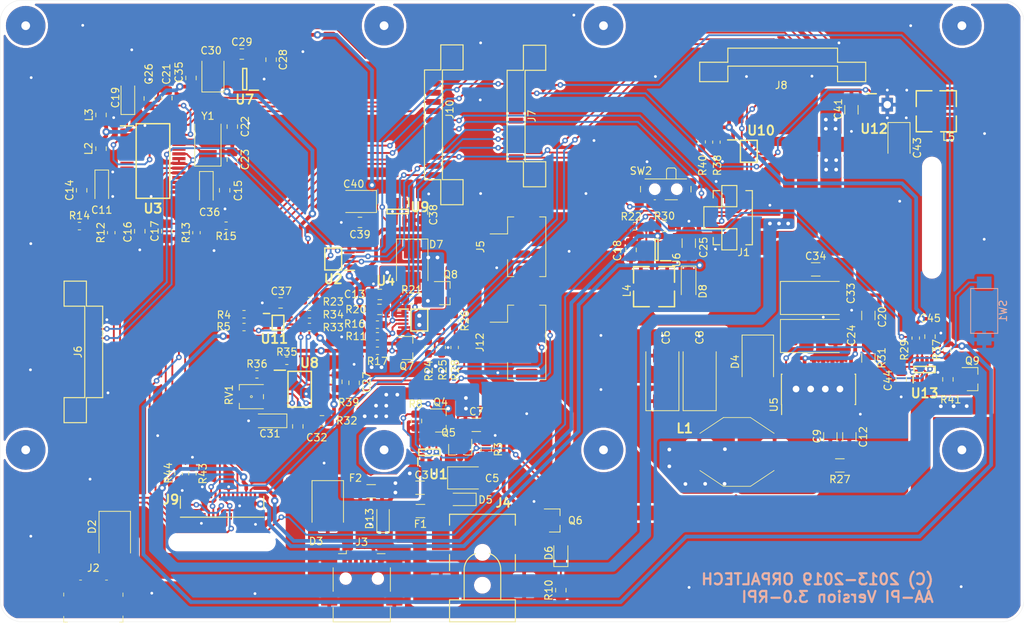
<source format=kicad_pcb>
(kicad_pcb (version 20171130) (host pcbnew 5.0.2-bee76a0~70~ubuntu18.04.1)
  (title_block (title "AA-PI Main Board") (date 2018-10-10) (rev 2.1) (company ORPALTECH) (comment 4 "Author: Sergey Suloev"))
  (layers (0 F.Cu signal) (31 B.Cu signal) (34 B.Paste user) (35 F.Paste user) (36 B.SilkS user) (37 F.SilkS user) (38 B.Mask user) (39 F.Mask user) (44 Edge.Cuts user))
  (net 0 "")
  (net 1 GND)
  (net 2 "Net-(C5-Pad2)")
  (net 3 +5V)
  (net 4 +3V3)
  (net 5 "Net-(C11-Pad1)")
  (net 6 "Net-(C16-Pad1)")
  (net 7 "Net-(C17-Pad1)")
  (net 8 "Net-(C19-Pad1)")
  (net 9 "Net-(C22-Pad1)")
  (net 10 "Net-(C23-Pad1)")
  (net 11 LED-A)
  (net 12 "Net-(D6-Pad1)")
  (net 13 "Net-(D6-Pad2)")
  (net 14 "Net-(D8-Pad2)")
  (net 15 CTP_INT)
  (net 16 "Net-(J2-Pad3)")
  (net 17 "Net-(J2-Pad2)")
  (net 18 "Net-(J2-Pad4)")
  (net 19 "Net-(J3-Pad2)")
  (net 20 "Net-(J3-Pad3)")
  (net 21 "Net-(J3-Pad4)")
  (net 22 "Net-(J6-Pad6)")
  (net 23 DSI_D0_N)
  (net 24 DSI_D0_P)
  (net 25 DSI_CLK_N)
  (net 26 DSI_CLK_P)
  (net 27 DSI_D1_N)
  (net 28 DSI_D1_P)
  (net 29 PWM_CABC)
  (net 30 LED-K)
  (net 31 SHDN_CTRL)
  (net 32 CHRG_PG)
  (net 33 CHRG_STAT1)
  (net 34 CHRG_STAT2)
  (net 35 PWM_MCU)
  (net 36 I2S_BCLK)
  (net 37 I2S_LRCK)
  (net 38 I2S_DIN)
  (net 39 "Net-(Q4-Pad1)")
  (net 40 "Net-(Q5-Pad1)")
  (net 41 "Net-(Q7-Pad3)")
  (net 42 "Net-(R22-Pad1)")
  (net 43 "Net-(R24-Pad1)")
  (net 44 "Net-(R24-Pad2)")
  (net 45 "Net-(R26-Pad1)")
  (net 46 "Net-(U3-Pad2)")
  (net 47 "Net-(U3-Pad4)")
  (net 48 "Net-(U3-Pad5)")
  (net 49 "Net-(U3-Pad8)")
  (net 50 "Net-(U3-Pad9)")
  (net 51 "Net-(U3-Pad10)")
  (net 52 "Net-(U3-Pad11)")
  (net 53 "Net-(U3-Pad12)")
  (net 54 "Net-(U3-Pad13)")
  (net 55 "Net-(U3-Pad17)")
  (net 56 "Net-(U3-Pad18)")
  (net 57 /V_WALL)
  (net 58 /V_USB2)
  (net 59 /V_USB1)
  (net 60 /V_USB)
  (net 61 /V_SUPPLY)
  (net 62 /V_F2)
  (net 63 "Net-(C29-Pad1)")
  (net 64 RADIO_EN)
  (net 65 I2C_SCL_H)
  (net 66 I2C_SDA_H)
  (net 67 SHDN_REQ)
  (net 68 I2C1_SCL)
  (net 69 I2C1_SDA)
  (net 70 I2C0_SCL)
  (net 71 I2C0_SDA)
  (net 72 "Net-(J10-Pad8)")
  (net 73 "Net-(J7-Pad6)")
  (net 74 "Net-(J9-Pad6)")
  (net 75 PANEL_EN)
  (net 76 +V_LCD)
  (net 77 "Net-(U9-Pad3)")
  (net 78 +V_RADIO)
  (net 79 VNA_I2C_SCL)
  (net 80 VNA_I2C_SDA)
  (net 81 "Net-(C15-Pad2)")
  (net 82 CTP_I2C_SDA)
  (net 83 CTP_I2C_SCL)
  (net 84 +V_ADC)
  (net 85 "Net-(R35-Pad1)")
  (net 86 "Net-(C31-Pad1)")
  (net 87 "Net-(R36-Pad1)")
  (net 88 VNA_OUT_VV)
  (net 89 VNA_OUT_VI)
  (net 90 /LCD-CTP/LCM_ID)
  (net 91 "Net-(C37-Pad1)")
  (net 92 "Net-(J9-Pad2)")
  (net 93 "Net-(J9-Pad3)")
  (net 94 LCD_TE_OUT)
  (net 95 "Net-(J9-Pad9)")
  (net 96 "Net-(J9-Pad10)")
  (net 97 "Net-(J9-Pad21)")
  (net 98 "Net-(J9-Pad22)")
  (net 99 "Net-(J6-Pad5)")
  (net 100 "Net-(J6-Pad7)")
  (net 101 "Net-(J7-Pad5)")
  (net 102 /MAX1709_LX)
  (net 103 /MAX1709_SSLIM)
  (net 104 /MAX1709_REF)
  (net 105 /MAX1709_OUT)
  (net 106 CTP_RESET)
  (net 107 LCD_RESET)
  (net 108 "Net-(SW1-Pad2)")
  (net 109 +V_IN)
  (net 110 +V_BAT)
  (net 111 "Net-(C44-Pad1)")
  (net 112 "Net-(Q9-Pad1)")
  (net 113 "Net-(C45-Pad1)")
  (net 114 BAT2)
  (net 115 +V_LOAD)
  (net 116 BAT1)
  (net 117 "Net-(J12-Pad2)")
  (net 118 "Net-(L5-Pad1)")
  (module AA-PI-Footprints:COILCRAFT_XEL5050 (layer F.Cu) (at 178.8 69.9)
    (fp_text reference L5 (at 0.7 4.1) (layer F.SilkS) (effects (justify left bottom)))
    (fp_text value 6.2uH hide)
    (pad 2 smd rect (at 0 1.8) (size 4.7 2) (layers F.Cu F.Paste F.Mask) (net 76 +V_LCD))
    (pad 1 smd rect (at 0 -1.8) (size 4.7 2) (layers F.Cu F.Paste F.Mask) (net 118 "Net-(L5-Pad1)"))
  )
  (module AA-PI-Footprints:COILCRAFT_XEL5050 (layer F.Cu) (at 140.208582 93.880333 90)
    (fp_text reference L4 (at -1.536644 -3.123901 90) (layer F.SilkS) (effects (justify left bottom)))
    (fp_text value 10uH hide)
    (pad 2 smd rect (at 0 1.8 90) (size 4.7 2) (layers F.Cu F.Paste F.Mask) (net 14 "Net-(D8-Pad2)"))
    (pad 1 smd rect (at 0 -1.8 90) (size 4.7 2) (layers F.Cu F.Paste F.Mask) (net 3 +5V))
  )
  (module AA-PI-Footprints:COILCRAFT_DO3316P102MLB (layer F.Cu) (at 151.55 116.475)
    (fp_text reference L1 (at -7.15 -3.225 -180) (layer F.SilkS) (effects (font (size 1.27 1.27) (thickness 0.254))))
    (fp_text value 1uH hide)
    (pad 2 smd rect (at 5.145 0 90) (size 2.79 2.92) (layers F.Cu F.Paste F.Mask) (net 102 /MAX1709_LX))
    (pad 1 smd rect (at -5.145 0 90) (size 2.79 2.92) (layers F.Cu F.Paste F.Mask) (net 115 +V_LOAD))
  )
  (module AA-PI-Footprints:SOT65P280X100-8N (layer F.Cu) (at 177.189962 105.209499 90)
    (fp_text reference U13 (at -3.240501 0.010038 -180) (layer F.SilkS) (effects (font (size 1.27 1.27) (thickness 0.254))))
    (fp_text value LTC2951-2 hide)
    (pad 8 smd rect (at 1.3 -0.975 180) (size 0.45 1.05) (layers F.Cu F.Paste F.Mask) (net 31 SHDN_CTRL))
    (pad 7 smd rect (at 1.3 -0.325 180) (size 0.45 1.05) (layers F.Cu F.Paste F.Mask) (net 113 "Net-(C45-Pad1)"))
    (pad 6 smd rect (at 1.3 0.325 180) (size 0.45 1.05) (layers F.Cu F.Paste F.Mask) (net 112 "Net-(Q9-Pad1)"))
    (pad 5 smd rect (at 1.3 0.975 180) (size 0.45 1.05) (layers F.Cu F.Paste F.Mask) (net 67 SHDN_REQ))
    (pad 4 smd rect (at -1.3 0.975 180) (size 0.45 1.05) (layers F.Cu F.Paste F.Mask) (net 1 GND))
    (pad 3 smd rect (at -1.3 0.325 180) (size 0.45 1.05) (layers F.Cu F.Paste F.Mask) (net 111 "Net-(C44-Pad1)"))
    (pad 2 smd rect (at -1.3 -0.325 180) (size 0.45 1.05) (layers F.Cu F.Paste F.Mask) (net 108 "Net-(SW1-Pad2)"))
    (pad 1 smd rect (at -1.3 -0.975 180) (size 0.45 1.05) (layers F.Cu F.Paste F.Mask) (net 110 +V_BAT))
  )
  (module AA-PI-Footprints:SOIC127P600X175-8N (layer F.Cu) (at 91.76 107.906)
    (fp_text reference U8 (at 1.34 -3.596) (layer F.SilkS) (effects (font (size 1.27 1.27) (thickness 0.254))))
    (fp_text value MCP3422A0-E_SN hide)
    (pad 8 smd rect (at 2.712 -1.905 90) (size 0.7 1.525) (layers F.Cu F.Paste F.Mask) (net 114 BAT2))
    (pad 7 smd rect (at 2.712 -0.635 90) (size 0.7 1.525) (layers F.Cu F.Paste F.Mask) (net 116 BAT1))
    (pad 6 smd rect (at 2.712 0.635 90) (size 0.7 1.525) (layers F.Cu F.Paste F.Mask) (net 1 GND))
    (pad 5 smd rect (at 2.712 1.905 90) (size 0.7 1.525) (layers F.Cu F.Paste F.Mask) (net 65 I2C_SCL_H))
    (pad 4 smd rect (at -2.712 1.905 90) (size 0.7 1.525) (layers F.Cu F.Paste F.Mask) (net 66 I2C_SDA_H))
    (pad 3 smd rect (at -2.712 0.635 90) (size 0.7 1.525) (layers F.Cu F.Paste F.Mask) (net 86 "Net-(C31-Pad1)"))
    (pad 2 smd rect (at -2.712 -0.635 90) (size 0.7 1.525) (layers F.Cu F.Paste F.Mask) (net 1 GND))
    (pad 1 smd rect (at -2.712 -1.905 90) (size 0.7 1.525) (layers F.Cu F.Paste F.Mask) (net 85 "Net-(R35-Pad1)"))
  )
  (module AA-PI-Footprints:SOP65P490X110-8N (layer F.Cu) (at 96.35 90.1 180)
    (fp_text reference U2 (at 0 -2.75 180) (layer F.SilkS) (effects (font (size 1.27 1.27) (thickness 0.254))))
    (fp_text value TCA9802 hide)
    (pad 8 smd rect (at 2.2 -0.975 270) (size 0.45 1.4) (layers F.Cu F.Paste F.Mask) (net 84 +V_ADC))
    (pad 7 smd rect (at 2.2 -0.325 270) (size 0.45 1.4) (layers F.Cu F.Paste F.Mask) (net 79 VNA_I2C_SCL))
    (pad 6 smd rect (at 2.2 0.325 270) (size 0.45 1.4) (layers F.Cu F.Paste F.Mask) (net 80 VNA_I2C_SDA))
    (pad 5 smd rect (at 2.2 0.975 270) (size 0.45 1.4) (layers F.Cu F.Paste F.Mask) (net 64 RADIO_EN))
    (pad 4 smd rect (at -2.2 0.975 270) (size 0.45 1.4) (layers F.Cu F.Paste F.Mask) (net 1 GND))
    (pad 3 smd rect (at -2.2 0.325 270) (size 0.45 1.4) (layers F.Cu F.Paste F.Mask) (net 69 I2C1_SDA))
    (pad 2 smd rect (at -2.2 -0.325 270) (size 0.45 1.4) (layers F.Cu F.Paste F.Mask) (net 68 I2C1_SCL))
    (pad 1 smd rect (at -2.2 -0.975 270) (size 0.45 1.4) (layers F.Cu F.Paste F.Mask) (net 4 +3V3))
  )
  (module AA-PI-Footprints:SOP65P490X110-8N (layer F.Cu) (at 153.17 75.37)
    (fp_text reference U10 (at 1.67 -2.84) (layer F.SilkS) (effects (font (size 1.27 1.27) (thickness 0.254))))
    (fp_text value TCA9802 hide)
    (pad 8 smd rect (at 2.2 -0.975 90) (size 0.45 1.4) (layers F.Cu F.Paste F.Mask) (net 76 +V_LCD))
    (pad 7 smd rect (at 2.2 -0.325 90) (size 0.45 1.4) (layers F.Cu F.Paste F.Mask) (net 83 CTP_I2C_SCL))
    (pad 6 smd rect (at 2.2 0.325 90) (size 0.45 1.4) (layers F.Cu F.Paste F.Mask) (net 82 CTP_I2C_SDA))
    (pad 5 smd rect (at 2.2 0.975 90) (size 0.45 1.4) (layers F.Cu F.Paste F.Mask) (net 75 PANEL_EN))
    (pad 4 smd rect (at -2.2 0.975 90) (size 0.45 1.4) (layers F.Cu F.Paste F.Mask) (net 1 GND))
    (pad 3 smd rect (at -2.2 0.325 90) (size 0.45 1.4) (layers F.Cu F.Paste F.Mask) (net 71 I2C0_SDA))
    (pad 2 smd rect (at -2.2 -0.325 90) (size 0.45 1.4) (layers F.Cu F.Paste F.Mask) (net 70 I2C0_SCL))
    (pad 1 smd rect (at -2.2 -0.975 90) (size 0.45 1.4) (layers F.Cu F.Paste F.Mask) (net 4 +3V3))
  )
  (module AA-PI-Footprints:USB_Micro_B_Female_10118192 (layer F.Cu) (at 63.55 137.35)
    (fp_text reference J2 (at 0 -5) (layer F.SilkS))
    (fp_text value USB_B_Micro hide)
    (pad SH smd rect (at -3.8 0) (size 1.8 1.9) (layers F.Cu F.Paste F.Mask) (net 1 GND))
    (pad SH smd rect (at 3.8 0) (size 1.8 1.9) (layers F.Cu F.Paste F.Mask) (net 1 GND))
    (pad SH smd rect (at -1.2 0) (size 1.9 1.9) (layers F.Cu F.Paste F.Mask) (net 1 GND))
    (pad SH smd rect (at 1.2 0) (size 1.9 1.9) (layers F.Cu F.Paste F.Mask) (net 1 GND))
    (pad SH smd rect (at -3.1 -2.55) (size 2.1 1.6) (layers F.Cu F.Paste F.Mask) (net 1 GND))
    (pad SH smd rect (at 3.1 -2.55) (size 2.1 1.6) (layers F.Cu F.Paste F.Mask) (net 1 GND))
    (pad 1 smd rect (at -1.3 -2.675) (size 0.4 1.35) (layers F.Cu F.Paste F.Mask) (net 59 /V_USB1))
    (pad 4 smd rect (at 0.65 -2.675) (size 0.4 1.35) (layers F.Cu F.Paste F.Mask) (net 18 "Net-(J2-Pad4)"))
    (pad 5 smd rect (at 1.3 -2.675) (size 0.4 1.35) (layers F.Cu F.Paste F.Mask) (net 1 GND))
    (pad 2 smd rect (at -0.65 -2.675) (size 0.4 1.35) (layers F.Cu F.Paste F.Mask) (net 17 "Net-(J2-Pad2)"))
    (pad 3 smd rect (at 0 -2.675) (size 0.4 1.35) (layers F.Cu F.Paste F.Mask) (net 16 "Net-(J2-Pad3)"))
  )
  (module SOP50P310X90-8N (layer F.Cu) (at 88.8 98.8)
    (fp_text reference U11 (at -0.5 2.2) (layer F.SilkS) (effects (font (size 1.27 1.27) (thickness 0.254))))
    (fp_text value PCA9306 hide)
    (pad 1 smd rect (at -1.575 -0.75 90) (size 0.3 0.85) (layers F.Cu F.Paste F.Mask) (net 1 GND))
    (pad 2 smd rect (at -1.575 -0.25 90) (size 0.3 0.85) (layers F.Cu F.Paste F.Mask) (net 4 +3V3))
    (pad 3 smd rect (at -1.575 0.25 90) (size 0.3 0.85) (layers F.Cu F.Paste F.Mask) (net 68 I2C1_SCL))
    (pad 4 smd rect (at -1.575 0.75 90) (size 0.3 0.85) (layers F.Cu F.Paste F.Mask) (net 69 I2C1_SDA))
    (pad 5 smd rect (at 1.575 0.75 90) (size 0.3 0.85) (layers F.Cu F.Paste F.Mask) (net 66 I2C_SDA_H))
    (pad 6 smd rect (at 1.575 0.25 90) (size 0.3 0.85) (layers F.Cu F.Paste F.Mask) (net 65 I2C_SCL_H))
    (pad 7 smd rect (at 1.575 -0.25 90) (size 0.3 0.85) (layers F.Cu F.Paste F.Mask) (net 91 "Net-(C37-Pad1)"))
    (pad 8 smd rect (at 1.575 -0.75 90) (size 0.3 0.85) (layers F.Cu F.Paste F.Mask) (net 91 "Net-(C37-Pad1)"))
  )
  (module AA-PI-Footprints:D_SMB (layer F.Cu) (at 154.4 104.05 270)
    (fp_text reference D4 (at 0.1 3.1 270) (layer F.SilkS))
    (fp_text value SS54 hide)
    (pad 1 smd rect (at -2.15 0 270) (size 2.5 2.3) (layers F.Cu F.Paste F.Mask) (net 3 +5V))
    (pad 2 smd rect (at 2.15 0 270) (size 2.5 2.3) (layers F.Cu F.Paste F.Mask) (net 102 /MAX1709_LX))
  )
  (module AA-PI-Footprints:C_1206_3216Metric_Pad1.42x1.75mm_HandSolder (layer F.Cu) (at 115.91 112.78)
    (fp_text reference C7 (at 0 -1.82) (layer F.SilkS))
    (fp_text value 4.7u hide)
    (pad 2 smd roundrect (at 1.4875 0) (size 1.425 1.75) (layers F.Cu F.Paste F.Mask) (roundrect_rratio 0.175439) (net 1 GND))
    (pad 1 smd roundrect (at -1.4875 0) (size 1.425 1.75) (layers F.Cu F.Paste F.Mask) (roundrect_rratio 0.175439) (net 109 +V_IN))
  )
  (module AA-PI-Footprints:JST_PH_B3B-PH-SM4-TB_1x03-1MP_P2.00mm_Vertical (layer F.Cu) (at 121.05 101.5 270)
    (fp_text reference J12 (at 0 4.65 270) (layer F.SilkS))
    (fp_text value Battery)
    (pad MP smd roundrect (at 4.4 -1.75 270) (size 1.6 3) (layers F.Cu F.Paste F.Mask) (roundrect_rratio 0.15625))
    (pad MP smd roundrect (at -4.4 -1.75 270) (size 1.6 3) (layers F.Cu F.Paste F.Mask) (roundrect_rratio 0.15625))
    (pad 3 smd roundrect (at 2 0.5 270) (size 1 5.5) (layers F.Cu F.Paste F.Mask) (net 1 GND))
    (pad 2 smd roundrect (at 0 0.5 270) (size 1 5.5) (layers F.Cu F.Paste F.Mask) (net 117 "Net-(J12-Pad2)"))
    (pad 1 smd roundrect (at -2 0.5 270) (size 1 5.5) (layers F.Cu F.Paste F.Mask) (net 116 BAT1))
  )
  (module AA-PI-Footprints:1.25-AB-SMT-10pin-Vertical (layer F.Cu) (at 121.35 70.55 90)
    (fp_text reference J7 (at 0 2.15 90) (layer F.SilkS))
    (fp_text value "Power Control")
    (pad SH smd rect (at 8.125 2.6 90) (size 2.2 2.6) (layers F.Cu F.Paste F.Mask) (net 1 GND))
    (pad SH smd rect (at -8.125 2.6 90) (size 2.2 2.6) (layers F.Cu F.Paste F.Mask) (net 1 GND))
    (pad 10 smd rect (at 5.625 0 90) (size 0.8 2) (layers F.Cu F.Paste F.Mask) (net 1 GND))
    (pad 9 smd rect (at 4.375 0 90) (size 0.8 2) (layers F.Cu F.Paste F.Mask) (net 64 RADIO_EN))
    (pad 8 smd rect (at 3.125 0 90) (size 0.8 2) (layers F.Cu F.Paste F.Mask) (net 75 PANEL_EN))
    (pad 7 smd rect (at 1.875 0 90) (size 0.8 2) (layers F.Cu F.Paste F.Mask) (net 67 SHDN_REQ))
    (pad 6 smd rect (at 0.625 0 90) (size 0.8 2) (layers F.Cu F.Paste F.Mask) (net 73 "Net-(J7-Pad6)"))
    (pad 5 smd rect (at -0.625 0 90) (size 0.8 2) (layers F.Cu F.Paste F.Mask) (net 101 "Net-(J7-Pad5)"))
    (pad 4 smd rect (at -1.875 0 90) (size 0.8 2) (layers F.Cu F.Paste F.Mask) (net 34 CHRG_STAT2))
    (pad 3 smd rect (at -3.125 0 90) (size 0.8 2) (layers F.Cu F.Paste F.Mask) (net 33 CHRG_STAT1))
    (pad 2 smd rect (at -4.375 0 90) (size 0.8 2) (layers F.Cu F.Paste F.Mask) (net 32 CHRG_PG))
    (pad 1 smd rect (at -5.625 0 90) (size 0.8 2) (layers F.Cu F.Paste F.Mask) (net 31 SHDN_CTRL))
  )
  (module SOT94P279X130-5N (layer F.Cu) (at 84.25 65.5 180)
    (fp_text reference U7 (at 0 -2.794 180) (layer F.SilkS) (effects (font (size 1.27 1.27) (thickness 0.254))))
    (fp_text value RT9193-33GB hide)
    (pad 1 smd rect (at -1.25 -0.94 270) (size 0.65 1.25) (layers F.Cu F.Paste F.Mask) (net 78 +V_RADIO))
    (pad 2 smd rect (at -1.25 0 270) (size 0.65 1.25) (layers F.Cu F.Paste F.Mask) (net 1 GND))
    (pad 3 smd rect (at -1.25 0.94 270) (size 0.65 1.25) (layers F.Cu F.Paste F.Mask) (net 78 +V_RADIO))
    (pad 4 smd rect (at 1.25 0.94 270) (size 0.65 1.25) (layers F.Cu F.Paste F.Mask) (net 63 "Net-(C29-Pad1)"))
    (pad 5 smd rect (at 1.25 -0.94 270) (size 0.65 1.25) (layers F.Cu F.Paste F.Mask) (net 84 +V_ADC))
  )
  (module AA-PI-Footprints:C_1206_3216Metric_Pad1.42x1.75mm_HandSolder (layer F.Cu) (at 167.2 69.7 270)
    (fp_text reference C41 (at -0.1 1.8 270) (layer F.SilkS))
    (fp_text value 22u hide)
    (pad 1 smd roundrect (at -1.4875 0 270) (size 1.425 1.75) (layers F.Cu F.Paste F.Mask) (roundrect_rratio 0.175439) (net 3 +5V))
    (pad 2 smd roundrect (at 1.4875 0 270) (size 1.425 1.75) (layers F.Cu F.Paste F.Mask) (roundrect_rratio 0.175439) (net 1 GND))
  )
  (module AA-PI-Footprints:R_0603_1608Metric_Pad1.05x0.95mm_HandSolder (layer F.Cu) (at 180.275 102.5 90)
    (fp_text reference R37 (at 0 -1.43 90) (layer F.SilkS))
    (fp_text value 100K hide)
    (pad 2 smd roundrect (at 0.875 0 90) (size 1.05 0.95) (layers F.Cu F.Paste F.Mask) (net 4 +3V3))
    (pad 1 smd roundrect (at -0.875 0 90) (size 1.05 0.95) (layers F.Cu F.Paste F.Mask) (net 67 SHDN_REQ))
  )
  (module AA-PI-Footprints:R_0603_1608Metric_Pad1.05x0.95mm_HandSolder (layer F.Cu) (at 93.1 99.4)
    (fp_text reference R33 (at 3.25 0.05) (layer F.SilkS))
    (fp_text value 10K hide)
    (pad 1 smd roundrect (at -0.875 0) (size 1.05 0.95) (layers F.Cu F.Paste F.Mask) (net 66 I2C_SDA_H))
    (pad 2 smd roundrect (at 0.875 0) (size 1.05 0.95) (layers F.Cu F.Paste F.Mask) (net 3 +5V))
  )
  (module AA-PI-Footprints:R_0603_1608Metric_Pad1.05x0.95mm_HandSolder (layer F.Cu) (at 93.1 97.65)
    (fp_text reference R34 (at 3.25 0.05) (layer F.SilkS))
    (fp_text value 10K hide)
    (pad 2 smd roundrect (at 0.875 0) (size 1.05 0.95) (layers F.Cu F.Paste F.Mask) (net 3 +5V))
    (pad 1 smd roundrect (at -0.875 0) (size 1.05 0.95) (layers F.Cu F.Paste F.Mask) (net 65 I2C_SCL_H))
  )
  (module AA-PI-Footprints:R_0603_1608Metric_Pad1.05x0.95mm_HandSolder (layer F.Cu) (at 90 104.01)
    (fp_text reference R35 (at 0 -1.2) (layer F.SilkS))
    (fp_text value 510K hide)
    (pad 1 smd roundrect (at -0.875 0) (size 1.05 0.95) (layers F.Cu F.Paste F.Mask) (net 85 "Net-(R35-Pad1)"))
    (pad 2 smd roundrect (at 0.875 0) (size 1.05 0.95) (layers F.Cu F.Paste F.Mask) (net 116 BAT1))
  )
  (module AA-PI-Footprints:R_0603_1608Metric_Pad1.05x0.95mm_HandSolder (layer F.Cu) (at 112.945 102.195 90)
    (fp_text reference R28 (at -3.075 0.075 90) (layer F.SilkS))
    (fp_text value 10K hide)
    (pad 2 smd roundrect (at 0.875 0 90) (size 1.05 0.95) (layers F.Cu F.Paste F.Mask) (net 117 "Net-(J12-Pad2)"))
    (pad 1 smd roundrect (at -0.875 0 90) (size 1.05 0.95) (layers F.Cu F.Paste F.Mask) (net 1 GND))
  )
  (module AA-PI-Footprints:R_0603_1608Metric_Pad1.05x0.95mm_HandSolder (layer F.Cu) (at 102.395 99.07)
    (fp_text reference R16 (at -3.125 -0.1) (layer F.SilkS))
    (fp_text value 10K hide)
    (pad 1 smd roundrect (at -0.875 0) (size 1.05 0.95) (layers F.Cu F.Paste F.Mask) (net 4 +3V3))
    (pad 2 smd roundrect (at 0.875 0) (size 1.05 0.95) (layers F.Cu F.Paste F.Mask) (net 33 CHRG_STAT1))
  )
  (module AA-PI-Footprints:R_0603_1608Metric_Pad1.05x0.95mm_HandSolder (layer F.Cu) (at 81.7 85.55 180)
    (fp_text reference R15 (at 0 -1.43 180) (layer F.SilkS))
    (fp_text value void hide)
    (pad 2 smd roundrect (at 0.875 0 180) (size 1.05 0.95) (layers F.Cu F.Paste F.Mask) (net 7 "Net-(C17-Pad1)"))
    (pad 1 smd roundrect (at -0.875 0 180) (size 1.05 0.95) (layers F.Cu F.Paste F.Mask) (net 1 GND))
  )
  (module AA-PI-Footprints:R_0603_1608Metric_Pad1.05x0.95mm_HandSolder (layer F.Cu) (at 102.395 100.67)
    (fp_text reference R11 (at -2.925 0) (layer F.SilkS))
    (fp_text value 10K hide)
    (pad 1 smd roundrect (at -0.875 0) (size 1.05 0.95) (layers F.Cu F.Paste F.Mask) (net 4 +3V3))
    (pad 2 smd roundrect (at 0.875 0) (size 1.05 0.95) (layers F.Cu F.Paste F.Mask) (net 34 CHRG_STAT2))
  )
  (module AA-PI-Footprints:R_0603_1608Metric_Pad1.05x0.95mm_HandSolder (layer F.Cu) (at 66 86.5 90)
    (fp_text reference R12 (at 0 -1.43 90) (layer F.SilkS))
    (fp_text value 910 hide)
    (pad 2 smd roundrect (at 0.875 0 90) (size 1.05 0.95) (layers F.Cu F.Paste F.Mask) (net 6 "Net-(C16-Pad1)"))
    (pad 1 smd roundrect (at -0.875 0 90) (size 1.05 0.95) (layers F.Cu F.Paste F.Mask) (net 88 VNA_OUT_VV))
  )
  (module AA-PI-Footprints:R_0603_1608Metric_Pad1.05x0.95mm_HandSolder (layer F.Cu) (at 61.65 85.6)
    (fp_text reference R14 (at 0 -1.43) (layer F.SilkS))
    (fp_text value void hide)
    (pad 1 smd roundrect (at -0.875 0) (size 1.05 0.95) (layers F.Cu F.Paste F.Mask) (net 1 GND))
    (pad 2 smd roundrect (at 0.875 0) (size 1.05 0.95) (layers F.Cu F.Paste F.Mask) (net 6 "Net-(C16-Pad1)"))
  )
  (module AA-PI-Footprints:R_0603_1608Metric_Pad1.05x0.95mm_HandSolder (layer F.Cu) (at 77.65 86.5 90)
    (fp_text reference R13 (at 0 -1.43 90) (layer F.SilkS))
    (fp_text value 910 hide)
    (pad 2 smd roundrect (at 0.875 0 90) (size 1.05 0.95) (layers F.Cu F.Paste F.Mask) (net 7 "Net-(C17-Pad1)"))
    (pad 1 smd roundrect (at -0.875 0 90) (size 1.05 0.95) (layers F.Cu F.Paste F.Mask) (net 89 VNA_OUT_VI))
  )
  (module AA-PI-Footprints:R_0603_1608Metric_Pad1.05x0.95mm_HandSolder (layer F.Cu) (at 112.92 98.545 270)
    (fp_text reference R26 (at 0 -1.43 270) (layer F.SilkS))
    (fp_text value 0 hide)
    (pad 1 smd roundrect (at -0.875 0 270) (size 1.05 0.95) (layers F.Cu F.Paste F.Mask) (net 45 "Net-(R26-Pad1)"))
    (pad 2 smd roundrect (at 0.875 0 270) (size 1.05 0.95) (layers F.Cu F.Paste F.Mask) (net 117 "Net-(J12-Pad2)"))
  )
  (module AA-PI-Footprints:R_0603_1608Metric_Pad1.05x0.95mm_HandSolder (layer F.Cu) (at 85.918 105.874)
    (fp_text reference R36 (at 0 -1.43) (layer F.SilkS))
    (fp_text value 390K hide)
    (pad 2 smd roundrect (at 0.875 0) (size 1.05 0.95) (layers F.Cu F.Paste F.Mask) (net 85 "Net-(R35-Pad1)"))
    (pad 1 smd roundrect (at -0.875 0) (size 1.05 0.95) (layers F.Cu F.Paste F.Mask) (net 87 "Net-(R36-Pad1)"))
  )
  (module AA-PI-Footprints:R_0603_1608Metric_Pad1.05x0.95mm_HandSolder (layer F.Cu) (at 77.1 119.45 270)
    (fp_text reference R43 (at 0 -1.43 270) (layer F.SilkS))
    (fp_text value 10K hide)
    (pad 1 smd roundrect (at -0.875 0 270) (size 1.05 0.95) (layers F.Cu F.Paste F.Mask) (net 1 GND))
    (pad 2 smd roundrect (at 0.875 0 270) (size 1.05 0.95) (layers F.Cu F.Paste F.Mask) (net 90 /LCD-CTP/LCM_ID))
  )
  (module AA-PI-Footprints:R_0603_1608Metric_Pad1.05x0.95mm_HandSolder (layer F.Cu) (at 111.17 102.195 90)
    (fp_text reference R25 (at -3.075 0.15 90) (layer F.SilkS))
    (fp_text value 0 hide)
    (pad 2 smd roundrect (at 0.875 0 90) (size 1.05 0.95) (layers F.Cu F.Paste F.Mask) (net 43 "Net-(R24-Pad1)"))
    (pad 1 smd roundrect (at -0.875 0 90) (size 1.05 0.95) (layers F.Cu F.Paste F.Mask) (net 1 GND))
  )
  (module AA-PI-Footprints:R_0603_1608Metric_Pad1.05x0.95mm_HandSolder (layer F.Cu) (at 109.37 102.195 90)
    (fp_text reference R24 (at -3.175 0.05 90) (layer F.SilkS))
    (fp_text value 1K hide)
    (pad 1 smd roundrect (at -0.875 0 90) (size 1.05 0.95) (layers F.Cu F.Paste F.Mask) (net 43 "Net-(R24-Pad1)"))
    (pad 2 smd roundrect (at 0.875 0 90) (size 1.05 0.95) (layers F.Cu F.Paste F.Mask) (net 44 "Net-(R24-Pad2)"))
  )
  (module AA-PI-Footprints:R_0603_1608Metric_Pad1.05x0.95mm_HandSolder (layer F.Cu) (at 93.1 95.85 180)
    (fp_text reference R23 (at -3.25 -0.1 180) (layer F.SilkS))
    (fp_text value 200K hide)
    (pad 2 smd roundrect (at 0.875 0 180) (size 1.05 0.95) (layers F.Cu F.Paste F.Mask) (net 91 "Net-(C37-Pad1)"))
    (pad 1 smd roundrect (at -0.875 0 180) (size 1.05 0.95) (layers F.Cu F.Paste F.Mask) (net 3 +5V))
  )
  (module AA-PI-Footprints:R_0603_1608Metric_Pad1.05x0.95mm_HandSolder (layer F.Cu) (at 137.558582 85.630333 180)
    (fp_text reference R22 (at 0.468582 1.330333 180) (layer F.SilkS))
    (fp_text value 100K hide)
    (pad 1 smd roundrect (at -0.875 0 180) (size 1.05 0.95) (layers F.Cu F.Paste F.Mask) (net 42 "Net-(R22-Pad1)"))
    (pad 2 smd roundrect (at 0.875 0 180) (size 1.05 0.95) (layers F.Cu F.Paste F.Mask) (net 1 GND))
  )
  (module AA-PI-Footprints:R_0603_1608Metric_Pad1.05x0.95mm_HandSolder (layer F.Cu) (at 107.07 95.72)
    (fp_text reference R21 (at 0 -1.43) (layer F.SilkS))
    (fp_text value 10K hide)
    (pad 2 smd roundrect (at 0.875 0) (size 1.05 0.95) (layers F.Cu F.Paste F.Mask) (net 41 "Net-(Q7-Pad3)"))
    (pad 1 smd roundrect (at -0.875 0) (size 1.05 0.95) (layers F.Cu F.Paste F.Mask) (net 109 +V_IN))
  )
  (module AA-PI-Footprints:R_0603_1608Metric_Pad1.05x0.95mm_HandSolder (layer F.Cu) (at 175.989962 100.909499 90)
    (fp_text reference R29 (at -1.640501 -1.539962 90) (layer F.SilkS))
    (fp_text value 100K)
    (pad 1 smd roundrect (at -0.875 0 90) (size 1.05 0.95) (layers F.Cu F.Paste F.Mask) (net 31 SHDN_CTRL))
    (pad 2 smd roundrect (at 0.875 0 90) (size 1.05 0.95) (layers F.Cu F.Paste F.Mask) (net 4 +3V3))
  )
  (module AA-PI-Footprints:R_0603_1608Metric_Pad1.05x0.95mm_HandSolder (layer F.Cu) (at 102.395 102.645 180)
    (fp_text reference R17 (at 0 -1.43 180) (layer F.SilkS))
    (fp_text value 10K hide)
    (pad 2 smd roundrect (at 0.875 0 180) (size 1.05 0.95) (layers F.Cu F.Paste F.Mask) (net 4 +3V3))
    (pad 1 smd roundrect (at -0.875 0 180) (size 1.05 0.95) (layers F.Cu F.Paste F.Mask) (net 32 CHRG_PG))
  )
  (module AA-PI-Footprints:R_0603_1608Metric_Pad1.05x0.95mm_HandSolder (layer F.Cu) (at 75.2 119.45 270)
    (fp_text reference R44 (at -0.1 1.4 270) (layer F.SilkS))
    (fp_text value 10K hide)
    (pad 1 smd roundrect (at -0.875 0 270) (size 1.05 0.95) (layers F.Cu F.Paste F.Mask) (net 76 +V_LCD))
    (pad 2 smd roundrect (at 0.875 0 270) (size 1.05 0.95) (layers F.Cu F.Paste F.Mask) (net 90 /LCD-CTP/LCM_ID))
  )
  (module AA-PI-Footprints:R_0603_1608Metric_Pad1.05x0.95mm_HandSolder (layer F.Cu) (at 84.15 99.4 180)
    (fp_text reference R5 (at 2.8 0.05 180) (layer F.SilkS))
    (fp_text value 10K hide)
    (pad 2 smd roundrect (at 0.875 0 180) (size 1.05 0.95) (layers F.Cu F.Paste F.Mask) (net 4 +3V3))
    (pad 1 smd roundrect (at -0.875 0 180) (size 1.05 0.95) (layers F.Cu F.Paste F.Mask) (net 69 I2C1_SDA))
  )
  (module AA-PI-Footprints:R_0603_1608Metric_Pad1.05x0.95mm_HandSolder (layer F.Cu) (at 84.15 97.65 180)
    (fp_text reference R4 (at 2.75 -0.1 180) (layer F.SilkS))
    (fp_text value 10K hide)
    (pad 1 smd roundrect (at -0.875 0 180) (size 1.05 0.95) (layers F.Cu F.Paste F.Mask) (net 68 I2C1_SCL))
    (pad 2 smd roundrect (at 0.875 0 180) (size 1.05 0.95) (layers F.Cu F.Paste F.Mask) (net 4 +3V3))
  )
  (module AA-PI-Footprints:R_0603_1608Metric_Pad1.05x0.95mm_HandSolder (layer F.Cu) (at 146.72 74.09 90)
    (fp_text reference R40 (at -3.2 0.13 90) (layer F.SilkS))
    (fp_text value 10K hide)
    (pad 2 smd roundrect (at 0.875 0 90) (size 1.05 0.95) (layers F.Cu F.Paste F.Mask) (net 4 +3V3))
    (pad 1 smd roundrect (at -0.875 0 90) (size 1.05 0.95) (layers F.Cu F.Paste F.Mask) (net 71 I2C0_SDA))
  )
  (module AA-PI-Footprints:R_0603_1608Metric_Pad1.05x0.95mm_HandSolder (layer F.Cu) (at 148.74 74.12 90)
    (fp_text reference R38 (at -3.17 0.13 90) (layer F.SilkS))
    (fp_text value 10K hide)
    (pad 1 smd roundrect (at -0.875 0 90) (size 1.05 0.95) (layers F.Cu F.Paste F.Mask) (net 70 I2C0_SCL))
    (pad 2 smd roundrect (at 0.875 0 90) (size 1.05 0.95) (layers F.Cu F.Paste F.Mask) (net 4 +3V3))
  )
  (module AA-PI-Footprints:SOP50P490X110-11N (layer F.Cu) (at 172.1 69)
    (fp_text reference U12 (at -1.8 3.3) (layer F.SilkS) (effects (font (size 1.27 1.27) (thickness 0.254))))
    (fp_text value TPS62046DGQ hide)
    (pad 11 thru_hole rect (at 0 0) (size 1.57 1.88) (drill 1.016) (layers *.Cu *.Mask) (net 1 GND))
    (pad 10 smd rect (at 2.2 -1 90) (size 0.3 1.4) (layers F.Cu F.Paste F.Mask) (net 1 GND))
    (pad 9 smd rect (at 2.2 -0.5 90) (size 0.3 1.4) (layers F.Cu F.Paste F.Mask) (net 1 GND))
    (pad 8 smd rect (at 2.2 0 90) (size 0.3 1.4) (layers F.Cu F.Paste F.Mask) (net 118 "Net-(L5-Pad1)"))
    (pad 7 smd rect (at 2.2 0.5 90) (size 0.3 1.4) (layers F.Cu F.Paste F.Mask) (net 118 "Net-(L5-Pad1)"))
    (pad 6 smd rect (at 2.2 1 90) (size 0.3 1.4) (layers F.Cu F.Paste F.Mask) (net 1 GND))
    (pad 5 smd rect (at -2.2 1 90) (size 0.3 1.4) (layers F.Cu F.Paste F.Mask) (net 76 +V_LCD))
    (pad 4 smd rect (at -2.2 0.5 90) (size 0.3 1.4) (layers F.Cu F.Paste F.Mask) (net 1 GND))
    (pad 3 smd rect (at -2.2 0 90) (size 0.3 1.4) (layers F.Cu F.Paste F.Mask) (net 3 +5V))
    (pad 2 smd rect (at -2.2 -0.5 90) (size 0.3 1.4) (layers F.Cu F.Paste F.Mask) (net 3 +5V))
    (pad 1 smd rect (at -2.2 -1 90) (size 0.3 1.4) (layers F.Cu F.Paste F.Mask) (net 75 PANEL_EN))
  )
  (module AA-PI-Footprints:CP_EIA-3528-21_Kemet-B (layer F.Cu) (at 173.7 73.9 270)
    (fp_text reference C43 (at 1 -2.5 270) (layer F.SilkS))
    (fp_text value 47u hide)
    (pad 2 smd roundrect (at 1.5375 0 270) (size 1.325 2.35) (layers F.Cu F.Paste F.Mask) (roundrect_rratio 0.188679) (net 1 GND))
    (pad 1 smd roundrect (at -1.5375 0 270) (size 1.325 2.35) (layers F.Cu F.Paste F.Mask) (roundrect_rratio 0.188679) (net 76 +V_LCD))
  )
  (module AA-PI-Footprints:SOT-23 (layer F.Cu) (at 183.725 106.525)
    (fp_text reference Q9 (at 0 -2.5) (layer F.SilkS))
    (fp_text value IRLML2244 hide)
    (pad 3 smd rect (at 1 0) (size 1 0.8) (layers F.Cu F.Paste F.Mask) (net 115 +V_LOAD))
    (pad 2 smd rect (at -1 0.95) (size 1 0.8) (layers F.Cu F.Paste F.Mask) (net 110 +V_BAT))
    (pad 1 smd rect (at -1 -0.95) (size 1 0.8) (layers F.Cu F.Paste F.Mask) (net 112 "Net-(Q9-Pad1)"))
  )
  (module AA-PI-Footprints:FPC-1.0D-WTS-15P (layer F.Cu) (at 157.8 62.5)
    (fp_text reference J8 (at -0.2 3.85) (layer F.SilkS))
    (fp_text value "RaspberryPi MIPI-DSI Interface")
    (pad SH smd rect (at 9.6 2.1) (size 2.6 2.2) (layers F.Cu F.Paste F.Mask) (net 1 GND))
    (pad SH smd rect (at -9.6 2.1) (size 2.6 2.2) (layers F.Cu F.Paste F.Mask) (net 1 GND))
    (pad 1 smd rect (at 7 0) (size 0.6 2) (layers F.Cu F.Paste F.Mask) (net 1 GND))
    (pad 2 smd rect (at 6 0) (size 0.6 2) (layers F.Cu F.Paste F.Mask) (net 27 DSI_D1_N))
    (pad 3 smd rect (at 5 0) (size 0.6 2) (layers F.Cu F.Paste F.Mask) (net 28 DSI_D1_P))
    (pad 4 smd rect (at 4 0) (size 0.6 2) (layers F.Cu F.Paste F.Mask) (net 1 GND))
    (pad 5 smd rect (at 3 0) (size 0.6 2) (layers F.Cu F.Paste F.Mask) (net 25 DSI_CLK_N))
    (pad 6 smd rect (at 2 0) (size 0.6 2) (layers F.Cu F.Paste F.Mask) (net 26 DSI_CLK_P))
    (pad 7 smd rect (at 1 0) (size 0.6 2) (layers F.Cu F.Paste F.Mask) (net 1 GND))
    (pad 8 smd rect (at 0 0) (size 0.6 2) (layers F.Cu F.Paste F.Mask) (net 23 DSI_D0_N))
    (pad 9 smd rect (at -1 0) (size 0.6 2) (layers F.Cu F.Paste F.Mask) (net 24 DSI_D0_P))
    (pad 10 smd rect (at -2 0) (size 0.6 2) (layers F.Cu F.Paste F.Mask) (net 1 GND))
    (pad 11 smd rect (at -3 0) (size 0.6 2) (layers F.Cu F.Paste F.Mask) (net 70 I2C0_SCL))
    (pad 12 smd rect (at -4 0) (size 0.6 2) (layers F.Cu F.Paste F.Mask) (net 71 I2C0_SDA))
    (pad 13 smd rect (at -5 0) (size 0.6 2) (layers F.Cu F.Paste F.Mask) (net 1 GND))
    (pad 14 smd rect (at -6 0) (size 0.6 2) (layers F.Cu F.Paste F.Mask) (net 4 +3V3))
    (pad 15 smd rect (at -7 0) (size 0.6 2) (layers F.Cu F.Paste F.Mask) (net 4 +3V3))
  )
  (module AA-PI-Footprints:SOT-23 (layer F.Cu) (at 111.57 94.77)
    (fp_text reference Q8 (at 0.825 -2.55) (layer F.SilkS))
    (fp_text value IRLML2244 hide)
    (pad 3 smd rect (at 1 0) (size 1 0.8) (layers F.Cu F.Paste F.Mask) (net 114 BAT2))
    (pad 2 smd rect (at -1 0.95) (size 1 0.8) (layers F.Cu F.Paste F.Mask) (net 110 +V_BAT))
    (pad 1 smd rect (at -1 -0.95) (size 1 0.8) (layers F.Cu F.Paste F.Mask) (net 109 +V_IN))
  )
  (module AA-PI-Footprints:C_0805_2012Metric_Pad1.15x1.40mm_HandSolder (layer F.Cu) (at 174 106.55 270)
    (fp_text reference C44 (at 0.15 1.8 270) (layer F.SilkS))
    (fp_text value 33n hide)
    (pad 2 smd roundrect (at 1.025 0 270) (size 1.15 1.4) (layers F.Cu F.Paste F.Mask) (roundrect_rratio 0.217391) (net 1 GND))
    (pad 1 smd roundrect (at -1.025 0 270) (size 1.15 1.4) (layers F.Cu F.Paste F.Mask) (roundrect_rratio 0.217391) (net 111 "Net-(C44-Pad1)"))
  )
  (module AA-PI-Footprints:C_0805_2012Metric_Pad1.15x1.40mm_HandSolder (layer F.Cu) (at 177.939962 100.709499 90)
    (fp_text reference C45 (at 2.509499 0.035038) (layer F.SilkS))
    (fp_text value 33n hide)
    (pad 2 smd roundrect (at 1.025 0 90) (size 1.15 1.4) (layers F.Cu F.Paste F.Mask) (roundrect_rratio 0.217391) (net 1 GND))
    (pad 1 smd roundrect (at -1.025 0 90) (size 1.15 1.4) (layers F.Cu F.Paste F.Mask) (roundrect_rratio 0.217391) (net 113 "Net-(C45-Pad1)"))
  )
  (module AA-PI-Footprints:R_0805_2012Metric_Pad1.15x1.40mm_HandSolder (layer F.Cu) (at 180.389962 106.559499 270)
    (fp_text reference R41 (at 2.765501 -0.385038 180) (layer F.SilkS))
    (fp_text value 100K hide)
    (pad 2 smd roundrect (at 1.025 0 270) (size 1.15 1.4) (layers F.Cu F.Paste F.Mask) (roundrect_rratio 0.217391) (net 110 +V_BAT))
    (pad 1 smd roundrect (at -1.025 0 270) (size 1.15 1.4) (layers F.Cu F.Paste F.Mask) (roundrect_rratio 0.217391) (net 112 "Net-(Q9-Pad1)"))
  )
  (module AA-PI-Footprints:R_0805_2012Metric (layer F.Cu) (at 117.27 116.13 270)
    (fp_text reference R3 (at 0 -1.65 270) (layer F.SilkS))
    (fp_text value 0.5 hide)
    (pad 2 smd roundrect (at 0.9375 0 270) (size 0.975 1.4) (layers F.Cu F.Paste F.Mask) (net 2 "Net-(C5-Pad2)"))
    (pad 1 smd roundrect (at -0.9375 0 270) (size 0.975 1.4) (layers F.Cu F.Paste F.Mask) (net 1 GND))
  )
  (module AA-PI-Footprints:R_0805_2012Metric (layer F.Cu) (at 107.73 112.25 270)
    (fp_text reference R8 (at -2.33 0.11) (layer F.SilkS))
    (fp_text value 470K hide)
    (pad 2 smd roundrect (at 0.9375 0 270) (size 0.975 1.4) (layers F.Cu F.Paste F.Mask) (net 109 +V_IN))
    (pad 1 smd roundrect (at -0.9375 0 270) (size 0.975 1.4) (layers F.Cu F.Paste F.Mask) (net 40 "Net-(Q5-Pad1)"))
  )
  (module AA-PI-Footprints:R_0805_2012Metric (layer F.Cu) (at 141.658582 85.630333)
    (fp_text reference R30 (at -0.028582 -1.410333) (layer F.SilkS))
    (fp_text value 15 hide)
    (pad 2 smd roundrect (at 0.9375 0) (size 0.975 1.4) (layers F.Cu F.Paste F.Mask) (net 1 GND))
    (pad 1 smd roundrect (at -0.9375 0) (size 0.975 1.4) (layers F.Cu F.Paste F.Mask) (net 30 LED-K))
  )
  (module AA-PI-Footprints:R_0805_2012Metric (layer F.Cu) (at 102.67 96.995)
    (fp_text reference R20 (at -3.225 0) (layer F.SilkS))
    (fp_text value 100K hide)
    (pad 2 smd roundrect (at 0.9375 0) (size 0.975 1.4) (layers F.Cu F.Paste F.Mask) (net 109 +V_IN))
    (pad 1 smd roundrect (at -0.9375 0) (size 0.975 1.4) (layers F.Cu F.Paste F.Mask) (net 1 GND))
  )
  (module AA-PI-Footprints:R_0805_2012Metric (layer F.Cu) (at 127.468 135.374 90)
    (fp_text reference R10 (at 0 -1.65 90) (layer F.SilkS))
    (fp_text value 6.8K hide)
    (pad 2 smd roundrect (at 0.9375 0 90) (size 0.975 1.4) (layers F.Cu F.Paste F.Mask) (net 12 "Net-(D6-Pad1)"))
    (pad 1 smd roundrect (at -0.9375 0 90) (size 0.975 1.4) (layers F.Cu F.Paste F.Mask) (net 1 GND))
  )
  (module AA-PI-Footprints:R_0805_2012Metric (layer F.Cu) (at 96.84 106.89 90)
    (fp_text reference R39 (at -2.81 1.61) (layer F.SilkS))
    (fp_text value 0.01 hide)
    (pad 2 smd roundrect (at 0.9375 0 90) (size 0.975 1.4) (layers F.Cu F.Paste F.Mask) (net 114 BAT2))
    (pad 1 smd roundrect (at -0.9375 0 90) (size 0.975 1.4) (layers F.Cu F.Paste F.Mask) (net 116 BAT1))
  )
  (module AA-PI-Footprints:R_0805_2012Metric_Pad1.15x1.40mm_HandSolder (layer F.Cu) (at 94.808 112.224)
    (fp_text reference R32 (at 3.392 -0.014) (layer F.SilkS))
    (fp_text value 1K hide)
    (pad 2 smd roundrect (at 1.025 0) (size 1.15 1.4) (layers F.Cu F.Paste F.Mask) (roundrect_rratio 0.217391) (net 3 +5V))
    (pad 1 smd roundrect (at -1.025 0) (size 1.15 1.4) (layers F.Cu F.Paste F.Mask) (roundrect_rratio 0.217391) (net 86 "Net-(C31-Pad1)"))
  )
  (module AA-PI-Footprints:D_SOD-123 (layer F.Cu) (at 144.933582 93.330333 270)
    (fp_text reference D8 (at 1.186644 -1.951099 90) (layer F.SilkS))
    (fp_text value 1N5819 hide)
    (pad 2 smd rect (at 1.65 0 270) (size 0.9 1.2) (layers F.Cu F.Paste F.Mask) (net 14 "Net-(D8-Pad2)"))
    (pad 1 smd rect (at -1.65 0 270) (size 0.9 1.2) (layers F.Cu F.Paste F.Mask) (net 11 LED-A))
  )
  (module AA-PI-Footprints:SOT95P270X145-5N (layer F.Cu) (at 140.558582 88.830333 180)
    (fp_text reference U6 (at -2.726099 -1.386644 90) (layer F.SilkS))
    (fp_text value FAN5333B hide)
    (pad 5 smd rect (at 1.25 -0.95 270) (size 0.6 1.4) (layers F.Cu F.Paste F.Mask) (net 3 +5V))
    (pad 4 smd rect (at 1.25 0.95 270) (size 0.6 1.4) (layers F.Cu F.Paste F.Mask) (net 42 "Net-(R22-Pad1)"))
    (pad 3 smd rect (at -1.25 0.95 270) (size 0.6 1.4) (layers F.Cu F.Paste F.Mask) (net 30 LED-K))
    (pad 2 smd rect (at -1.25 0 270) (size 0.6 1.4) (layers F.Cu F.Paste F.Mask) (net 1 GND))
    (pad 1 smd rect (at -1.25 -0.95 270) (size 0.6 1.4) (layers F.Cu F.Paste F.Mask) (net 14 "Net-(D8-Pad2)"))
  )
  (module AA-PI-Footprints:R_1206_3216Metric_Pad1.42x1.75mm_HandSolder (layer F.Cu) (at 165.614763 118.323805)
    (fp_text reference R27 (at 0 1.9) (layer F.SilkS))
    (fp_text value 100K hide)
    (pad 2 smd roundrect (at 1.4875 0) (size 1.425 1.75) (layers F.Cu F.Paste F.Mask) (roundrect_rratio 0.175439) (net 1 GND))
    (pad 1 smd roundrect (at -1.4875 0) (size 1.425 1.75) (layers F.Cu F.Paste F.Mask) (roundrect_rratio 0.175439) (net 103 /MAX1709_SSLIM))
  )
  (module AA-PI-Footprints:1.25-AB-SMT-10pin-Vertical (layer F.Cu) (at 63.6 102.8 270)
    (fp_text reference J6 (at 0 2.15 270) (layer F.SilkS))
    (fp_text value "VNA Board Interface")
    (pad SH smd rect (at 8.125 2.6 270) (size 2.2 2.6) (layers F.Cu F.Paste F.Mask) (net 1 GND))
    (pad SH smd rect (at -8.125 2.6 270) (size 2.2 2.6) (layers F.Cu F.Paste F.Mask) (net 1 GND))
    (pad 10 smd rect (at 5.625 0 270) (size 0.8 2) (layers F.Cu F.Paste F.Mask) (net 1 GND))
    (pad 9 smd rect (at 4.375 0 270) (size 0.8 2) (layers F.Cu F.Paste F.Mask) (net 89 VNA_OUT_VI))
    (pad 8 smd rect (at 3.125 0 270) (size 0.8 2) (layers F.Cu F.Paste F.Mask) (net 88 VNA_OUT_VV))
    (pad 7 smd rect (at 1.875 0 270) (size 0.8 2) (layers F.Cu F.Paste F.Mask) (net 100 "Net-(J6-Pad7)"))
    (pad 6 smd rect (at 0.625 0 270) (size 0.8 2) (layers F.Cu F.Paste F.Mask) (net 22 "Net-(J6-Pad6)"))
    (pad 5 smd rect (at -0.625 0 270) (size 0.8 2) (layers F.Cu F.Paste F.Mask) (net 99 "Net-(J6-Pad5)"))
    (pad 4 smd rect (at -1.875 0 270) (size 0.8 2) (layers F.Cu F.Paste F.Mask) (net 80 VNA_I2C_SDA))
    (pad 3 smd rect (at -3.125 0 270) (size 0.8 2) (layers F.Cu F.Paste F.Mask) (net 79 VNA_I2C_SCL))
    (pad 2 smd rect (at -4.375 0 270) (size 0.8 2) (layers F.Cu F.Paste F.Mask) (net 1 GND))
    (pad 1 smd rect (at -5.625 0 270) (size 0.8 2) (layers F.Cu F.Paste F.Mask) (net 78 +V_RADIO))
  )
  (module AA-PI-Footprints:CP_EIA-3216-18_Kemet-A (layer F.Cu) (at 87.696 112.224 180)
    (fp_text reference C31 (at 0 -1.75 180) (layer F.SilkS))
    (fp_text value 10u hide)
    (pad 2 smd roundrect (at 1.35 0 180) (size 1.4 1.35) (layers F.Cu F.Paste F.Mask) (roundrect_rratio 0.185185) (net 1 GND))
    (pad 1 smd roundrect (at -1.35 0 180) (size 1.4 1.35) (layers F.Cu F.Paste F.Mask) (roundrect_rratio 0.185185) (net 86 "Net-(C31-Pad1)"))
  )
  (module AA-PI-Footprints:CP_EIA-3216-18_Kemet-A (layer F.Cu) (at 79 80.45 270)
    (fp_text reference C36 (at 3.25 -0.45 180) (layer F.SilkS))
    (fp_text value 10u hide)
    (pad 2 smd roundrect (at 1.35 0 270) (size 1.4 1.35) (layers F.Cu F.Paste F.Mask) (roundrect_rratio 0.185185) (net 1 GND))
    (pad 1 smd roundrect (at -1.35 0 270) (size 1.4 1.35) (layers F.Cu F.Paste F.Mask) (roundrect_rratio 0.185185) (net 81 "Net-(C15-Pad2)"))
  )
  (module AA-PI-Footprints:CP_EIA-3528-21_Kemet-B (layer F.Cu) (at 99.8 82.23 180)
    (fp_text reference C40 (at 0.65 2.38 180) (layer F.SilkS))
    (fp_text value 47u hide)
    (pad 2 smd roundrect (at 1.5375 0 180) (size 1.325 2.35) (layers F.Cu F.Paste F.Mask) (roundrect_rratio 0.188679) (net 1 GND))
    (pad 1 smd roundrect (at -1.5375 0 180) (size 1.325 2.35) (layers F.Cu F.Paste F.Mask) (roundrect_rratio 0.188679) (net 78 +V_RADIO))
  )
  (module AA-PI-Footprints:CP_EIA-3528-21_Kemet-B (layer F.Cu) (at 79.9 64.8 90)
    (fp_text reference C30 (at 3.2 -0.25) (layer F.SilkS))
    (fp_text value 47u hide)
    (pad 2 smd roundrect (at 1.5375 0 90) (size 1.325 2.35) (layers F.Cu F.Paste F.Mask) (roundrect_rratio 0.188679) (net 1 GND))
    (pad 1 smd roundrect (at -1.5375 0 90) (size 1.325 2.35) (layers F.Cu F.Paste F.Mask) (roundrect_rratio 0.188679) (net 84 +V_ADC))
  )
  (module AA-PI-Footprints:CP_EIA-3528-21_Kemet-B (layer F.Cu) (at 114.45 120.03)
    (fp_text reference C5 (at 3.62 0.05) (layer F.SilkS))
    (fp_text value 47u hide)
    (pad 2 smd roundrect (at 1.5375 0) (size 1.325 2.35) (layers F.Cu F.Paste F.Mask) (roundrect_rratio 0.188679) (net 2 "Net-(C5-Pad2)"))
    (pad 1 smd roundrect (at -1.5375 0) (size 1.325 2.35) (layers F.Cu F.Paste F.Mask) (roundrect_rratio 0.188679) (net 61 /V_SUPPLY))
  )
  (module AA-PI-Footprints:CP_EIA-7343-31_Kemet-D (layer F.Cu) (at 141.348763 106.423805 90)
    (fp_text reference C6 (at 5.6 0.5 90) (layer F.SilkS))
    (fp_text value 150u hide)
    (pad 2 smd roundrect (at 3.1125 0 90) (size 2.075 2.55) (layers F.Cu F.Paste F.Mask) (roundrect_rratio 0.120482) (net 1 GND))
    (pad 1 smd roundrect (at -3.1125 0 90) (size 2.075 2.55) (layers F.Cu F.Paste F.Mask) (roundrect_rratio 0.120482) (net 115 +V_LOAD))
  )
  (module AA-PI-Footprints:CP_EIA-7343-31_Kemet-D (layer F.Cu) (at 161.898763 95.423805)
    (fp_text reference C33 (at 5.226237 -0.623805 -90) (layer F.SilkS))
    (fp_text value 150u hide)
    (pad 2 smd roundrect (at 3.1125 0) (size 2.075 2.55) (layers F.Cu F.Paste F.Mask) (roundrect_rratio 0.120482) (net 1 GND))
    (pad 1 smd roundrect (at -3.1125 0) (size 2.075 2.55) (layers F.Cu F.Paste F.Mask) (roundrect_rratio 0.120482) (net 3 +5V))
  )
  (module AA-PI-Footprints:CP_EIA-7343-31_Kemet-D (layer F.Cu) (at 146.448763 106.423805 90)
    (fp_text reference C8 (at 5.6 0 90) (layer F.SilkS))
    (fp_text value 150u hide)
    (pad 2 smd roundrect (at 3.1125 0 90) (size 2.075 2.55) (layers F.Cu F.Paste F.Mask) (roundrect_rratio 0.120482) (net 1 GND))
    (pad 1 smd roundrect (at -3.1125 0 90) (size 2.075 2.55) (layers F.Cu F.Paste F.Mask) (roundrect_rratio 0.120482) (net 115 +V_LOAD))
  )
  (module AA-PI-Footprints:C_0805_2012Metric_Pad1.15x1.40mm_HandSolder (layer F.Cu) (at 87.85 62.85 270)
    (fp_text reference C28 (at 0 -1.65 270) (layer F.SilkS))
    (fp_text value 2.2u hide)
    (pad 2 smd roundrect (at 1.025 0 270) (size 1.15 1.4) (layers F.Cu F.Paste F.Mask) (roundrect_rratio 0.217391) (net 78 +V_RADIO))
    (pad 1 smd roundrect (at -1.025 0 270) (size 1.15 1.4) (layers F.Cu F.Paste F.Mask) (roundrect_rratio 0.217391) (net 1 GND))
  )
  (module AA-PI-Footprints:C_0805_2012Metric_Pad1.15x1.40mm_HandSolder (layer F.Cu) (at 102.72 94.945)
    (fp_text reference C13 (at -3.45 -0.025) (layer F.SilkS))
    (fp_text value 1u hide)
    (pad 2 smd roundrect (at 1.025 0) (size 1.15 1.4) (layers F.Cu F.Paste F.Mask) (roundrect_rratio 0.217391) (net 109 +V_IN))
    (pad 1 smd roundrect (at -1.025 0) (size 1.15 1.4) (layers F.Cu F.Paste F.Mask) (roundrect_rratio 0.217391) (net 1 GND))
  )
  (module AA-PI-Footprints:C_0805_2012Metric_Pad1.15x1.40mm_HandSolder (layer F.Cu) (at 100 85.1 180)
    (fp_text reference C39 (at 0 -1.65 180) (layer F.SilkS))
    (fp_text value 100n hide)
    (pad 2 smd roundrect (at 1.025 0 180) (size 1.15 1.4) (layers F.Cu F.Paste F.Mask) (roundrect_rratio 0.217391) (net 1 GND))
    (pad 1 smd roundrect (at -1.025 0 180) (size 1.15 1.4) (layers F.Cu F.Paste F.Mask) (roundrect_rratio 0.217391) (net 78 +V_RADIO))
  )
  (module AA-PI-Footprints:C_0805_2012Metric_Pad1.15x1.40mm_HandSolder (layer F.Cu) (at 108.55 83.75 90)
    (fp_text reference C38 (at -0.3 1.5 90) (layer F.SilkS))
    (fp_text value 100n hide)
    (pad 2 smd roundrect (at 1.025 0 90) (size 1.15 1.4) (layers F.Cu F.Paste F.Mask) (roundrect_rratio 0.217391) (net 1 GND))
    (pad 1 smd roundrect (at -1.025 0 90) (size 1.15 1.4) (layers F.Cu F.Paste F.Mask) (roundrect_rratio 0.217391) (net 3 +5V))
  )
  (module AA-PI-Footprints:C_0805_2012Metric_Pad1.15x1.40mm_HandSolder (layer F.Cu) (at 89.15 96.1 180)
    (fp_text reference C37 (at -0.1 1.6 180) (layer F.SilkS))
    (fp_text value 100p hide)
    (pad 2 smd roundrect (at 1.025 0 180) (size 1.15 1.4) (layers F.Cu F.Paste F.Mask) (roundrect_rratio 0.217391) (net 1 GND))
    (pad 1 smd roundrect (at -1.025 0 180) (size 1.15 1.4) (layers F.Cu F.Paste F.Mask) (roundrect_rratio 0.217391) (net 91 "Net-(C37-Pad1)"))
  )
  (module AA-PI-Footprints:C_0805_2012Metric_Pad1.15x1.40mm_HandSolder (layer F.Cu) (at 76.9 65.35 90)
    (fp_text reference C35 (at 0.8 -1.65 90) (layer F.SilkS))
    (fp_text value 100n hide)
    (pad 2 smd roundrect (at 1.025 0 90) (size 1.15 1.4) (layers F.Cu F.Paste F.Mask) (roundrect_rratio 0.217391) (net 1 GND))
    (pad 1 smd roundrect (at -1.025 0 90) (size 1.15 1.4) (layers F.Cu F.Paste F.Mask) (roundrect_rratio 0.217391) (net 84 +V_ADC))
  )
  (module AA-PI-Footprints:C_0805_2012Metric_Pad1.15x1.40mm_HandSolder (layer F.Cu) (at 91.506 112.986 90)
    (fp_text reference C32 (at -1.524 2.594) (layer F.SilkS))
    (fp_text value 100n hide)
    (pad 2 smd roundrect (at 1.025 0 90) (size 1.15 1.4) (layers F.Cu F.Paste F.Mask) (roundrect_rratio 0.217391) (net 86 "Net-(C31-Pad1)"))
    (pad 1 smd roundrect (at -1.025 0 90) (size 1.15 1.4) (layers F.Cu F.Paste F.Mask) (roundrect_rratio 0.217391) (net 1 GND))
  )
  (module AA-PI-Footprints:C_0805_2012Metric_Pad1.15x1.40mm_HandSolder (layer F.Cu) (at 99.2 107.03 90)
    (fp_text reference C27 (at 0.06 1.74 90) (layer F.SilkS))
    (fp_text value 4.7u hide)
    (pad 2 smd roundrect (at 1.025 0 90) (size 1.15 1.4) (layers F.Cu F.Paste F.Mask) (roundrect_rratio 0.217391) (net 1 GND))
    (pad 1 smd roundrect (at -1.025 0 90) (size 1.15 1.4) (layers F.Cu F.Paste F.Mask) (roundrect_rratio 0.217391) (net 116 BAT1))
  )
  (module AA-PI-Footprints:C_1206_3216Metric_Pad1.42x1.75mm_HandSolder (layer F.Cu) (at 164.314763 114.423805 270)
    (fp_text reference C9 (at -0.1 1.8 270) (layer F.SilkS))
    (fp_text value 0.1u hide)
    (pad 2 smd roundrect (at 1.4875 0 270) (size 1.425 1.75) (layers F.Cu F.Paste F.Mask) (roundrect_rratio 0.175439) (net 1 GND))
    (pad 1 smd roundrect (at -1.4875 0 270) (size 1.425 1.75) (layers F.Cu F.Paste F.Mask) (roundrect_rratio 0.175439) (net 103 /MAX1709_SSLIM))
  )
  (module AA-PI-Footprints:C_1206_3216Metric_Pad1.42x1.75mm_HandSolder (layer F.Cu) (at 166.914763 114.423805 270)
    (fp_text reference C12 (at 0 -1.9 270) (layer F.SilkS))
    (fp_text value 0.22u hide)
    (pad 2 smd roundrect (at 1.4875 0 270) (size 1.425 1.75) (layers F.Cu F.Paste F.Mask) (roundrect_rratio 0.175439) (net 1 GND))
    (pad 1 smd roundrect (at -1.4875 0 270) (size 1.425 1.75) (layers F.Cu F.Paste F.Mask) (roundrect_rratio 0.175439) (net 104 /MAX1709_REF))
  )
  (module AA-PI-Footprints:C_1206_3216Metric_Pad1.42x1.75mm_HandSolder (layer F.Cu) (at 162.314763 91.523805)
    (fp_text reference C34 (at 0 -1.82) (layer F.SilkS))
    (fp_text value 0.1u hide)
    (pad 2 smd roundrect (at 1.4875 0) (size 1.425 1.75) (layers F.Cu F.Paste F.Mask) (roundrect_rratio 0.175439) (net 1 GND))
    (pad 1 smd roundrect (at -1.4875 0) (size 1.425 1.75) (layers F.Cu F.Paste F.Mask) (roundrect_rratio 0.175439) (net 3 +5V))
  )
  (module AA-PI-Footprints:D_SOD-323_HandSoldering (layer F.Cu) (at 103.16 125.6 90)
    (fp_text reference D13 (at 0 -1.85 90) (layer F.SilkS))
    (fp_text value PESD5V0S1BA hide)
    (pad 2 smd rect (at 1.25 0 90) (size 1 1) (layers F.Cu F.Paste F.Mask) (net 60 /V_USB))
    (pad 1 smd rect (at -1.25 0 90) (size 1 1) (layers F.Cu F.Paste F.Mask) (net 1 GND))
  )
  (module AA-PI-Footprints:FH26-33S-0.3SHW (layer F.Cu) (at 81.15 123.9)
    (fp_text reference J9 (at -6.975 -0.9) (layer F.SilkS) (effects (font (size 1.27 1.27) (thickness 0.254))))
    (fp_text value "LCD Interface" hide)
    (pad SH1 smd rect (at -5.53 1.1) (size 0.6 1) (layers F.Cu F.Paste F.Mask) (net 1 GND))
    (pad SH2 smd rect (at 5.53 1.0995) (size 0.6 1) (layers F.Cu F.Paste F.Mask) (net 1 GND))
    (pad 33 smd rect (at 4.8 1.375) (size 0.3 0.9) (layers F.Cu F.Paste F.Mask) (net 1 GND))
    (pad 32 smd rect (at 4.5 -1.5) (size 0.3 0.8) (layers F.Cu F.Paste F.Mask) (net 11 LED-A))
    (pad 31 smd rect (at 4.2 1.375) (size 0.3 0.9) (layers F.Cu F.Paste F.Mask) (net 11 LED-A))
    (pad 30 smd rect (at 3.9 -1.5) (size 0.3 0.8) (layers F.Cu F.Paste F.Mask) (net 30 LED-K))
    (pad 29 smd rect (at 3.6 1.375) (size 0.3 0.9) (layers F.Cu F.Paste F.Mask) (net 30 LED-K))
    (pad 28 smd rect (at 3.3 -1.5) (size 0.3 0.8) (layers F.Cu F.Paste F.Mask) (net 76 +V_LCD))
    (pad 27 smd rect (at 3 1.375) (size 0.3 0.9) (layers F.Cu F.Paste F.Mask) (net 76 +V_LCD))
    (pad 26 smd rect (at 2.7 -1.5) (size 0.3 0.8) (layers F.Cu F.Paste F.Mask) (net 1 GND))
    (pad 25 smd rect (at 2.4 1.375) (size 0.3 0.9) (layers F.Cu F.Paste F.Mask) (net 29 PWM_CABC))
    (pad 24 smd rect (at 2.1 -1.5) (size 0.3 0.8) (layers F.Cu F.Paste F.Mask) (net 107 LCD_RESET))
    (pad 23 smd rect (at 1.8 1.375) (size 0.3 0.9) (layers F.Cu F.Paste F.Mask) (net 1 GND))
    (pad 22 smd rect (at 1.5 -1.5) (size 0.3 0.8) (layers F.Cu F.Paste F.Mask) (net 98 "Net-(J9-Pad22)"))
    (pad 21 smd rect (at 1.2 1.375) (size 0.3 0.9) (layers F.Cu F.Paste F.Mask) (net 97 "Net-(J9-Pad21)"))
    (pad 20 smd rect (at 0.9 -1.5) (size 0.3 0.8) (layers F.Cu F.Paste F.Mask) (net 1 GND))
    (pad 19 smd rect (at 0.6 1.375) (size 0.3 0.9) (layers F.Cu F.Paste F.Mask) (net 28 DSI_D1_P))
    (pad 18 smd rect (at 0.3 -1.5) (size 0.3 0.8) (layers F.Cu F.Paste F.Mask) (net 27 DSI_D1_N))
    (pad 17 smd rect (at 0 1.375) (size 0.3 0.9) (layers F.Cu F.Paste F.Mask) (net 1 GND))
    (pad 16 smd rect (at -0.3 -1.5) (size 0.3 0.8) (layers F.Cu F.Paste F.Mask) (net 26 DSI_CLK_P))
    (pad 15 smd rect (at -0.6 1.375) (size 0.3 0.9) (layers F.Cu F.Paste F.Mask) (net 25 DSI_CLK_N))
    (pad 14 smd rect (at -0.9 -1.5) (size 0.3 0.8) (layers F.Cu F.Paste F.Mask) (net 1 GND))
    (pad 13 smd rect (at -1.2 1.375) (size 0.3 0.9) (layers F.Cu F.Paste F.Mask) (net 24 DSI_D0_P))
    (pad 12 smd rect (at -1.5 -1.5) (size 0.3 0.8) (layers F.Cu F.Paste F.Mask) (net 23 DSI_D0_N))
    (pad 11 smd rect (at -1.8 1.375) (size 0.3 0.9) (layers F.Cu F.Paste F.Mask) (net 1 GND))
    (pad 10 smd rect (at -2.1 -1.5) (size 0.3 0.8) (layers F.Cu F.Paste F.Mask) (net 96 "Net-(J9-Pad10)"))
    (pad 9 smd rect (at -2.4 1.375) (size 0.3 0.9) (layers F.Cu F.Paste F.Mask) (net 95 "Net-(J9-Pad9)"))
    (pad 8 smd rect (at -2.7 -1.5) (size 0.3 0.8) (layers F.Cu F.Paste F.Mask) (net 1 GND))
    (pad 7 smd rect (at -3 1.375) (size 0.3 0.9) (layers F.Cu F.Paste F.Mask) (net 1 GND))
    (pad 6 smd rect (at -3.3 -1.5) (size 0.3 0.8) (layers F.Cu F.Paste F.Mask) (net 74 "Net-(J9-Pad6)"))
    (pad 5 smd rect (at -3.6 1.375) (size 0.3 0.9) (layers F.Cu F.Paste F.Mask) (net 94 LCD_TE_OUT))
    (pad 4 smd rect (at -3.9 -1.5) (size 0.3 0.8) (layers F.Cu F.Paste F.Mask) (net 90 /LCD-CTP/LCM_ID))
    (pad 3 smd rect (at -4.2 1.375) (size 0.3 0.9) (layers F.Cu F.Paste F.Mask) (net 93 "Net-(J9-Pad3)"))
    (pad 2 smd rect (at -4.5 -1.5) (size 0.3 0.8) (layers F.Cu F.Paste F.Mask) (net 92 "Net-(J9-Pad2)"))
    (pad 1 smd rect (at -4.8 1.375) (size 0.3 0.9) (layers F.Cu F.Paste F.Mask) (net 1 GND))
  )
  (module AA-PI-Footprints:R_1206_3216Metric_Pad1.42x1.75mm_HandSolder (layer F.Cu) (at 169.514763 103.623805 270)
    (fp_text reference R31 (at 0 -1.82 270) (layer F.SilkS))
    (fp_text value 2 hide)
    (pad 2 smd roundrect (at 1.4875 0 270) (size 1.425 1.75) (layers F.Cu F.Paste F.Mask) (roundrect_rratio 0.175439) (net 105 /MAX1709_OUT))
    (pad 1 smd roundrect (at -1.4875 0 270) (size 1.425 1.75) (layers F.Cu F.Paste F.Mask) (roundrect_rratio 0.175439) (net 3 +5V))
  )
  (module AA-PI-Footprints:SMD-Potentiometer-Trimmer-B6W-3x3T (layer F.Cu) (at 85.156 108.922 90)
    (fp_text reference RV1 (at 0.25 -3.05 90) (layer F.SilkS))
    (fp_text value 200K hide)
    (pad 3 smd rect (at 1 1.6 90) (size 1.2 1.2) (layers F.Cu F.Paste F.Mask) (net 87 "Net-(R36-Pad1)"))
    (pad 1 smd rect (at -1 1.6 90) (size 1.2 1.2) (layers F.Cu F.Paste F.Mask) (net 1 GND))
    (pad 2 smd rect (at 0 -1.65 90) (size 1.6 1.5) (layers F.Cu F.Paste F.Mask) (net 87 "Net-(R36-Pad1)"))
  )
  (module AA-PI-Footprints:SOIC-16_3.9x9.9mm_P1.27mm (layer F.Cu) (at 162.698763 107.923805 90)
    (fp_text reference U5 (at -2.1 -6.1 90) (layer F.SilkS))
    (fp_text value MAX1709ESE hide)
    (pad 16 smd rect (at 2.7 -4.445 90) (size 1.5 0.6) (layers F.Cu F.Paste F.Mask) (net 112 "Net-(Q9-Pad1)"))
    (pad 15 smd rect (at 2.7 -3.175 90) (size 1.5 0.6) (layers F.Cu F.Paste F.Mask) (net 105 /MAX1709_OUT))
    (pad 14 smd rect (at 2.7 -1.905 90) (size 1.5 0.6) (layers F.Cu F.Paste F.Mask) (net 105 /MAX1709_OUT))
    (pad 13 smd rect (at 2.7 -0.635 90) (size 1.5 0.6) (layers F.Cu F.Paste F.Mask) (net 1 GND))
    (pad 12 smd rect (at 2.7 0.635 90) (size 1.5 0.6) (layers F.Cu F.Paste F.Mask) (net 1 GND))
    (pad 11 smd rect (at 2.7 1.905 90) (size 1.5 0.6) (layers F.Cu F.Paste F.Mask) (net 1 GND))
    (pad 10 smd rect (at 2.7 3.175 90) (size 1.5 0.6) (layers F.Cu F.Paste F.Mask) (net 1 GND))
    (pad 9 smd rect (at 2.7 4.445 90) (size 1.5 0.6) (layers F.Cu F.Paste F.Mask) (net 105 /MAX1709_OUT))
    (pad 8 smd rect (at -2.7 4.445 90) (size 1.5 0.6) (layers F.Cu F.Paste F.Mask) (net 1 GND))
    (pad 7 smd rect (at -2.7 3.175 90) (size 1.5 0.6) (layers F.Cu F.Paste F.Mask) (net 104 /MAX1709_REF))
    (pad 6 smd rect (at -2.7 1.905 90) (size 1.5 0.6) (layers F.Cu F.Paste F.Mask) (net 103 /MAX1709_SSLIM))
    (pad 5 smd rect (at -2.7 0.635 90) (size 1.5 0.6) (layers F.Cu F.Paste F.Mask) (net 1 GND))
    (pad 4 smd rect (at -2.7 -0.635 90) (size 1.5 0.6) (layers F.Cu F.Paste F.Mask) (net 102 /MAX1709_LX))
    (pad 3 smd rect (at -2.7 -1.905 90) (size 1.5 0.6) (layers F.Cu F.Paste F.Mask) (net 102 /MAX1709_LX))
    (pad 2 smd rect (at -2.7 -3.175 90) (size 1.5 0.6) (layers F.Cu F.Paste F.Mask) (net 102 /MAX1709_LX))
    (pad 1 smd rect (at -2.7 -4.445 90) (size 1.5 0.6) (layers F.Cu F.Paste F.Mask) (net 1 GND))
  )
  (module AA-PI-Footprints:SOT95P280X145-5N (layer F.Cu) (at 105.15 83.6 270)
    (fp_text reference U9 (at -0.6 -3.05 180) (layer F.SilkS) (effects (font (size 1.27 1.27) (thickness 0.254))))
    (fp_text value TPS2051BDBVR hide)
    (pad 5 smd rect (at 1.25 -0.95) (size 0.6 1.2) (layers F.Cu F.Paste F.Mask) (net 3 +5V))
    (pad 4 smd rect (at 1.25 0.95) (size 0.6 1.2) (layers F.Cu F.Paste F.Mask) (net 64 RADIO_EN))
    (pad 3 smd rect (at -1.25 0.95) (size 0.6 1.2) (layers F.Cu F.Paste F.Mask) (net 77 "Net-(U9-Pad3)"))
    (pad 2 smd rect (at -1.25 0) (size 0.6 1.2) (layers F.Cu F.Paste F.Mask) (net 1 GND))
    (pad 1 smd rect (at -1.25 -0.95) (size 0.6 1.2) (layers F.Cu F.Paste F.Mask) (net 78 +V_RADIO))
  )
  (module AA-PI-Footprints:C_0805_2012Metric_Pad1.15x1.40mm_HandSolder (layer F.Cu) (at 83.85 62.08)
    (fp_text reference C29 (at 0 -1.65) (layer F.SilkS))
    (fp_text value 22n hide)
    (pad 2 smd roundrect (at 1.025 0) (size 1.15 1.4) (layers F.Cu F.Paste F.Mask) (roundrect_rratio 0.217391) (net 1 GND))
    (pad 1 smd roundrect (at -1.025 0) (size 1.15 1.4) (layers F.Cu F.Paste F.Mask) (roundrect_rratio 0.217391) (net 63 "Net-(C29-Pad1)"))
  )
  (module AA-PI-Footprints:C_0805_2012Metric_Pad1.15x1.40mm_HandSolder (layer F.Cu) (at 82.55 76.5 90)
    (fp_text reference C23 (at 0 1.75 90) (layer F.SilkS))
    (fp_text value 22p hide)
    (pad 2 smd roundrect (at 1.025 0 90) (size 1.15 1.4) (layers F.Cu F.Paste F.Mask) (roundrect_rratio 0.217391) (net 1 GND))
    (pad 1 smd roundrect (at -1.025 0 90) (size 1.15 1.4) (layers F.Cu F.Paste F.Mask) (roundrect_rratio 0.217391) (net 10 "Net-(C23-Pad1)"))
  )
  (module AA-PI-Footprints:SOT95P280X100-6N (layer F.Cu) (at 109.5 116.52 90)
    (fp_text reference U1 (at -3.01 1.24) (layer F.SilkS) (effects (font (size 1.27 1.27) (thickness 0.254))))
    (fp_text value LTC4412 hide)
    (pad 6 smd rect (at 1.3 -0.95 180) (size 0.55 1.05) (layers F.Cu F.Paste F.Mask) (net 109 +V_IN))
    (pad 5 smd rect (at 1.3 0 180) (size 0.55 1.05) (layers F.Cu F.Paste F.Mask) (net 39 "Net-(Q4-Pad1)"))
    (pad 4 smd rect (at 1.3 0.95 180) (size 0.55 1.05) (layers F.Cu F.Paste F.Mask) (net 40 "Net-(Q5-Pad1)"))
    (pad 3 smd rect (at -1.3 0.95 180) (size 0.55 1.05) (layers F.Cu F.Paste F.Mask) (net 1 GND))
    (pad 2 smd rect (at -1.3 0 180) (size 0.55 1.05) (layers F.Cu F.Paste F.Mask) (net 1 GND))
    (pad 1 smd rect (at -1.3 -0.95 180) (size 0.55 1.05) (layers F.Cu F.Paste F.Mask) (net 60 /V_USB))
  )
  (module AA-PI-Footprints:SOP65P780X200-28N (layer F.Cu) (at 71.7 76.7)
    (fp_text reference U3 (at 0 6.5) (layer F.SilkS) (effects (font (size 1.27 1.27) (thickness 0.254))))
    (fp_text value WM8731 hide)
    (pad 28 smd rect (at 3.55 -4.225 90) (size 0.45 1.8) (layers F.Cu F.Paste F.Mask) (net 1 GND))
    (pad 27 smd rect (at 3.55 -3.575 90) (size 0.45 1.8) (layers F.Cu F.Paste F.Mask) (net 8 "Net-(C19-Pad1)"))
    (pad 26 smd rect (at 3.55 -2.925 90) (size 0.45 1.8) (layers F.Cu F.Paste F.Mask) (net 9 "Net-(C22-Pad1)"))
    (pad 25 smd rect (at 3.55 -2.275 90) (size 0.45 1.8) (layers F.Cu F.Paste F.Mask) (net 10 "Net-(C23-Pad1)"))
    (pad 24 smd rect (at 3.55 -1.625 90) (size 0.45 1.8) (layers F.Cu F.Paste F.Mask) (net 79 VNA_I2C_SCL))
    (pad 23 smd rect (at 3.55 -0.975 90) (size 0.45 1.8) (layers F.Cu F.Paste F.Mask) (net 80 VNA_I2C_SDA))
    (pad 22 smd rect (at 3.55 -0.325 90) (size 0.45 1.8) (layers F.Cu F.Paste F.Mask) (net 1 GND))
    (pad 21 smd rect (at 3.55 0.325 90) (size 0.45 1.8) (layers F.Cu F.Paste F.Mask) (net 1 GND))
    (pad 20 smd rect (at 3.55 0.975 90) (size 0.45 1.8) (layers F.Cu F.Paste F.Mask) (net 6 "Net-(C16-Pad1)"))
    (pad 19 smd rect (at 3.55 1.625 90) (size 0.45 1.8) (layers F.Cu F.Paste F.Mask) (net 7 "Net-(C17-Pad1)"))
    (pad 18 smd rect (at 3.55 2.275 90) (size 0.45 1.8) (layers F.Cu F.Paste F.Mask) (net 56 "Net-(U3-Pad18)"))
    (pad 17 smd rect (at 3.55 2.925 90) (size 0.45 1.8) (layers F.Cu F.Paste F.Mask) (net 55 "Net-(U3-Pad17)"))
    (pad 16 smd rect (at 3.55 3.575 90) (size 0.45 1.8) (layers F.Cu F.Paste F.Mask) (net 81 "Net-(C15-Pad2)"))
    (pad 15 smd rect (at 3.55 4.225 90) (size 0.45 1.8) (layers F.Cu F.Paste F.Mask) (net 1 GND))
    (pad 14 smd rect (at -3.55 4.225 90) (size 0.45 1.8) (layers F.Cu F.Paste F.Mask) (net 5 "Net-(C11-Pad1)"))
    (pad 13 smd rect (at -3.55 3.575 90) (size 0.45 1.8) (layers F.Cu F.Paste F.Mask) (net 54 "Net-(U3-Pad13)"))
    (pad 12 smd rect (at -3.55 2.925 90) (size 0.45 1.8) (layers F.Cu F.Paste F.Mask) (net 53 "Net-(U3-Pad12)"))
    (pad 11 smd rect (at -3.55 2.275 90) (size 0.45 1.8) (layers F.Cu F.Paste F.Mask) (net 52 "Net-(U3-Pad11)"))
    (pad 10 smd rect (at -3.55 1.625 90) (size 0.45 1.8) (layers F.Cu F.Paste F.Mask) (net 51 "Net-(U3-Pad10)"))
    (pad 9 smd rect (at -3.55 0.975 90) (size 0.45 1.8) (layers F.Cu F.Paste F.Mask) (net 50 "Net-(U3-Pad9)"))
    (pad 8 smd rect (at -3.55 0.325 90) (size 0.45 1.8) (layers F.Cu F.Paste F.Mask) (net 49 "Net-(U3-Pad8)"))
    (pad 7 smd rect (at -3.55 -0.325 90) (size 0.45 1.8) (layers F.Cu F.Paste F.Mask) (net 37 I2S_LRCK))
    (pad 6 smd rect (at -3.55 -0.975 90) (size 0.45 1.8) (layers F.Cu F.Paste F.Mask) (net 38 I2S_DIN))
    (pad 5 smd rect (at -3.55 -1.625 90) (size 0.45 1.8) (layers F.Cu F.Paste F.Mask) (net 48 "Net-(U3-Pad5)"))
    (pad 4 smd rect (at -3.55 -2.275 90) (size 0.45 1.8) (layers F.Cu F.Paste F.Mask) (net 47 "Net-(U3-Pad4)"))
    (pad 3 smd rect (at -3.55 -2.925 90) (size 0.45 1.8) (layers F.Cu F.Paste F.Mask) (net 36 I2S_BCLK))
    (pad 2 smd rect (at -3.55 -3.575 90) (size 0.45 1.8) (layers F.Cu F.Paste F.Mask) (net 46 "Net-(U3-Pad2)"))
    (pad 1 smd rect (at -3.55 -4.225 90) (size 0.45 1.8) (layers F.Cu F.Paste F.Mask) (net 8 "Net-(C19-Pad1)"))
  )
  (module AA-PI-Footprints:DC-050-SMD-Power-Jack (layer F.Cu) (at 116.75 139.7 90)
    (fp_text reference J4 (at 15.55 1.65) (layer F.SilkS) (effects (font (size 1.2065 1.2065) (thickness 0.254)) (justify left bottom)))
    (fp_text value "Wall adapter" hide)
    (pad 1 smd rect (at 5 -5.7 90) (size 2.8 2.4) (layers F.Cu F.Paste F.Mask) (net 57 /V_WALL))
    (pad 2 smd rect (at 5 5.7 90) (size 2.8 2.4) (layers F.Cu F.Paste F.Mask) (net 1 GND))
    (pad 4 smd rect (at 11.2 -5.7 90) (size 2.8 2.4) (layers F.Cu F.Paste F.Mask))
    (pad 3 smd rect (at 11.2 5.7 90) (size 2.8 2.4) (layers F.Cu F.Paste F.Mask) (net 1 GND))
    (pad "" np_thru_hole circle (at 5 0 90) (size 1.6 1.6) (drill 1.6) (layers *.Cu *.Mask))
    (pad "" np_thru_hole circle (at 9.5 0 90) (size 1.6 1.6) (drill 1.6) (layers *.Cu *.Mask))
  )
  (module AA-PI-Footprints:LCD-0.3-33P-CABLE-HOLE (layer F.Cu) (at 81.15 128.81)
    (fp_text reference HOLE2 hide)
    (fp_text value LCD-0.3-33P-CABLE-HOLE hide)
    (pad "" np_thru_hole oval (at 0 0) (size 14 1.8) (drill oval 14 1.8) (layers *.Cu *.Mask))
  )
  (module AA-PI-Footprints:PCB-Standoff-Spacer-SMD-M3 (layer F.Cu) (at 103.3 116.2)
    (fp_text reference SS8 hide)
    (fp_text value PCB-Standoff-Spacer-SMD-M3 hide)
    (pad 1 thru_hole circle (at 0 0) (size 5.4 5.4) (drill 1.2) (layers *.Cu *.Mask))
  )
  (module AA-PI-Footprints:PCB-Standoff-Spacer-SMD-M3 (layer F.Cu) (at 54.3 116.2)
    (fp_text reference SS7 hide)
    (fp_text value PCB-Standoff-Spacer-SMD-M3 hide)
    (pad 1 thru_hole circle (at 0 0) (size 5.4 5.4) (drill 1.2) (layers *.Cu *.Mask))
  )
  (module AA-PI-Footprints:PCB-Standoff-Spacer-SMD-M3 (layer F.Cu) (at 103.3 58.2)
    (fp_text reference SS6 hide)
    (fp_text value PCB-Standoff-Spacer-SMD-M3 hide)
    (pad 1 thru_hole circle (at 0 0) (size 5.4 5.4) (drill 1.2) (layers *.Cu *.Mask))
  )
  (module AA-PI-Footprints:PCB-Standoff-Spacer-SMD-M3 (layer F.Cu) (at 54.3 58.2)
    (fp_text reference SS5 hide)
    (fp_text value PCB-Standoff-Spacer-SMD-M3 hide)
    (pad 1 thru_hole circle (at 0 0) (size 5.4 5.4) (drill 1.2) (layers *.Cu *.Mask))
  )
  (module AA-PI-Footprints:PCB-Standoff-Spacer-SMD-M3 (layer F.Cu) (at 182.3 116.2)
    (fp_text reference SS4 hide)
    (fp_text value PCB-Standoff-Spacer-SMD-M3 hide)
    (pad 1 thru_hole circle (at 0 0) (size 5.4 5.4) (drill 1.2) (layers *.Cu *.Mask))
  )
  (module AA-PI-Footprints:PCB-Standoff-Spacer-SMD-M3 (layer F.Cu) (at 133.3 116.2)
    (fp_text reference SS3 hide)
    (fp_text value PCB-Standoff-Spacer-SMD-M3 hide)
    (pad 1 thru_hole circle (at 0 0) (size 5.4 5.4) (drill 1.2) (layers *.Cu *.Mask))
  )
  (module AA-PI-Footprints:PCB-Standoff-Spacer-SMD-M3 (layer F.Cu) (at 133.3 58.2)
    (fp_text reference SS1 hide)
    (fp_text value PCB-Standoff-Spacer-SMD-M3 hide)
    (pad 1 thru_hole circle (at 0 0) (size 5.4 5.4) (drill 1.2) (layers *.Cu *.Mask))
  )
  (module AA-PI-Footprints:PCB-Standoff-Spacer-SMD-M3 (layer F.Cu) (at 182.3 58.2)
    (fp_text reference SS2 hide)
    (fp_text value PCB-Standoff-Spacer-SMD-M3 hide)
    (pad 1 thru_hole circle (at 0 0) (size 5.4 5.4) (drill 1.2) (layers *.Cu *.Mask))
  )
  (module AA-PI-Footprints:FPC-0.5-1-6P_Clamshell_Bottom (layer F.Cu) (at 147.9 84.45 90)
    (fp_text reference J1 (at -4.74 4.58) (layer F.SilkS))
    (fp_text value "CTP Interface")
    (pad SH smd rect (at 2.95 2.68 90) (size 2 1.6) (layers F.Cu F.Paste F.Mask) (net 1 GND))
    (pad SH smd rect (at -2.95 2.68 90) (size 2 1.6) (layers F.Cu F.Paste F.Mask) (net 1 GND))
    (pad 6 smd rect (at 1.25 0 90) (size 0.3 1.3) (layers F.Cu F.Paste F.Mask) (net 1 GND))
    (pad 5 smd rect (at 0.75 0 90) (size 0.3 1.3) (layers F.Cu F.Paste F.Mask) (net 83 CTP_I2C_SCL))
    (pad 4 smd rect (at 0.25 0 90) (size 0.3 1.3) (layers F.Cu F.Paste F.Mask) (net 82 CTP_I2C_SDA))
    (pad 3 smd rect (at -0.25 0 90) (size 0.3 1.3) (layers F.Cu F.Paste F.Mask) (net 15 CTP_INT))
    (pad 2 smd rect (at -0.75 0 90) (size 0.3 1.3) (layers F.Cu F.Paste F.Mask) (net 106 CTP_RESET))
    (pad 1 smd rect (at -1.25 0 90) (size 0.3 1.3) (layers F.Cu F.Paste F.Mask) (net 76 +V_LCD))
  )
  (module AA-PI-Footprints:C_1206_3216Metric_Pad1.42x1.75mm_HandSolder (layer F.Cu) (at 108.22 121.37)
    (fp_text reference C3 (at 0.21 -1.74) (layer F.SilkS))
    (fp_text value 4.7u hide)
    (pad 2 smd roundrect (at 1.4875 0) (size 1.425 1.75) (layers F.Cu F.Paste F.Mask) (roundrect_rratio 0.175439) (net 1 GND))
    (pad 1 smd roundrect (at -1.4875 0) (size 1.425 1.75) (layers F.Cu F.Paste F.Mask) (roundrect_rratio 0.175439) (net 60 /V_USB))
  )
  (module AA-PI-Footprints:CP_EIA-3216-18_Kemet-A (layer F.Cu) (at 64.7 80.25 270)
    (fp_text reference C11 (at 3.15 0 180) (layer F.SilkS))
    (fp_text value 10u hide)
    (pad 2 smd roundrect (at 1.35 0 270) (size 1.4 1.35) (layers F.Cu F.Paste F.Mask) (roundrect_rratio 0.185185) (net 1 GND))
    (pad 1 smd roundrect (at -1.35 0 270) (size 1.4 1.35) (layers F.Cu F.Paste F.Mask) (roundrect_rratio 0.185185) (net 5 "Net-(C11-Pad1)"))
  )
  (module AA-PI-Footprints:C_0805_2012Metric_Pad1.15x1.40mm_HandSolder (layer F.Cu) (at 61.95 80.7 270)
    (fp_text reference C14 (at 0 1.65 270) (layer F.SilkS))
    (fp_text value 100n hide)
    (pad 2 smd roundrect (at 1.025 0 270) (size 1.15 1.4) (layers F.Cu F.Paste F.Mask) (roundrect_rratio 0.217391) (net 1 GND))
    (pad 1 smd roundrect (at -1.025 0 270) (size 1.15 1.4) (layers F.Cu F.Paste F.Mask) (roundrect_rratio 0.217391) (net 5 "Net-(C11-Pad1)"))
  )
  (module AA-PI-Footprints:C_0805_2012Metric_Pad1.15x1.40mm_HandSolder (layer F.Cu) (at 81.5 80.7 90)
    (fp_text reference C15 (at -0.05 1.85 90) (layer F.SilkS))
    (fp_text value 100n hide)
    (pad 2 smd roundrect (at 1.025 0 90) (size 1.15 1.4) (layers F.Cu F.Paste F.Mask) (roundrect_rratio 0.217391) (net 81 "Net-(C15-Pad2)"))
    (pad 1 smd roundrect (at -1.025 0 90) (size 1.15 1.4) (layers F.Cu F.Paste F.Mask) (roundrect_rratio 0.217391) (net 1 GND))
  )
  (module AA-PI-Footprints:C_0805_2012Metric_Pad1.15x1.40mm_HandSolder (layer F.Cu) (at 69.9 86.3 270)
    (fp_text reference C16 (at 0.1 1.65 270) (layer F.SilkS))
    (fp_text value 10n hide)
    (pad 2 smd roundrect (at 1.025 0 270) (size 1.15 1.4) (layers F.Cu F.Paste F.Mask) (roundrect_rratio 0.217391) (net 1 GND))
    (pad 1 smd roundrect (at -1.025 0 270) (size 1.15 1.4) (layers F.Cu F.Paste F.Mask) (roundrect_rratio 0.217391) (net 6 "Net-(C16-Pad1)"))
  )
  (module AA-PI-Footprints:C_0805_2012Metric_Pad1.15x1.40mm_HandSolder (layer F.Cu) (at 73.6 86.3 270)
    (fp_text reference C17 (at 0 1.65 270) (layer F.SilkS))
    (fp_text value 10n hide)
    (pad 2 smd roundrect (at 1.025 0 270) (size 1.15 1.4) (layers F.Cu F.Paste F.Mask) (roundrect_rratio 0.217391) (net 1 GND))
    (pad 1 smd roundrect (at -1.025 0 270) (size 1.15 1.4) (layers F.Cu F.Paste F.Mask) (roundrect_rratio 0.217391) (net 7 "Net-(C17-Pad1)"))
  )
  (module AA-PI-Footprints:C_0805_2012Metric_Pad1.15x1.40mm_HandSolder (layer F.Cu) (at 137.07 88.86 90)
    (fp_text reference C18 (at -0.086644 -1.873901 -90) (layer F.SilkS))
    (fp_text value 4.7u hide)
    (pad 2 smd roundrect (at 1.025 0 90) (size 1.15 1.4) (layers F.Cu F.Paste F.Mask) (roundrect_rratio 0.217391) (net 1 GND))
    (pad 1 smd roundrect (at -1.025 0 90) (size 1.15 1.4) (layers F.Cu F.Paste F.Mask) (roundrect_rratio 0.217391) (net 3 +5V))
  )
  (module AA-PI-Footprints:CP_EIA-3216-18_Kemet-A (layer F.Cu) (at 68.27 68.03 90)
    (fp_text reference C19 (at 0 -1.7 90) (layer F.SilkS))
    (fp_text value 22u hide)
    (pad 2 smd roundrect (at 1.35 0 90) (size 1.4 1.35) (layers F.Cu F.Paste F.Mask) (roundrect_rratio 0.185185) (net 1 GND))
    (pad 1 smd roundrect (at -1.35 0 90) (size 1.4 1.35) (layers F.Cu F.Paste F.Mask) (roundrect_rratio 0.185185) (net 8 "Net-(C19-Pad1)"))
  )
  (module AA-PI-Footprints:C_1206_3216Metric_Pad1.42x1.75mm_HandSolder (layer F.Cu) (at 169.514763 97.823805 90)
    (fp_text reference C20 (at -0.2 1.9 90) (layer F.SilkS))
    (fp_text value 0.1u hide)
    (pad 2 smd roundrect (at 1.4875 0 90) (size 1.425 1.75) (layers F.Cu F.Paste F.Mask) (roundrect_rratio 0.175439) (net 1 GND))
    (pad 1 smd roundrect (at -1.4875 0 90) (size 1.425 1.75) (layers F.Cu F.Paste F.Mask) (roundrect_rratio 0.175439) (net 105 /MAX1709_OUT))
  )
  (module AA-PI-Footprints:C_0805_2012Metric_Pad1.15x1.40mm_HandSolder (layer F.Cu) (at 73.6 68.1 90)
    (fp_text reference C21 (at 3.29 -0.05 90) (layer F.SilkS))
    (fp_text value 100n hide)
    (pad 2 smd roundrect (at 1.025 0 90) (size 1.15 1.4) (layers F.Cu F.Paste F.Mask) (roundrect_rratio 0.217391) (net 1 GND))
    (pad 1 smd roundrect (at -1.025 0 90) (size 1.15 1.4) (layers F.Cu F.Paste F.Mask) (roundrect_rratio 0.217391) (net 8 "Net-(C19-Pad1)"))
  )
  (module AA-PI-Footprints:C_0805_2012Metric_Pad1.15x1.40mm_HandSolder (layer F.Cu) (at 82.55 72 270)
    (fp_text reference C22 (at 0 -1.75 270) (layer F.SilkS))
    (fp_text value 22p hide)
    (pad 2 smd roundrect (at 1.025 0 270) (size 1.15 1.4) (layers F.Cu F.Paste F.Mask) (roundrect_rratio 0.217391) (net 1 GND))
    (pad 1 smd roundrect (at -1.025 0 270) (size 1.15 1.4) (layers F.Cu F.Paste F.Mask) (roundrect_rratio 0.217391) (net 9 "Net-(C22-Pad1)"))
  )
  (module AA-PI-Footprints:CP_EIA-7343-31_Kemet-D (layer F.Cu) (at 161.898763 100.623805)
    (fp_text reference C24 (at 5.3 -0.1 90) (layer F.SilkS))
    (fp_text value 150u hide)
    (pad 2 smd roundrect (at 3.1125 0) (size 2.075 2.55) (layers F.Cu F.Paste F.Mask) (roundrect_rratio 0.120482) (net 1 GND))
    (pad 1 smd roundrect (at -3.1125 0) (size 2.075 2.55) (layers F.Cu F.Paste F.Mask) (roundrect_rratio 0.120482) (net 3 +5V))
  )
  (module AA-PI-Footprints:C_1206_3216Metric_Pad1.42x1.75mm_HandSolder (layer F.Cu) (at 144.958582 87.930333 90)
    (fp_text reference C25 (at -0.586644 2.026099 -90) (layer F.SilkS))
    (fp_text value "1u (>30V)" hide)
    (pad 2 smd roundrect (at 1.4875 0 90) (size 1.425 1.75) (layers F.Cu F.Paste F.Mask) (roundrect_rratio 0.175439) (net 1 GND))
    (pad 1 smd roundrect (at -1.4875 0 90) (size 1.425 1.75) (layers F.Cu F.Paste F.Mask) (roundrect_rratio 0.175439) (net 11 LED-A))
  )
  (module AA-PI-Footprints:C_0805_2012Metric_Pad1.15x1.40mm_HandSolder (layer F.Cu) (at 71.2 68.15 90)
    (fp_text reference C26 (at 3.35 -0.06 90) (layer F.SilkS))
    (fp_text value 100n hide)
    (pad 2 smd roundrect (at 1.025 0 90) (size 1.15 1.4) (layers F.Cu F.Paste F.Mask) (roundrect_rratio 0.217391) (net 1 GND))
    (pad 1 smd roundrect (at -1.025 0 90) (size 1.15 1.4) (layers F.Cu F.Paste F.Mask) (roundrect_rratio 0.217391) (net 8 "Net-(C19-Pad1)"))
  )
  (module AA-PI-Footprints:D_SMB (layer F.Cu) (at 66.48 128.15 270)
    (fp_text reference D2 (at -1.45 3.1 270) (layer F.SilkS))
    (fp_text value SS54 hide)
    (pad 2 smd rect (at 2.15 0 270) (size 2.5 2.3) (layers F.Cu F.Paste F.Mask) (net 59 /V_USB1))
    (pad 1 smd rect (at -2.15 0 270) (size 2.5 2.3) (layers F.Cu F.Paste F.Mask) (net 62 /V_F2))
  )
  (module AA-PI-Footprints:D_SMB (layer F.Cu) (at 95.6 123.95 270)
    (fp_text reference D3 (at 4.75 1.6 180) (layer F.SilkS))
    (fp_text value SS54 hide)
    (pad 2 smd rect (at 2.15 0 270) (size 2.5 2.3) (layers F.Cu F.Paste F.Mask) (net 58 /V_USB2))
    (pad 1 smd rect (at -2.15 0 270) (size 2.5 2.3) (layers F.Cu F.Paste F.Mask) (net 62 /V_F2))
  )
  (module AA-PI-Footprints:D_SOD-323_HandSoldering (layer F.Cu) (at 113.99 122.97 180)
    (fp_text reference D5 (at -3.18 -0.05 180) (layer F.SilkS))
    (fp_text value PESD5V0S1BA hide)
    (pad 2 smd rect (at 1.25 0 180) (size 1 1) (layers F.Cu F.Paste F.Mask) (net 61 /V_SUPPLY))
    (pad 1 smd rect (at -1.25 0 180) (size 1 1) (layers F.Cu F.Paste F.Mask) (net 1 GND))
  )
  (module AA-PI-Footprints:LED_0805_2012Metric_Pad1.15x1.40mm_HandSolder (layer F.Cu) (at 127.468 130.294 90)
    (fp_text reference D6 (at 0 -1.65 90) (layer F.SilkS))
    (fp_text value "Wall adapter")
    (pad 2 smd roundrect (at 1.025 0 90) (size 1.15 1.4) (layers F.Cu F.Paste F.Mask) (roundrect_rratio 0.217391) (net 13 "Net-(D6-Pad2)"))
    (pad 1 smd roundrect (at -1.025 0 90) (size 1.15 1.4) (layers F.Cu F.Paste F.Mask) (roundrect_rratio 0.217391) (net 12 "Net-(D6-Pad1)"))
  )
  (module AA-PI-Footprints:D_SMB (layer F.Cu) (at 107.145 90.92 270)
    (fp_text reference D7 (at -2.818 -3.271 180) (layer F.SilkS))
    (fp_text value SS54 hide)
    (pad 2 smd rect (at 2.15 0 270) (size 2.5 2.3) (layers F.Cu F.Paste F.Mask) (net 109 +V_IN))
    (pad 1 smd rect (at -2.15 0 270) (size 2.5 2.3) (layers F.Cu F.Paste F.Mask) (net 110 +V_BAT))
  )
  (module AA-PI-Footprints:Fuse_1206_3216Metric_Pad1.42x1.75mm_HandSolder (layer F.Cu) (at 108.27 124.56)
    (fp_text reference F1 (at 0 1.778) (layer F.SilkS))
    (fp_text value "2A 6V" hide)
    (pad 2 smd roundrect (at 1.4875 0) (size 1.425 1.75) (layers F.Cu F.Paste F.Mask) (roundrect_rratio 0.175439) (net 61 /V_SUPPLY))
    (pad 1 smd roundrect (at -1.4875 0) (size 1.425 1.75) (layers F.Cu F.Paste F.Mask) (roundrect_rratio 0.175439) (net 57 /V_WALL))
  )
  (module AA-PI-Footprints:Fuse_1206_3216Metric_Pad1.42x1.75mm_HandSolder (layer F.Cu) (at 101.53 121.86)
    (fp_text reference F2 (at -2.14 -1.82) (layer F.SilkS))
    (fp_text value "2A 6V" hide)
    (pad 2 smd roundrect (at 1.4875 0) (size 1.425 1.75) (layers F.Cu F.Paste F.Mask) (roundrect_rratio 0.175439) (net 60 /V_USB))
    (pad 1 smd roundrect (at -1.4875 0) (size 1.425 1.75) (layers F.Cu F.Paste F.Mask) (roundrect_rratio 0.175439) (net 62 /V_F2))
  )
  (module AA-PI-Footprints:USB_Mini-B_Lumberg_2486_01_Horizontal (layer F.Cu) (at 100.25 133.8)
    (fp_text reference J3 (at 0 -5) (layer F.SilkS))
    (fp_text value USB_B_Mini hide)
    (pad "" np_thru_hole circle (at 2.2 0) (size 1 1) (drill 1) (layers *.Cu *.Mask))
    (pad "" np_thru_hole circle (at -2.2 0) (size 1 1) (drill 1) (layers *.Cu *.Mask))
    (pad SH smd rect (at 4.45 2.85) (size 2.2 1.7) (layers F.Cu F.Paste F.Mask) (net 1 GND))
    (pad SH smd rect (at 4.45 -2.6) (size 2.2 1.7) (layers F.Cu F.Paste F.Mask) (net 1 GND))
    (pad SH smd rect (at -4.45 2.85) (size 2.2 1.7) (layers F.Cu F.Paste F.Mask) (net 1 GND))
    (pad SH smd rect (at -4.45 -2.6) (size 2.2 1.7) (layers F.Cu F.Paste F.Mask) (net 1 GND))
    (pad 5 smd rect (at 1.6 -2.7) (size 0.5 2) (layers F.Cu F.Paste F.Mask) (net 1 GND))
    (pad 4 smd rect (at 0.8 -2.7) (size 0.5 2) (layers F.Cu F.Paste F.Mask) (net 21 "Net-(J3-Pad4)"))
    (pad 3 smd rect (at 0 -2.7) (size 0.5 2) (layers F.Cu F.Paste F.Mask) (net 20 "Net-(J3-Pad3)"))
    (pad 2 smd rect (at -0.8 -2.7) (size 0.5 2) (layers F.Cu F.Paste F.Mask) (net 19 "Net-(J3-Pad2)"))
    (pad 1 smd rect (at -1.6 -2.7) (size 0.5 2) (layers F.Cu F.Paste F.Mask) (net 58 /V_USB2))
  )
  (module AA-PI-Footprints:JST_PH_B2B-PH-SM4-TB_1x02-1MP_P2.00mm_Vertical (layer F.Cu) (at 121.05 88.425 270)
    (fp_text reference J5 (at 0 4.572 270) (layer F.SilkS))
    (fp_text value "MCU Power")
    (pad MP smd roundrect (at 3.4 -1.75 270) (size 1.6 3) (layers F.Cu F.Paste F.Mask) (roundrect_rratio 0.15625))
    (pad MP smd roundrect (at -3.4 -1.75 270) (size 1.6 3) (layers F.Cu F.Paste F.Mask) (roundrect_rratio 0.15625))
    (pad 2 smd roundrect (at 1 0.5 270) (size 1 5.5) (layers F.Cu F.Paste F.Mask) (net 1 GND))
    (pad 1 smd roundrect (at -1 0.5 270) (size 1 5.5) (layers F.Cu F.Paste F.Mask) (net 3 +5V))
  )
  (module AA-PI-Footprints:1.25-AB-SMT-12pin-Vertical (layer F.Cu) (at 110.05 71.75 90)
    (fp_text reference J10 (at 2.11 2.22 90) (layer F.SilkS))
    (fp_text value "MCU Interface")
    (pad SH smd rect (at 9.375 2.6 90) (size 2.2 2.6) (layers F.Cu F.Paste F.Mask) (net 1 GND))
    (pad SH smd rect (at -9.375 2.6 90) (size 2.2 2.6) (layers F.Cu F.Paste F.Mask) (net 1 GND))
    (pad 12 smd rect (at 6.875 0 90) (size 0.8 2) (layers F.Cu F.Paste F.Mask) (net 1 GND))
    (pad 11 smd rect (at 5.625 0 90) (size 0.8 2) (layers F.Cu F.Paste F.Mask) (net 38 I2S_DIN))
    (pad 10 smd rect (at 4.375 0 90) (size 0.8 2) (layers F.Cu F.Paste F.Mask) (net 37 I2S_LRCK))
    (pad 9 smd rect (at 3.125 0 90) (size 0.8 2) (layers F.Cu F.Paste F.Mask) (net 36 I2S_BCLK))
    (pad 8 smd rect (at 1.875 0 90) (size 0.8 2) (layers F.Cu F.Paste F.Mask) (net 72 "Net-(J10-Pad8)"))
    (pad 7 smd rect (at 0.625 0 90) (size 0.8 2) (layers F.Cu F.Paste F.Mask) (net 106 CTP_RESET))
    (pad 6 smd rect (at -0.625 0 90) (size 0.8 2) (layers F.Cu F.Paste F.Mask) (net 15 CTP_INT))
    (pad 5 smd rect (at -1.875 0 90) (size 0.8 2) (layers F.Cu F.Paste F.Mask) (net 94 LCD_TE_OUT))
    (pad 4 smd rect (at -3.125 0 90) (size 0.8 2) (layers F.Cu F.Paste F.Mask) (net 107 LCD_RESET))
    (pad 3 smd rect (at -4.375 0 90) (size 0.8 2) (layers F.Cu F.Paste F.Mask) (net 35 PWM_MCU))
    (pad 2 smd rect (at -5.625 0 90) (size 0.8 2) (layers F.Cu F.Paste F.Mask) (net 68 I2C1_SCL))
    (pad 1 smd rect (at -6.875 0 90) (size 0.8 2) (layers F.Cu F.Paste F.Mask) (net 69 I2C1_SDA))
  )
  (module AA-PI-Footprints:L_0805_2012Metric_Pad1.15x1.40mm_HandSolder (layer F.Cu) (at 64.6 75.01 270)
    (fp_text reference L2 (at 0 1.7 270) (layer F.SilkS))
    (fp_text value 0.5 hide)
    (pad 2 smd roundrect (at 1.025 0 270) (size 1.15 1.4) (layers F.Cu F.Paste F.Mask) (roundrect_rratio 0.217391) (net 5 "Net-(C11-Pad1)"))
    (pad 1 smd roundrect (at -1.025 0 270) (size 1.15 1.4) (layers F.Cu F.Paste F.Mask) (roundrect_rratio 0.217391) (net 84 +V_ADC))
  )
  (module AA-PI-Footprints:L_0805_2012Metric_Pad1.15x1.40mm_HandSolder (layer F.Cu) (at 64.6 70.4 90)
    (fp_text reference L3 (at 0 -1.65 90) (layer F.SilkS))
    (fp_text value 0.5 hide)
    (pad 2 smd roundrect (at 1.025 0 90) (size 1.15 1.4) (layers F.Cu F.Paste F.Mask) (roundrect_rratio 0.217391) (net 8 "Net-(C19-Pad1)"))
    (pad 1 smd roundrect (at -1.025 0 90) (size 1.15 1.4) (layers F.Cu F.Paste F.Mask) (roundrect_rratio 0.217391) (net 84 +V_ADC))
  )
  (module AA-PI-Footprints:SOT-23 (layer F.Cu) (at 111.03 112.18)
    (fp_text reference Q4 (at 0 -2.5) (layer F.SilkS))
    (fp_text value IRLML2244 hide)
    (pad 3 smd rect (at 1 0) (size 1 0.8) (layers F.Cu F.Paste F.Mask) (net 60 /V_USB))
    (pad 2 smd rect (at -1 0.95) (size 1 0.8) (layers F.Cu F.Paste F.Mask) (net 109 +V_IN))
    (pad 1 smd rect (at -1 -0.95) (size 1 0.8) (layers F.Cu F.Paste F.Mask) (net 39 "Net-(Q4-Pad1)"))
  )
  (module AA-PI-Footprints:SOT-23 (layer F.Cu) (at 113.71 116.14 270)
    (fp_text reference Q5 (at -2.3 1.6 180) (layer F.SilkS))
    (fp_text value IRLML2244 hide)
    (pad 3 smd rect (at 1 0 270) (size 1 0.8) (layers F.Cu F.Paste F.Mask) (net 61 /V_SUPPLY))
    (pad 2 smd rect (at -1 0.95 270) (size 1 0.8) (layers F.Cu F.Paste F.Mask) (net 109 +V_IN))
    (pad 1 smd rect (at -1 -0.95 270) (size 1 0.8) (layers F.Cu F.Paste F.Mask) (net 40 "Net-(Q5-Pad1)"))
  )
  (module AA-PI-Footprints:SOT-23 (layer F.Cu) (at 126.6 125.85)
    (fp_text reference Q6 (at 2.85 0) (layer F.SilkS))
    (fp_text value IRLML2244 hide)
    (pad 3 smd rect (at 1 0) (size 1 0.8) (layers F.Cu F.Paste F.Mask) (net 13 "Net-(D6-Pad2)"))
    (pad 2 smd rect (at -1 0.95) (size 1 0.8) (layers F.Cu F.Paste F.Mask) (net 109 +V_IN))
    (pad 1 smd rect (at -1 -0.95) (size 1 0.8) (layers F.Cu F.Paste F.Mask) (net 40 "Net-(Q5-Pad1)"))
  )
  (module AA-PI-Footprints:SOT-23 (layer F.Cu) (at 106.47 102.27)
    (fp_text reference Q7 (at -0.075 2.475) (layer F.SilkS))
    (fp_text value IRLML6244 hide)
    (pad 3 smd rect (at 1 0) (size 1 0.8) (layers F.Cu F.Paste F.Mask) (net 41 "Net-(Q7-Pad3)"))
    (pad 2 smd rect (at -1 0.95) (size 1 0.8) (layers F.Cu F.Paste F.Mask) (net 32 CHRG_PG))
    (pad 1 smd rect (at -1 -0.95) (size 1 0.8) (layers F.Cu F.Paste F.Mask) (net 4 +3V3))
  )
  (module AA-PI-Footprints:SW_SPST_CK_RS282G05A3 (layer B.Cu) (at 185.35 97.2 90)
    (fp_text reference SW1 (at 0 2.6 90) (layer B.SilkS) (effects (justify mirror)))
    (fp_text value ON/OFF hide)
    (pad 2 smd rect (at 3.9 0 90) (size 1.6 2) (layers B.Cu B.Paste B.Mask) (net 108 "Net-(SW1-Pad2)"))
    (pad 1 smd rect (at -3.9 0 90) (size 1.6 2) (layers B.Cu B.Paste B.Mask) (net 1 GND))
  )
  (module AA-PI-Footprints:SW_SPDT_PCM12 (layer F.Cu) (at 141.813582 80.55 180)
    (fp_text reference SW2 (at 3.393582 2.494333) (layer F.SilkS))
    (fp_text value SW_SPDT hide)
    (pad "" smd rect (at -3.65 -1.11 180) (size 1 0.8) (layers F.Cu F.Paste F.Mask))
    (pad "" smd rect (at 3.65 -1.11 180) (size 1 0.8) (layers F.Cu F.Paste F.Mask))
    (pad "" smd rect (at 3.65 1.1 180) (size 1 0.8) (layers F.Cu F.Paste F.Mask))
    (pad "" smd rect (at -3.65 1.1 180) (size 1 0.8) (layers F.Cu F.Paste F.Mask))
    (pad 3 smd rect (at 2.25 -1.76 180) (size 0.8 1.6) (layers F.Cu F.Paste F.Mask) (net 35 PWM_MCU))
    (pad 2 smd rect (at 0.75 -1.76 180) (size 0.8 1.6) (layers F.Cu F.Paste F.Mask) (net 42 "Net-(R22-Pad1)"))
    (pad 1 smd rect (at -2.25 -1.76 180) (size 0.8 1.6) (layers F.Cu F.Paste F.Mask) (net 29 PWM_CABC))
    (pad "" np_thru_hole circle (at 1.5 0 180) (size 0.9 0.9) (drill 0.9) (layers *.Cu *.Mask))
    (pad "" np_thru_hole circle (at -1.5 0 180) (size 0.9 0.9) (drill 0.9) (layers *.Cu *.Mask))
  )
  (module AA-PI-Footprints:SOP50P490X110-10N (layer F.Cu) (at 108.12 98.445)
    (fp_text reference U4 (at -4.6 -5.375) (layer F.SilkS) (effects (font (size 1.27 1.27) (thickness 0.254))))
    (fp_text value MCP73833 hide)
    (pad 10 smd rect (at 2.2 -1 90) (size 0.3 1.4) (layers F.Cu F.Paste F.Mask) (net 114 BAT2))
    (pad 9 smd rect (at 2.2 -0.5 90) (size 0.3 1.4) (layers F.Cu F.Paste F.Mask) (net 114 BAT2))
    (pad 8 smd rect (at 2.2 0 90) (size 0.3 1.4) (layers F.Cu F.Paste F.Mask) (net 45 "Net-(R26-Pad1)"))
    (pad 7 smd rect (at 2.2 0.5 90) (size 0.3 1.4) (layers F.Cu F.Paste F.Mask) (net 41 "Net-(Q7-Pad3)"))
    (pad 6 smd rect (at 2.2 1 90) (size 0.3 1.4) (layers F.Cu F.Paste F.Mask) (net 44 "Net-(R24-Pad2)"))
    (pad 5 smd rect (at -2.2 1 90) (size 0.3 1.4) (layers F.Cu F.Paste F.Mask) (net 1 GND))
    (pad 4 smd rect (at -2.2 0.5 90) (size 0.3 1.4) (layers F.Cu F.Paste F.Mask) (net 34 CHRG_STAT2))
    (pad 3 smd rect (at -2.2 0 90) (size 0.3 1.4) (layers F.Cu F.Paste F.Mask) (net 33 CHRG_STAT1))
    (pad 2 smd rect (at -2.2 -0.5 90) (size 0.3 1.4) (layers F.Cu F.Paste F.Mask) (net 109 +V_IN))
    (pad 1 smd rect (at -2.2 -1 90) (size 0.3 1.4) (layers F.Cu F.Paste F.Mask) (net 109 +V_IN))
  )
  (module AA-PI-Footprints:Crystal_SMD_5032-2Pin_5.0x3.2mm (layer F.Cu) (at 79.21 74.35 90)
    (fp_text reference Y1 (at 3.8 0) (layer F.SilkS))
    (fp_text value 12.288M hide)
    (pad 2 smd rect (at 1.85 0 90) (size 2 2.4) (layers F.Cu F.Paste F.Mask) (net 9 "Net-(C22-Pad1)"))
    (pad 1 smd rect (at -1.85 0 90) (size 2 2.4) (layers F.Cu F.Paste F.Mask) (net 10 "Net-(C23-Pad1)"))
  )
  (module AA-PI-Footprints:CTP-CABLE-HOLE (layer F.Cu) (at 178.2 84.45 90)
    (fp_text reference CH1 hide)
    (fp_text value CTP-CABLE-HOLE hide)
    (pad "" np_thru_hole oval (at 0 0 90) (size 16 2) (drill oval 16 2) (layers *.Cu *.Mask))
  )
  (gr_arc (start 187.8 136.7) (end 187.8 139.7) (angle -90) (layer Edge.Cuts) (width 0.0254))
  (gr_arc (start 187.8 57.7) (end 190.8 57.7) (angle -90) (layer Edge.Cuts) (width 0.0254))
  (gr_arc (start 53.8 136.7) (end 50.8 136.7) (angle -90) (layer Edge.Cuts) (width 0.0254))
  (gr_arc (start 53.8 57.7) (end 53.8 54.7) (angle -90) (layer Edge.Cuts) (width 0.0254))
  (gr_text "(C) 2013-2019 ORPALTECH\nAA-PI Version 3.0-RPI" (at 178.6 135.1) (layer B.SilkS) (effects (font (size 1.5 1.5) (thickness 0.3)) (justify left mirror)))
  (gr_line (start 50.8 57.7) (end 50.8 136.7) (layer Edge.Cuts) (width 0.0254))
  (gr_line (start 187.8 54.7) (end 53.8 54.7) (layer Edge.Cuts) (width 0.0254))
  (gr_line (start 190.8 136.7) (end 190.8 57.7) (layer Edge.Cuts) (width 0.0254))
  (gr_line (start 53.8 139.7) (end 187.8 139.7) (layer Edge.Cuts) (width 0.0254))
  (segment (start 103.3 116.2) (end 103.3 114.37) (width 0.254) (layer F.Cu) (net 0))
  (segment (start 123.123 106.223) (end 123.3026 106.223) (width 0.254) (layer F.Cu) (net 0))
  (via (at 66.2 78.2) (size 0.762) (drill 0.381) (layers F.Cu B.Cu) (net 1))
  (via (at 71.45 81.55) (size 0.762) (drill 0.381) (layers F.Cu B.Cu) (net 1))
  (segment (start 78.473 122.6455) (end 78.473 122.7725) (width 0.254) (layer F.Cu) (net 1))
  (segment (start 59.75 137.35) (end 60.523 137.35) (width 0.254) (layer F.Cu) (net 1))
  (segment (start 60.523 137.35) (end 60.65 137.35) (width 0.254) (layer F.Cu) (net 1))
  (segment (start 60.65 137.35) (end 61.4 137.35) (width 0.254) (layer F.Cu) (net 1))
  (segment (start 61.4 137.35) (end 61.527 137.35) (width 0.254) (layer F.Cu) (net 1))
  (segment (start 61.527 137.35) (end 62.35 137.35) (width 0.254) (layer F.Cu) (net 1))
  (segment (start 67.35 137.35) (end 66.577 137.35) (width 0.254) (layer F.Cu) (net 1))
  (segment (start 66.577 137.35) (end 66.45 137.35) (width 0.254) (layer F.Cu) (net 1))
  (segment (start 66.45 137.35) (end 65.7 137.35) (width 0.254) (layer F.Cu) (net 1))
  (segment (start 65.7 137.35) (end 65.573 137.35) (width 0.254) (layer F.Cu) (net 1))
  (segment (start 65.573 137.35) (end 64.75 137.35) (width 0.254) (layer F.Cu) (net 1))
  (segment (start 62.35 137.35) (end 63.173 137.35) (width 0.254) (layer F.Cu) (net 1))
  (segment (start 63.173 137.35) (end 63.3 137.35) (width 0.254) (layer F.Cu) (net 1))
  (segment (start 63.3 137.35) (end 63.8 137.35) (width 0.254) (layer F.Cu) (net 1))
  (segment (start 63.8 137.35) (end 63.927 137.35) (width 0.254) (layer F.Cu) (net 1))
  (segment (start 63.927 137.35) (end 64.75 137.35) (width 0.254) (layer F.Cu) (net 1))
  (segment (start 65.6 134.7375) (end 65.727 134.7375) (width 0.254) (layer F.Cu) (net 1))
  (segment (start 65.727 134.7375) (end 66.65 134.8) (width 0.254) (layer F.Cu) (net 1))
  (segment (start 82.55 73.025) (end 82.55 73.474) (width 0.254) (layer F.Cu) (net 1))
  (segment (start 82.55 73.474) (end 82.55 73.601) (width 0.254) (layer F.Cu) (net 1))
  (segment (start 82.55 73.601) (end 82.55 74.899) (width 0.254) (layer F.Cu) (net 1))
  (segment (start 82.55 74.899) (end 82.55 75.026) (width 0.254) (layer F.Cu) (net 1))
  (segment (start 82.55 75.026) (end 82.55 75.475) (width 0.254) (layer F.Cu) (net 1))
  (segment (start 75.25 77.025) (end 75.25 76.927) (width 0.254) (layer F.Cu) (net 1))
  (segment (start 75.25 76.927) (end 75.25 76.8) (width 0.254) (layer F.Cu) (net 1))
  (segment (start 75.25 76.8) (end 75.25 76.6) (width 0.254) (layer F.Cu) (net 1))
  (segment (start 75.25 76.6) (end 75.25 76.473) (width 0.254) (layer F.Cu) (net 1))
  (segment (start 75.25 76.473) (end 75.25 76.375) (width 0.254) (layer F.Cu) (net 1))
  (segment (start 101.85 131.1) (end 101.973 131.15) (width 0.254) (layer F.Cu) (net 1))
  (segment (start 101.973 131.15) (end 102.1 131.15) (width 0.254) (layer F.Cu) (net 1))
  (segment (start 102.1 131.15) (end 103.6 131.15) (width 0.254) (layer F.Cu) (net 1))
  (segment (start 103.6 131.15) (end 103.727 131.15) (width 0.254) (layer F.Cu) (net 1))
  (segment (start 103.727 131.15) (end 104.7 131.2) (width 0.254) (layer F.Cu) (net 1))
  (segment (start 95.8 136.65) (end 95.8 135.927) (width 0.254) (layer F.Cu) (net 1))
  (segment (start 95.8 135.927) (end 95.8 135.8) (width 0.254) (layer F.Cu) (net 1))
  (segment (start 95.8 135.8) (end 95.8 132.05) (width 0.254) (layer F.Cu) (net 1))
  (segment (start 95.8 132.05) (end 95.8 131.923) (width 0.254) (layer F.Cu) (net 1))
  (segment (start 95.8 131.923) (end 95.8 131.2) (width 0.254) (layer F.Cu) (net 1))
  (segment (start 82.6996 78.9045) (end 82.5713 78.9045) (width 0.254) (layer F.Cu) (net 1))
  (segment (start 82.5713 78.9045) (end 82.3039 78.6371) (width 0.254) (layer F.Cu) (net 1))
  (segment (start 82.3039 78.6371) (end 82.2879 78.6371) (width 0.254) (layer F.Cu) (net 1))
  (segment (start 82.2879 78.6371) (end 82.2661 78.6153) (width 0.254) (layer F.Cu) (net 1))
  (segment (start 82.2661 78.6153) (end 82.2533 78.6153) (width 0.254) (layer F.Cu) (net 1))
  (segment (start 82.2533 78.6153) (end 82.2456 78.6076) (width 0.254) (layer F.Cu) (net 1))
  (segment (start 82.2456 78.6076) (end 82.2261 78.6076) (width 0.254) (layer F.Cu) (net 1))
  (segment (start 82.2261 78.6076) (end 82.2233 78.6048) (width 0.254) (layer F.Cu) (net 1))
  (segment (start 82.2233 78.6048) (end 82.2039 78.6048) (width 0.254) (layer F.Cu) (net 1))
  (segment (start 82.2039 78.6048) (end 82.2011 78.602) (width 0.254) (layer F.Cu) (net 1))
  (segment (start 82.2011 78.602) (end 82.1799 78.602) (width 0.254) (layer F.Cu) (net 1))
  (segment (start 82.1799 78.602) (end 82.1789 78.601) (width 0.254) (layer F.Cu) (net 1))
  (segment (start 82.1789 78.601) (end 82.1577 78.601) (width 0.254) (layer F.Cu) (net 1))
  (segment (start 82.1577 78.601) (end 82.1567 78.6) (width 0.254) (layer F.Cu) (net 1))
  (segment (start 82.1567 78.6) (end 82.0297 78.6) (width 0.254) (layer F.Cu) (net 1))
  (segment (start 82.0297 78.6) (end 81.9849 78.6) (width 0.254) (layer F.Cu) (net 1))
  (segment (start 81.9849 78.6) (end 81.9642 78.6) (width 0.254) (layer F.Cu) (net 1))
  (segment (start 81.9642 78.6) (end 81.8504 78.6) (width 0.254) (layer F.Cu) (net 1))
  (segment (start 81.8504 78.6) (end 81.8456 78.5952) (width 0.254) (layer F.Cu) (net 1))
  (segment (start 81.8456 78.5952) (end 81.8266 78.5952) (width 0.254) (layer F.Cu) (net 1))
  (segment (start 81.8266 78.5952) (end 81.8261 78.5947) (width 0.254) (layer F.Cu) (net 1))
  (segment (start 81.8261 78.5947) (end 81.7043 78.5947) (width 0.254) (layer F.Cu) (net 1))
  (segment (start 81.7043 78.5947) (end 81.7005 78.5909) (width 0.254) (layer F.Cu) (net 1))
  (segment (start 81.7005 78.5909) (end 81.6787 78.5909) (width 0.254) (layer F.Cu) (net 1))
  (segment (start 81.6787 78.5909) (end 81.5429 78.5909) (width 0.254) (layer F.Cu) (net 1))
  (segment (start 81.5429 78.5909) (end 81.5184 78.5909) (width 0.254) (layer F.Cu) (net 1))
  (segment (start 81.5184 78.5909) (end 81.3875 78.5909) (width 0.254) (layer F.Cu) (net 1))
  (segment (start 81.3875 78.5909) (end 81.2605 78.5909) (width 0.254) (layer F.Cu) (net 1))
  (segment (start 81.2605 78.5909) (end 80.338 78.5909) (width 0.254) (layer F.Cu) (net 1))
  (segment (start 80.338 78.5909) (end 79.4968 77.7497) (width 0.254) (layer F.Cu) (net 1))
  (segment (start 79.4968 77.7497) (end 79.4915 77.7497) (width 0.254) (layer F.Cu) (net 1))
  (segment (start 79.4915 77.7497) (end 79.4789 77.7371) (width 0.254) (layer F.Cu) (net 1))
  (segment (start 79.4789 77.7371) (end 79.4735 77.7371) (width 0.254) (layer F.Cu) (net 1))
  (segment (start 79.4735 77.7371) (end 79.461 77.7246) (width 0.254) (layer F.Cu) (net 1))
  (segment (start 79.461 77.7246) (end 79.4504 77.7246) (width 0.254) (layer F.Cu) (net 1))
  (segment (start 79.4504 77.7246) (end 79.4411 77.7153) (width 0.254) (layer F.Cu) (net 1))
  (segment (start 79.4411 77.7153) (end 79.4305 77.7153) (width 0.254) (layer F.Cu) (net 1))
  (segment (start 79.4305 77.7153) (end 79.4213 77.7061) (width 0.254) (layer F.Cu) (net 1))
  (segment (start 79.4213 77.7061) (end 79.4059 77.7061) (width 0.254) (layer F.Cu) (net 1))
  (segment (start 79.4059 77.7061) (end 79.4002 77.7004) (width 0.254) (layer F.Cu) (net 1))
  (segment (start 79.4002 77.7004) (end 79.3847 77.7004) (width 0.254) (layer F.Cu) (net 1))
  (segment (start 79.3847 77.7004) (end 79.3791 77.6948) (width 0.254) (layer F.Cu) (net 1))
  (segment (start 79.3791 77.6948) (end 79.3593 77.6948) (width 0.254) (layer F.Cu) (net 1))
  (segment (start 79.3593 77.6948) (end 79.3573 77.6928) (width 0.254) (layer F.Cu) (net 1))
  (segment (start 79.3573 77.6928) (end 79.3374 77.6928) (width 0.254) (layer F.Cu) (net 1))
  (segment (start 79.3374 77.6928) (end 79.3355 77.6909) (width 0.254) (layer F.Cu) (net 1))
  (segment (start 79.3355 77.6909) (end 79.2085 77.6909) (width 0.254) (layer F.Cu) (net 1))
  (segment (start 79.2085 77.6909) (end 78.6125 77.6909) (width 0.254) (layer F.Cu) (net 1))
  (segment (start 78.6125 77.6909) (end 78.4855 77.6909) (width 0.254) (layer F.Cu) (net 1))
  (segment (start 78.4855 77.6909) (end 76.906 77.6909) (width 0.254) (layer F.Cu) (net 1))
  (segment (start 76.906 77.6909) (end 76.3381 77.123) (width 0.254) (layer F.Cu) (net 1))
  (segment (start 76.3381 77.123) (end 76.2854 77.123) (width 0.254) (layer F.Cu) (net 1))
  (segment (start 76.2854 77.123) (end 76.15 77.123) (width 0.254) (layer F.Cu) (net 1))
  (segment (start 76.15 77.123) (end 76.023 77.123) (width 0.254) (layer F.Cu) (net 1))
  (segment (start 76.023 77.123) (end 75.25 77.025) (width 0.254) (layer F.Cu) (net 1))
  (segment (start 122.45 134.7) (end 122.45 133.427) (width 0.254) (layer F.Cu) (net 1))
  (segment (start 122.45 133.427) (end 122.45 133.3) (width 0.254) (layer F.Cu) (net 1))
  (segment (start 122.45 133.3) (end 122.45 129.9) (width 0.254) (layer F.Cu) (net 1))
  (segment (start 122.45 129.9) (end 122.45 129.773) (width 0.254) (layer F.Cu) (net 1))
  (segment (start 122.45 129.773) (end 122.45 128.5) (width 0.254) (layer F.Cu) (net 1))
  (segment (start 104.7 136.65) (end 104.7 135.927) (width 0.254) (layer F.Cu) (net 1))
  (segment (start 104.7 135.927) (end 104.7 135.8) (width 0.254) (layer F.Cu) (net 1))
  (segment (start 104.7 135.8) (end 104.7 132.05) (width 0.254) (layer F.Cu) (net 1))
  (segment (start 104.7 132.05) (end 104.7 131.923) (width 0.254) (layer F.Cu) (net 1))
  (segment (start 104.7 131.923) (end 104.7 131.2) (width 0.254) (layer F.Cu) (net 1))
  (segment (start 80.25 122.3725) (end 80.273 122.6455) (width 0.254) (layer F.Cu) (net 1))
  (segment (start 83.2155 78.9045) (end 82.6996 78.9045) (width 0.254) (layer F.Cu) (net 1))
  (segment (start 83.7 78.42) (end 83.2155 78.9045) (width 0.254) (layer F.Cu) (net 1))
  (via (at 71.54 135.79) (size 0.762) (drill 0.381) (layers F.Cu B.Cu) (net 1))
  (via (at 55 128) (size 0.762) (drill 0.381) (layers F.Cu B.Cu) (net 1))
  (via (at 55 88) (size 0.762) (drill 0.381) (layers F.Cu B.Cu) (net 1))
  (via (at 92.2 61.75) (size 0.762) (drill 0.381) (layers F.Cu B.Cu) (net 1))
  (via (at 145 135) (size 0.762) (drill 0.381) (layers F.Cu B.Cu) (net 1))
  (via (at 182.2 134.9) (size 0.762) (drill 0.381) (layers F.Cu B.Cu) (net 1))
  (segment (start 105.673 136.423) (end 105.673 135.973) (width 0.254) (layer F.Cu) (net 1))
  (segment (start 122.45 134.7) (end 122.44 134.71) (width 0.254) (layer F.Cu) (net 1))
  (segment (start 126.16 136.4) (end 125.724867 135.964867) (width 0.254) (layer F.Cu) (net 1))
  (segment (start 125 135.964867) (end 124.66 135.624867) (width 0.254) (layer F.Cu) (net 1))
  (segment (start 124.66 134.7) (end 122.45 134.7) (width 0.254) (layer F.Cu) (net 1))
  (segment (start 125.724867 135.964867) (end 125 135.964867) (width 0.254) (layer F.Cu) (net 1))
  (segment (start 127.467 136.4) (end 126.16 136.4) (width 0.254) (layer F.Cu) (net 1))
  (segment (start 127.468 136.399) (end 127.467 136.4) (width 0.254) (layer F.Cu) (net 1))
  (segment (start 124.66 135.624867) (end 124.66 134.7) (width 0.254) (layer F.Cu) (net 1))
  (segment (start 95.8 131.2) (end 95.99 131.39) (width 0.254) (layer F.Cu) (net 1))
  (segment (start 101.85 132.58) (end 101.85 131.1) (width 0.254) (layer F.Cu) (net 1))
  (segment (start 95.8 134.94) (end 99.49 134.94) (width 0.254) (layer F.Cu) (net 1))
  (segment (start 99.49 134.94) (end 101.85 132.58) (width 0.254) (layer F.Cu) (net 1))
  (via (at 185.35 87.4) (size 0.762) (drill 0.381) (layers F.Cu B.Cu) (net 1))
  (segment (start 64.62 81.68) (end 64.7 81.6) (width 0.254) (layer F.Cu) (net 1))
  (segment (start 61.95 81.725) (end 61.995 81.68) (width 0.254) (layer F.Cu) (net 1))
  (segment (start 61.995 81.68) (end 64.62 81.68) (width 0.254) (layer F.Cu) (net 1))
  (segment (start 64.7 81.6) (end 66.12 81.6) (width 0.254) (layer F.Cu) (net 1))
  (segment (start 83.08 79.2849) (end 82.6996 78.9045) (width 0.254) (layer F.Cu) (net 1))
  (segment (start 82.69 80.2924) (end 83.08 79.9024) (width 0.254) (layer F.Cu) (net 1))
  (segment (start 83.08 79.9024) (end 83.08 79.2849) (width 0.254) (layer F.Cu) (net 1))
  (segment (start 82.53 75.41) (end 84.02 75.41) (width 0.254) (layer F.Cu) (net 1))
  (segment (start 84.02 76.2606) (end 83.7003 76.5803) (width 0.254) (layer F.Cu) (net 1))
  (segment (start 84.02 75.41) (end 84.02 76.2606) (width 0.254) (layer F.Cu) (net 1))
  (segment (start 84.04 78.07) (end 83.7 78.41) (width 0.254) (layer F.Cu) (net 1))
  (segment (start 83.7 76.58) (end 84.04 76.92) (width 0.254) (layer F.Cu) (net 1))
  (segment (start 84.04 76.92) (end 84.04 78.07) (width 0.254) (layer F.Cu) (net 1))
  (segment (start 82.91 80.52) (end 82.69 80.3) (width 0.254) (layer F.Cu) (net 1))
  (segment (start 82.91 81.1895) (end 82.91 80.52) (width 0.254) (layer F.Cu) (net 1))
  (segment (start 82.5821 81.5411) (end 82.5821 81.5174) (width 0.254) (layer F.Cu) (net 1))
  (segment (start 82.5821 81.5174) (end 82.91 81.1895) (width 0.254) (layer F.Cu) (net 1))
  (segment (start 82.074 81.5411) (end 82.201 81.5411) (width 0.254) (layer F.Cu) (net 1))
  (segment (start 82.201 81.5411) (end 82.5821 81.5411) (width 0.254) (layer F.Cu) (net 1))
  (segment (start 81.5 81.725) (end 81.8901 81.725) (width 0.254) (layer F.Cu) (net 1))
  (segment (start 81.8901 81.725) (end 82.074 81.5411) (width 0.254) (layer F.Cu) (net 1))
  (segment (start 104.7 131.2) (end 104.75 131.15) (width 0.254) (layer F.Cu) (net 1))
  (segment (start 66.525 134.675) (end 66.65 134.8) (width 0.254) (layer F.Cu) (net 1))
  (segment (start 64.85 134.675) (end 66.525 134.675) (width 0.254) (layer F.Cu) (net 1))
  (segment (start 82.55 73.025) (end 83.124 72.827) (width 0.254) (layer F.Cu) (net 1))
  (via (at 71.25 65.55) (size 0.762) (drill 0.381) (layers F.Cu B.Cu) (net 1))
  (via (at 66.33 70.77) (size 0.762) (drill 0.381) (layers F.Cu B.Cu) (net 1))
  (via (at 66.2 81.55) (size 0.762) (drill 0.381) (layers F.Cu B.Cu) (net 1))
  (segment (start 82.05 122.3725) (end 82.027 122.6455) (width 0.254) (layer F.Cu) (net 1))
  (segment (start 72.13 67.105) (end 74.76 67.105) (width 0.254) (layer F.Cu) (net 1))
  (segment (start 84.875 62.08) (end 87.28 62.08) (width 0.254) (layer F.Cu) (net 1))
  (segment (start 70.26 66.68) (end 70.685 67.105) (width 0.254) (layer F.Cu) (net 1))
  (segment (start 70.685 67.105) (end 72.13 67.105) (width 0.254) (layer F.Cu) (net 1))
  (segment (start 68.7 66.65) (end 68.73 66.68) (width 0.254) (layer F.Cu) (net 1))
  (segment (start 68.73 66.68) (end 70.26 66.68) (width 0.254) (layer F.Cu) (net 1))
  (segment (start 84.875 60.585) (end 84.875 62.08) (width 0.254) (layer F.Cu) (net 1))
  (segment (start 84.83 60.54) (end 84.875 60.585) (width 0.254) (layer F.Cu) (net 1))
  (segment (start 79.77 61.54) (end 80.77 60.54) (width 0.254) (layer F.Cu) (net 1))
  (segment (start 80.77 60.54) (end 84.83 60.54) (width 0.254) (layer F.Cu) (net 1))
  (segment (start 79.77 63.4425) (end 79.9 63.3125) (width 0.254) (layer F.Cu) (net 1))
  (segment (start 79.9 61.67) (end 79.77 61.54) (width 0.254) (layer F.Cu) (net 1))
  (segment (start 79.9 63.3125) (end 79.9 61.67) (width 0.254) (layer F.Cu) (net 1))
  (segment (start 166.914763 118.136305) (end 167.102263 118.323805) (width 0.254) (layer F.Cu) (net 1))
  (segment (start 166.914763 115.911305) (end 166.914763 118.136305) (width 0.762) (layer F.Cu) (net 1))
  (segment (start 165.289763 115.911305) (end 166.914763 115.911305) (width 0.762) (layer F.Cu) (net 1))
  (segment (start 164.314763 115.911305) (end 165.289763 115.911305) (width 0.762) (layer F.Cu) (net 1))
  (segment (start 167.143763 110.623805) (end 167.143763 110.652805) (width 0.254) (layer F.Cu) (net 1))
  (segment (start 169.9692 97.0394) (end 169.9692 96.5765) (width 0.254) (layer F.Cu) (net 1))
  (segment (start 169.2878 96.6961) (end 169.2753 96.6836) (width 0.254) (layer F.Cu) (net 1))
  (segment (start 169.3245 96.7748) (end 169.3189 96.7692) (width 0.254) (layer F.Cu) (net 1))
  (segment (start 169.3189 96.7537) (end 169.3096 96.7444) (width 0.254) (layer F.Cu) (net 1))
  (segment (start 169.3341 96.8395) (end 169.3321 96.8375) (width 0.254) (layer F.Cu) (net 1))
  (segment (start 169.3245 96.7902) (end 169.3245 96.7748) (width 0.254) (layer F.Cu) (net 1))
  (segment (start 169.3004 96.714) (end 169.2878 96.7014) (width 0.254) (layer F.Cu) (net 1))
  (segment (start 169.2753 96.6836) (end 169.2753 96.6782) (width 0.254) (layer F.Cu) (net 1))
  (segment (start 169.3004 96.7246) (end 169.3004 96.714) (width 0.254) (layer F.Cu) (net 1))
  (segment (start 169.3096 96.7444) (end 169.3096 96.7338) (width 0.254) (layer F.Cu) (net 1))
  (segment (start 169.3302 96.7959) (end 169.3245 96.7902) (width 0.254) (layer F.Cu) (net 1))
  (segment (start 169.3302 96.8158) (end 169.3302 96.7959) (width 0.254) (layer F.Cu) (net 1))
  (segment (start 169.3096 96.7338) (end 169.3004 96.7246) (width 0.254) (layer F.Cu) (net 1))
  (segment (start 169.2878 96.7014) (end 169.2878 96.6961) (width 0.254) (layer F.Cu) (net 1))
  (segment (start 169.3321 96.8177) (end 169.3302 96.8158) (width 0.254) (layer F.Cu) (net 1))
  (segment (start 169.3189 96.7692) (end 169.3189 96.7537) (width 0.254) (layer F.Cu) (net 1))
  (segment (start 169.3321 96.8375) (end 169.3321 96.8177) (width 0.254) (layer F.Cu) (net 1))
  (via (at 167.225 97.1) (size 0.762) (drill 0.381) (layers F.Cu B.Cu) (net 1))
  (via (at 146.4 100.65) (size 0.762) (drill 0.381) (layers F.Cu B.Cu) (net 1))
  (via (at 141.35 100.6) (size 0.762) (drill 0.381) (layers F.Cu B.Cu) (net 1))
  (via (at 159.625 107.875) (size 1.524) (drill 0.9144) (layers F.Cu B.Cu) (net 1))
  (via (at 165.625 107.875) (size 1.524) (drill 0.9144) (layers F.Cu B.Cu) (net 1))
  (via (at 163.625 107.875) (size 1.524) (drill 0.9144) (layers F.Cu B.Cu) (net 1))
  (via (at 161.625 107.875) (size 1.524) (drill 0.9144) (layers F.Cu B.Cu) (net 1))
  (segment (start 168.414763 111.314763) (end 168.414763 111.314763) (width 0.508) (layer F.Cu) (net 1))
  (segment (start 167.827263 115.911305) (end 166.914763 115.911305) (width 0.508) (layer F.Cu) (net 1))
  (segment (start 168.414763 115.323805) (end 167.827263 115.911305) (width 0.508) (layer F.Cu) (net 1))
  (segment (start 167.143763 110.652805) (end 167.752805 110.652805) (width 0.508) (layer F.Cu) (net 1))
  (segment (start 167.752805 110.652805) (end 168.414763 111.314763) (width 0.508) (layer F.Cu) (net 1))
  (segment (start 178.739962 99.684499) (end 179.425 100.225) (width 0.254) (layer F.Cu) (net 1))
  (segment (start 177.939962 99.684499) (end 178.739962 99.684499) (width 0.254) (layer F.Cu) (net 1))
  (segment (start 179.280463 100.225) (end 179.425 100.225) (width 0.254) (layer F.Cu) (net 1))
  (segment (start 179.425 100.225) (end 179.280463 100.225) (width 0.254) (layer F.Cu) (net 1))
  (via (at 179.425 100.225) (size 0.762) (drill 0.381) (layers F.Cu B.Cu) (net 1))
  (segment (start 179.025 106.128461) (end 179.025 105.6) (width 0.254) (layer F.Cu) (net 1))
  (segment (start 178.164962 106.509499) (end 178.643962 106.509499) (width 0.254) (layer F.Cu) (net 1))
  (segment (start 178.643962 106.509499) (end 179.025 106.128461) (width 0.254) (layer F.Cu) (net 1))
  (segment (start 179.025 105.6) (end 179.025 105.6) (width 0.254) (layer F.Cu) (net 1))
  (via (at 179.025 105.6) (size 0.762) (drill 0.381) (layers F.Cu B.Cu) (net 1))
  (segment (start 86.756 111.814) (end 86.346 112.224) (width 0.254) (layer F.Cu) (net 1))
  (segment (start 86.756 109.922) (end 86.756 111.814) (width 0.254) (layer F.Cu) (net 1))
  (segment (start 174.3 68.5) (end 174.3 68) (width 0.254) (layer F.Cu) (net 1))
  (segment (start 174.3 70.404) (end 174.696 70.8) (width 0.508) (layer F.Cu) (net 1))
  (segment (start 174.3 70) (end 174.3 70.404) (width 0.381) (layer F.Cu) (net 1))
  (segment (start 174.696 70.8) (end 174.696 70.8) (width 0.254) (layer F.Cu) (net 1))
  (via (at 174.696 70.8) (size 0.762) (drill 0.381) (layers F.Cu B.Cu) (net 1))
  (via (at 108.12 97.85) (size 0.9144) (drill 0.5588) (layers F.Cu B.Cu) (net 1))
  (via (at 108.12 99.12) (size 0.9144) (drill 0.5588) (layers F.Cu B.Cu) (net 1))
  (segment (start 88.077 107.271) (end 89.048 107.271) (width 0.254) (layer F.Cu) (net 1))
  (segment (start 87.8 107.548) (end 88.077 107.271) (width 0.254) (layer F.Cu) (net 1))
  (segment (start 87.8 109.59) (end 87.8 107.548) (width 0.254) (layer F.Cu) (net 1))
  (segment (start 86.756 109.922) (end 87.468 109.922) (width 0.254) (layer F.Cu) (net 1))
  (segment (start 87.468 109.922) (end 87.8 109.59) (width 0.254) (layer F.Cu) (net 1))
  (segment (start 174.62 67.01) (end 174.76 67.01) (width 0.254) (layer F.Cu) (net 1))
  (segment (start 174.3 68) (end 174.3 67.33) (width 0.254) (layer F.Cu) (net 1))
  (segment (start 174.3 67.33) (end 174.62 67.01) (width 0.254) (layer F.Cu) (net 1))
  (segment (start 174.76 67.01) (end 174.76 67.01) (width 0.254) (layer F.Cu) (net 1))
  (via (at 174.76 67.01) (size 0.762) (drill 0.381) (layers F.Cu B.Cu) (net 1))
  (via (at 110.14 119.43) (size 0.762) (drill 0.381) (layers F.Cu B.Cu) (net 1))
  (via (at 118.49 114.22) (size 0.762) (drill 0.381) (layers F.Cu B.Cu) (net 1))
  (segment (start 167.2 71.1875) (end 167.2 72) (width 0.254) (layer F.Cu) (net 1))
  (segment (start 167.2 72) (end 167.2 72.65) (width 0.254) (layer F.Cu) (net 1))
  (segment (start 167.2 72.65) (end 167.2 72.65) (width 0.254) (layer F.Cu) (net 1))
  (via (at 167.2 72.65) (size 0.762) (drill 0.381) (layers F.Cu B.Cu) (net 1))
  (via (at 144.98 84.93) (size 0.762) (drill 0.381) (layers F.Cu B.Cu) (net 1))
  (segment (start 118.85 105.65) (end 118.85 105.65) (width 0.254) (layer F.Cu) (net 1))
  (via (at 118.85 105.65) (size 0.762) (drill 0.381) (layers F.Cu B.Cu) (net 1))
  (via (at 104.45 83.6) (size 0.762) (drill 0.381) (layers F.Cu B.Cu) (net 1))
  (segment (start 104.75 83.6) (end 104.45 83.6) (width 0.254) (layer F.Cu) (net 1))
  (segment (start 105.15 82.35) (end 105.15 83.2) (width 0.254) (layer F.Cu) (net 1))
  (segment (start 105.15 83.2) (end 104.75 83.6) (width 0.254) (layer F.Cu) (net 1))
  (segment (start 73.63 67.105) (end 74.76 67.105) (width 0.254) (layer F.Cu) (net 1))
  (segment (start 73.6 63.83) (end 73.6 67.075) (width 0.254) (layer F.Cu) (net 1))
  (segment (start 73.6 67.075) (end 73.63 67.105) (width 0.254) (layer F.Cu) (net 1))
  (segment (start 75.89 61.54) (end 73.6 63.83) (width 0.254) (layer F.Cu) (net 1))
  (segment (start 79.77 61.54) (end 76 61.54) (width 0.254) (layer F.Cu) (net 1))
  (segment (start 76 61.54) (end 75.89 61.54) (width 0.254) (layer F.Cu) (net 1))
  (segment (start 76 61.85) (end 76 61.54) (width 0.254) (layer F.Cu) (net 1))
  (segment (start 76.9 64.325) (end 76.9 62.75) (width 0.254) (layer F.Cu) (net 1))
  (segment (start 76.9 62.75) (end 76 61.85) (width 0.254) (layer F.Cu) (net 1))
  (segment (start 87.7 96.1) (end 88.125 96.1) (width 0.254) (layer F.Cu) (net 1))
  (segment (start 87.225 98.05) (end 87.225 96.575) (width 0.254) (layer F.Cu) (net 1))
  (segment (start 87.225 96.575) (end 87.7 96.1) (width 0.254) (layer F.Cu) (net 1))
  (via (at 86.650002 96.1) (size 0.762) (drill 0.381) (layers F.Cu B.Cu) (net 1))
  (segment (start 88.125 96.1) (end 86.650002 96.1) (width 0.254) (layer F.Cu) (net 1))
  (segment (start 86.346 112.224) (end 84.774 112.224) (width 0.254) (layer F.Cu) (net 1))
  (segment (start 84.774 112.224) (end 84.774 112.224) (width 0.254) (layer F.Cu) (net 1))
  (via (at 84.774 112.224) (size 0.762) (drill 0.381) (layers F.Cu B.Cu) (net 1))
  (segment (start 99.2 106.005) (end 99.2 104.5) (width 0.254) (layer F.Cu) (net 1))
  (segment (start 99.2 104.5) (end 99.2 104.5) (width 0.254) (layer F.Cu) (net 1))
  (via (at 99.2 104.5) (size 0.762) (drill 0.381) (layers F.Cu B.Cu) (net 1))
  (segment (start 97.27 82.23) (end 98.2625 82.23) (width 0.254) (layer F.Cu) (net 1))
  (segment (start 96.6 82.9) (end 97.27 82.23) (width 0.254) (layer F.Cu) (net 1))
  (segment (start 98.975 85.1) (end 97.45 85.1) (width 0.254) (layer F.Cu) (net 1))
  (segment (start 96.6 84.25) (end 96.6 82.9) (width 0.254) (layer F.Cu) (net 1))
  (segment (start 97.45 85.1) (end 96.6 84.25) (width 0.254) (layer F.Cu) (net 1))
  (segment (start 97.45 85.1) (end 97.45 85.1) (width 0.254) (layer F.Cu) (net 1))
  (via (at 97.45 85.1) (size 0.762) (drill 0.381) (layers F.Cu B.Cu) (net 1))
  (segment (start 98.975 88.221) (end 98.975 85.1) (width 0.254) (layer F.Cu) (net 1))
  (segment (start 98.55 89.125) (end 98.55 88.646) (width 0.254) (layer F.Cu) (net 1))
  (segment (start 98.55 88.646) (end 98.975 88.221) (width 0.254) (layer F.Cu) (net 1))
  (segment (start 101.7325 94.9825) (end 101.695 94.945) (width 0.254) (layer F.Cu) (net 1))
  (segment (start 101.7325 96.995) (end 101.7325 94.9825) (width 0.254) (layer F.Cu) (net 1))
  (via (at 101.85 93.5) (size 0.762) (drill 0.381) (layers F.Cu B.Cu) (net 1))
  (segment (start 101.7 94.14) (end 101.7 93.65) (width 0.254) (layer F.Cu) (net 1))
  (segment (start 101.695 94.945) (end 101.695 94.145) (width 0.254) (layer F.Cu) (net 1))
  (segment (start 101.7 93.65) (end 101.85 93.5) (width 0.254) (layer F.Cu) (net 1))
  (segment (start 101.695 94.145) (end 101.7 94.14) (width 0.254) (layer F.Cu) (net 1))
  (segment (start 85.5 65.5) (end 86.379 65.5) (width 0.254) (layer F.Cu) (net 1))
  (segment (start 86.379 65.5) (end 86.9 65.5) (width 0.254) (layer F.Cu) (net 1))
  (segment (start 86.9 65.5) (end 86.9 65.5) (width 0.254) (layer F.Cu) (net 1))
  (via (at 86.9 65.5) (size 0.762) (drill 0.381) (layers F.Cu B.Cu) (net 1))
  (segment (start 71.2 65.6) (end 71.25 65.55) (width 0.254) (layer F.Cu) (net 1))
  (segment (start 71.2 67.125) (end 71.2 65.6) (width 0.254) (layer F.Cu) (net 1))
  (via (at 69.9 88.85) (size 0.762) (drill 0.381) (layers F.Cu B.Cu) (net 1))
  (segment (start 69.9 87.325) (end 69.9 88.85) (width 0.254) (layer F.Cu) (net 1))
  (segment (start 70.7 87.325) (end 73.6 87.325) (width 0.254) (layer F.Cu) (net 1))
  (segment (start 69.9 87.325) (end 70.7 87.325) (width 0.254) (layer F.Cu) (net 1))
  (segment (start 82.5821 81.5855) (end 82.5821 81.5411) (width 0.254) (layer F.Cu) (net 1))
  (segment (start 82.7091 81.7125) (end 82.5821 81.5855) (width 0.254) (layer F.Cu) (net 1))
  (segment (start 82.7091 81.8395) (end 82.7091 81.7125) (width 0.254) (layer F.Cu) (net 1))
  (segment (start 83.15 82.2804) (end 82.7091 81.8395) (width 0.254) (layer F.Cu) (net 1))
  (segment (start 82.575 85.55) (end 83.15 84.975) (width 0.254) (layer F.Cu) (net 1))
  (segment (start 83.15 84.975) (end 83.15 82.2804) (width 0.254) (layer F.Cu) (net 1))
  (segment (start 60.775 83.6297) (end 60.775 85.6) (width 0.254) (layer F.Cu) (net 1))
  (segment (start 61.4047 83) (end 60.775 83.6297) (width 0.254) (layer F.Cu) (net 1))
  (segment (start 61.97 83) (end 61.4047 83) (width 0.254) (layer F.Cu) (net 1))
  (segment (start 61.95 81.725) (end 61.97 81.745) (width 0.254) (layer F.Cu) (net 1))
  (segment (start 61.97 81.745) (end 61.97 83) (width 0.254) (layer F.Cu) (net 1))
  (segment (start 64.854 108.425) (end 64.879 108.4) (width 0.254) (layer F.Cu) (net 1))
  (segment (start 63.6 108.425) (end 64.854 108.425) (width 0.254) (layer F.Cu) (net 1))
  (segment (start 64.879 108.4) (end 65.55 108.4) (width 0.254) (layer F.Cu) (net 1))
  (segment (start 65.55 108.4) (end 65.55 108.4) (width 0.254) (layer F.Cu) (net 1))
  (via (at 65.55 108.4) (size 0.762) (drill 0.381) (layers F.Cu B.Cu) (net 1))
  (segment (start 64.854 98.425) (end 64.879 98.4) (width 0.254) (layer F.Cu) (net 1))
  (segment (start 63.6 98.425) (end 64.854 98.425) (width 0.254) (layer F.Cu) (net 1))
  (segment (start 64.879 98.4) (end 65.4 98.4) (width 0.254) (layer F.Cu) (net 1))
  (segment (start 65.4 98.4) (end 65.4 98.4) (width 0.254) (layer F.Cu) (net 1))
  (via (at 65.4 98.4) (size 0.762) (drill 0.381) (layers F.Cu B.Cu) (net 1))
  (segment (start 118.7 91.3) (end 118.65 91.35) (width 0.254) (layer F.Cu) (net 1))
  (via (at 118.7 91.3) (size 0.762) (drill 0.381) (layers F.Cu B.Cu) (net 1))
  (segment (start 119.35 91.3) (end 120.6 90.05) (width 0.254) (layer F.Cu) (net 1))
  (segment (start 118.7 91.3) (end 119.35 91.3) (width 0.254) (layer F.Cu) (net 1))
  (segment (start 120.55 90.025) (end 120.6 89.975) (width 0.254) (layer F.Cu) (net 1))
  (segment (start 120.6 89.475) (end 120.55 89.425) (width 0.254) (layer F.Cu) (net 1))
  (segment (start 120.6 89.975) (end 120.6 89.475) (width 0.254) (layer F.Cu) (net 1))
  (segment (start 174 107.575) (end 174 108.95) (width 0.254) (layer F.Cu) (net 1))
  (segment (start 174 108.95) (end 174 108.95) (width 0.254) (layer F.Cu) (net 1))
  (via (at 174 108.95) (size 0.762) (drill 0.381) (layers F.Cu B.Cu) (net 1))
  (segment (start 168.414763 111.314763) (end 168.414763 115.323805) (width 0.508) (layer F.Cu) (net 1))
  (via (at 168.414763 111.314763) (size 0.762) (drill 0.381) (layers F.Cu B.Cu) (net 1))
  (via (at 163.35 98.05) (size 0.762) (drill 0.381) (layers F.Cu B.Cu) (net 1))
  (segment (start 109.4 81.2) (end 109.4 81.2) (width 0.254) (layer F.Cu) (net 1))
  (via (at 109.4 81.2) (size 0.762) (drill 0.381) (layers F.Cu B.Cu) (net 1))
  (segment (start 109 81.2) (end 109.4 81.2) (width 0.254) (layer F.Cu) (net 1))
  (segment (start 108.55 82.725) (end 108.55 81.65) (width 0.254) (layer F.Cu) (net 1))
  (segment (start 108.55 81.65) (end 109 81.2) (width 0.254) (layer F.Cu) (net 1))
  (segment (start 164.8 61.246) (end 165.496 60.55) (width 0.254) (layer F.Cu) (net 1))
  (segment (start 164.8 62.5) (end 164.8 61.246) (width 0.254) (layer F.Cu) (net 1))
  (segment (start 165.496 60.55) (end 165.496 60.55) (width 0.254) (layer F.Cu) (net 1))
  (via (at 165.496 60.55) (size 0.762) (drill 0.381) (layers F.Cu B.Cu) (net 1))
  (segment (start 152.8 65.1) (end 152.85 65.15) (width 0.254) (layer F.Cu) (net 1))
  (via (at 152.85 65.15) (size 0.762) (drill 0.381) (layers F.Cu B.Cu) (net 1))
  (segment (start 152.8 62.5) (end 152.8 65.1) (width 0.254) (layer F.Cu) (net 1))
  (segment (start 149.561 76.8) (end 149.561 76.8) (width 0.254) (layer F.Cu) (net 1))
  (via (at 149.561 76.75879) (size 0.762) (drill 0.381) (layers F.Cu B.Cu) (net 1))
  (segment (start 150.97 76.345) (end 149.97479 76.345) (width 0.254) (layer F.Cu) (net 1))
  (segment (start 149.941999 76.377791) (end 149.561 76.75879) (width 0.254) (layer F.Cu) (net 1))
  (segment (start 149.97479 76.345) (end 149.941999 76.377791) (width 0.254) (layer F.Cu) (net 1))
  (via (at 80.05 88.95) (size 0.762) (drill 0.381) (layers F.Cu B.Cu) (net 1))
  (via (at 85.65 135.85) (size 0.762) (drill 0.381) (layers F.Cu B.Cu) (net 1))
  (via (at 173.8 82.2) (size 0.762) (drill 0.381) (layers F.Cu B.Cu) (net 1))
  (segment (start 77.1 118.575) (end 77.1 117.95) (width 0.254) (layer F.Cu) (net 1))
  (segment (start 77.1 117.95) (end 77.1 117.2) (width 0.254) (layer F.Cu) (net 1))
  (segment (start 77.1 117.2) (end 77.1 117.2) (width 0.254) (layer F.Cu) (net 1))
  (via (at 77.1 117.2) (size 0.762) (drill 0.381) (layers F.Cu B.Cu) (net 1))
  (via (at 85.72 126.38) (size 0.762) (drill 0.381) (layers F.Cu B.Cu) (net 1))
  (segment (start 86.68 124.972) (end 86.692 124.96) (width 0.254) (layer F.Cu) (net 1))
  (segment (start 86 125.2975) (end 85.95 125.2475) (width 0.254) (layer F.Cu) (net 1))
  (segment (start 85.72 126.38) (end 86 126.1) (width 0.254) (layer F.Cu) (net 1))
  (segment (start 85.95 125.2475) (end 85.973 125.1097) (width 0.254) (layer F.Cu) (net 1))
  (segment (start 86.507 125.1097) (end 86.68 124.972) (width 0.254) (layer F.Cu) (net 1))
  (segment (start 86 126.1) (end 86 125.2975) (width 0.254) (layer F.Cu) (net 1))
  (segment (start 85.973 125.1097) (end 86.507 125.1097) (width 0.254) (layer F.Cu) (net 1))
  (via (at 83.55 123.85) (size 0.762) (drill 0.381) (layers F.Cu B.Cu) (net 1))
  (segment (start 82.05 122.4) (end 82.05 121.25) (width 0.254) (layer F.Cu) (net 1))
  (segment (start 82.05 121.746) (end 82.05 121.25) (width 0.254) (layer F.Cu) (net 1))
  (segment (start 82.05 121.25) (end 82.05 121.746) (width 0.254) (layer F.Cu) (net 1))
  (via (at 82.05 121.25) (size 0.762) (drill 0.381) (layers F.Cu B.Cu) (net 1))
  (segment (start 78.45 122.4) (end 78.45 121.25) (width 0.254) (layer F.Cu) (net 1))
  (segment (start 78.45 121.25) (end 78.45 121.25) (width 0.254) (layer F.Cu) (net 1))
  (via (at 78.45 121.25) (size 0.762) (drill 0.381) (layers F.Cu B.Cu) (net 1))
  (segment (start 78.5 126.329) (end 78.5 126.329) (width 0.254) (layer F.Cu) (net 1))
  (segment (start 79.35 124.571) (end 79.35 125.275) (width 0.254) (layer F.Cu) (net 1))
  (segment (start 79.179 124.4) (end 79.35 124.571) (width 0.254) (layer F.Cu) (net 1))
  (segment (start 78.321 124.4) (end 79.179 124.4) (width 0.254) (layer F.Cu) (net 1))
  (segment (start 78.309799 124.411201) (end 78.321 124.4) (width 0.254) (layer F.Cu) (net 1))
  (segment (start 76.509799 124.411201) (end 78.309799 124.411201) (width 0.254) (layer F.Cu) (net 1))
  (segment (start 76.35 124.571) (end 76.509799 124.411201) (width 0.254) (layer F.Cu) (net 1))
  (segment (start 76.35 125.275) (end 76.35 124.571) (width 0.254) (layer F.Cu) (net 1))
  (segment (start 78.15 124.461201) (end 78.1 124.411201) (width 0.254) (layer F.Cu) (net 1))
  (segment (start 78.15 125.275) (end 78.15 124.461201) (width 0.254) (layer F.Cu) (net 1))
  (segment (start 81.15 124.571) (end 81.271 124.45) (width 0.254) (layer F.Cu) (net 1))
  (segment (start 81.15 125.275) (end 81.15 124.571) (width 0.254) (layer F.Cu) (net 1))
  (segment (start 82.95 124.571) (end 82.95 125.275) (width 0.254) (layer F.Cu) (net 1))
  (segment (start 82.829 124.45) (end 82.95 124.571) (width 0.254) (layer F.Cu) (net 1))
  (segment (start 81.271 124.45) (end 82.829 124.45) (width 0.254) (layer F.Cu) (net 1))
  (segment (start 78.696 123.3) (end 80.05 123.3) (width 0.254) (layer F.Cu) (net 1))
  (segment (start 80.05 123.3) (end 80.25 123.1) (width 0.254) (layer F.Cu) (net 1))
  (segment (start 78.45 122.4) (end 78.45 123.054) (width 0.254) (layer F.Cu) (net 1))
  (segment (start 78.45 123.054) (end 78.696 123.3) (width 0.254) (layer F.Cu) (net 1))
  (segment (start 80.25 123.1) (end 80.25 122.4) (width 0.254) (layer F.Cu) (net 1))
  (segment (start 83.85 122.4) (end 83.85 123.55) (width 0.254) (layer F.Cu) (net 1))
  (segment (start 82.95 124.45) (end 82.829 124.45) (width 0.254) (layer F.Cu) (net 1))
  (segment (start 83.85 123.55) (end 82.95 124.45) (width 0.254) (layer F.Cu) (net 1))
  (segment (start 81.5 82.4) (end 81.55 82.45) (width 0.254) (layer F.Cu) (net 1))
  (segment (start 81.5 81.725) (end 81.5 82.4) (width 0.254) (layer F.Cu) (net 1))
  (segment (start 81.55 82.45) (end 81.55 83.25) (width 0.254) (layer F.Cu) (net 1))
  (segment (start 81.55 83.25) (end 81.55 83.25) (width 0.254) (layer F.Cu) (net 1))
  (via (at 81.55 83.25) (size 0.762) (drill 0.381) (layers F.Cu B.Cu) (net 1))
  (via (at 78.321949 126.23879) (size 0.762) (drill 0.381) (layers F.Cu B.Cu) (net 1))
  (segment (start 78.15 125.275) (end 78.15 126.066841) (width 0.254) (layer F.Cu) (net 1))
  (segment (start 78.15 126.066841) (end 78.321949 126.23879) (width 0.254) (layer F.Cu) (net 1))
  (segment (start 92.65 108.541) (end 94.472 108.541) (width 0.254) (layer F.Cu) (net 1))
  (via (at 92.65 108.541) (size 0.762) (drill 0.381) (layers F.Cu B.Cu) (net 1))
  (segment (start 161.8 62.5) (end 161.8 63.754) (width 0.254) (layer F.Cu) (net 1))
  (segment (start 161.8 63.754) (end 161.8 65.1) (width 0.254) (layer F.Cu) (net 1))
  (segment (start 161.8 65.1) (end 161.8 65.1) (width 0.254) (layer F.Cu) (net 1))
  (via (at 161.8 65.1) (size 0.762) (drill 0.381) (layers F.Cu B.Cu) (net 1))
  (via (at 185.4 72.95) (size 0.762) (drill 0.381) (layers F.Cu B.Cu) (net 1))
  (segment (start 148.65 89.2) (end 148.65 89.2) (width 0.254) (layer F.Cu) (net 1))
  (segment (start 150.58 80.246) (end 149.834 79.5) (width 0.254) (layer F.Cu) (net 1))
  (segment (start 150.58 81.5) (end 150.58 80.246) (width 0.254) (layer F.Cu) (net 1))
  (segment (start 149.834 79.5) (end 148.7 79.5) (width 0.254) (layer F.Cu) (net 1))
  (segment (start 148.7 79.5) (end 148.7 79.5) (width 0.254) (layer F.Cu) (net 1))
  (via (at 148.7 79.5) (size 0.762) (drill 0.381) (layers F.Cu B.Cu) (net 1))
  (via (at 148.6 88.75) (size 0.762) (drill 0.381) (layers F.Cu B.Cu) (net 1))
  (segment (start 149.138815 88.75) (end 148.6 88.75) (width 0.254) (layer F.Cu) (net 1))
  (segment (start 149.538815 89.15) (end 149.138815 88.75) (width 0.254) (layer F.Cu) (net 1))
  (segment (start 150.58 87.4) (end 150.58 89.15) (width 0.254) (layer F.Cu) (net 1))
  (segment (start 150.58 89.15) (end 149.538815 89.15) (width 0.254) (layer F.Cu) (net 1))
  (segment (start 108.796 64.875) (end 110.05 64.875) (width 0.254) (layer F.Cu) (net 1))
  (segment (start 108.625 64.875) (end 108.796 64.875) (width 0.254) (layer F.Cu) (net 1))
  (segment (start 105.45 68.05) (end 108.625 64.875) (width 0.254) (layer F.Cu) (net 1))
  (segment (start 74.76 67.105) (end 75.705 68.05) (width 0.254) (layer F.Cu) (net 1))
  (segment (start 75.705 68.05) (end 105.45 68.05) (width 0.254) (layer F.Cu) (net 1))
  (via (at 68.8 61.5) (size 0.762) (drill 0.381) (layers F.Cu B.Cu) (net 1))
  (via (at 62.1 58.15) (size 0.762) (drill 0.381) (layers F.Cu B.Cu) (net 1))
  (via (at 55.05 65.3) (size 0.762) (drill 0.381) (layers F.Cu B.Cu) (net 1))
  (via (at 54.95 105.25) (size 0.762) (drill 0.381) (layers F.Cu B.Cu) (net 1))
  (segment (start 75.895 125.275) (end 75.62 125) (width 0.254) (layer F.Cu) (net 1))
  (segment (start 76.35 125.275) (end 75.895 125.275) (width 0.254) (layer F.Cu) (net 1))
  (via (at 97.5 100.75) (size 0.762) (drill 0.381) (layers F.Cu B.Cu) (net 1))
  (via (at 116.5 60.55) (size 0.762) (drill 0.381) (layers F.Cu B.Cu) (net 1))
  (via (at 175.3 58.2) (size 0.762) (drill 0.381) (layers F.Cu B.Cu) (net 1))
  (via (at 122.8 111.25) (size 0.762) (drill 0.381) (layers F.Cu B.Cu) (net 1))
  (via (at 156.05 82.75) (size 0.762) (drill 0.381) (layers F.Cu B.Cu) (net 1))
  (via (at 123.8 123.25) (size 0.762) (drill 0.381) (layers F.Cu B.Cu) (net 1))
  (via (at 129.25 56.75) (size 0.762) (drill 0.381) (layers F.Cu B.Cu) (net 1))
  (via (at 101.45 126.35) (size 0.762) (drill 0.381) (layers F.Cu B.Cu) (net 1))
  (segment (start 101.430999 126.369001) (end 101.45 126.35) (width 0.254) (layer F.Cu) (net 1))
  (segment (start 101.85 131.1) (end 101.85 127.25) (width 0.254) (layer F.Cu) (net 1))
  (segment (start 101.430999 126.830999) (end 101.430999 126.369001) (width 0.254) (layer F.Cu) (net 1))
  (segment (start 103.16 126.85) (end 101.45 126.85) (width 0.254) (layer F.Cu) (net 1))
  (segment (start 101.45 126.85) (end 101.430999 126.830999) (width 0.254) (layer F.Cu) (net 1))
  (segment (start 101.85 127.25) (end 101.430999 126.830999) (width 0.254) (layer F.Cu) (net 1))
  (via (at 112.05 102.2) (size 0.762) (drill 0.381) (layers F.Cu B.Cu) (net 1))
  (segment (start 112.05 103.07) (end 112.05 102.2) (width 0.254) (layer F.Cu) (net 1))
  (segment (start 112.05 103.07) (end 112.945 103.07) (width 0.254) (layer F.Cu) (net 1))
  (segment (start 111.17 103.07) (end 112.05 103.07) (width 0.254) (layer F.Cu) (net 1))
  (segment (start 119.65 104.85) (end 118.85 105.65) (width 0.254) (layer F.Cu) (net 1))
  (segment (start 120.4 104.85) (end 119.65 104.85) (width 0.254) (layer F.Cu) (net 1))
  (segment (start 120.55 103.5) (end 120.55 104.7) (width 0.254) (layer F.Cu) (net 1))
  (segment (start 120.55 104.7) (end 120.4 104.85) (width 0.254) (layer F.Cu) (net 1))
  (via (at 63.1 120.2) (size 0.762) (drill 0.381) (layers F.Cu B.Cu) (net 1))
  (via (at 72.35 114.25) (size 0.762) (drill 0.381) (layers F.Cu B.Cu) (net 1))
  (via (at 70.6 71.85) (size 0.762) (drill 0.381) (layers F.Cu B.Cu) (net 1))
  (segment (start 74.180638 72.475) (end 74.407449 72.475) (width 0.254) (layer F.Cu) (net 1))
  (segment (start 74.019799 72.715101) (end 74.019799 72.635839) (width 0.254) (layer F.Cu) (net 1))
  (segment (start 74.502248 72.569799) (end 75.25 72.475) (width 0.254) (layer F.Cu) (net 1))
  (segment (start 74.019799 72.635839) (end 74.180638 72.475) (width 0.254) (layer F.Cu) (net 1))
  (segment (start 72.6988 74.0361) (end 74.019799 72.715101) (width 0.254) (layer F.Cu) (net 1))
  (segment (start 74.477 76.927) (end 74.35 76.927) (width 0.254) (layer F.Cu) (net 1))
  (segment (start 74.407449 72.475) (end 74.502248 72.569799) (width 0.254) (layer F.Cu) (net 1))
  (segment (start 74.252 77.025) (end 73.2893 77.025) (width 0.254) (layer F.Cu) (net 1))
  (segment (start 75.25 77.025) (end 74.477 76.927) (width 0.254) (layer F.Cu) (net 1))
  (segment (start 73.2893 77.025) (end 72.6988 76.4345) (width 0.254) (layer F.Cu) (net 1))
  (segment (start 74.35 76.927) (end 74.252 77.025) (width 0.254) (layer F.Cu) (net 1))
  (segment (start 72.6988 76.4345) (end 72.6988 74.0361) (width 0.254) (layer F.Cu) (net 1))
  (segment (start 76.815 80.925) (end 75.25 80.925) (width 0.254) (layer F.Cu) (net 1))
  (segment (start 80.105 81.725) (end 79.98 81.6) (width 0.254) (layer F.Cu) (net 1))
  (segment (start 78.69 81.61) (end 77.5 81.61) (width 0.254) (layer F.Cu) (net 1))
  (segment (start 81.5 81.725) (end 80.105 81.725) (width 0.254) (layer F.Cu) (net 1))
  (segment (start 79.98 81.6) (end 78.7 81.6) (width 0.254) (layer F.Cu) (net 1))
  (segment (start 78.7 81.6) (end 78.69 81.61) (width 0.254) (layer F.Cu) (net 1))
  (segment (start 77.5 81.61) (end 76.815 80.925) (width 0.254) (layer F.Cu) (net 1))
  (segment (start 168.88 69.5) (end 169.9 69.5) (width 0.254) (layer F.Cu) (net 1))
  (segment (start 168.38 70) (end 168.88 69.5) (width 0.254) (layer F.Cu) (net 1))
  (segment (start 167.45 70) (end 168.38 70) (width 0.254) (layer F.Cu) (net 1))
  (segment (start 167.2 71.1875) (end 167.2 70.25) (width 0.254) (layer F.Cu) (net 1))
  (segment (start 167.2 70.25) (end 167.45 70) (width 0.254) (layer F.Cu) (net 1))
  (via (at 172.1 70.8) (size 0.762) (drill 0.381) (layers F.Cu B.Cu) (net 1))
  (via (at 172.1 67) (size 0.762) (drill 0.381) (layers F.Cu B.Cu) (net 1))
  (via (at 140.4 65.15) (size 0.762) (drill 0.381) (layers F.Cu B.Cu) (net 1))
  (via (at 75.7 121.75) (size 0.762) (drill 0.381) (layers F.Cu B.Cu) (net 1))
  (via (at 132.95 107.95) (size 0.762) (drill 0.381) (layers F.Cu B.Cu) (net 1))
  (via (at 132.95 100.55) (size 0.762) (drill 0.381) (layers F.Cu B.Cu) (net 1))
  (via (at 128.6 89.05) (size 0.762) (drill 0.381) (layers F.Cu B.Cu) (net 1))
  (via (at 130.9 81.15) (size 0.762) (drill 0.381) (layers F.Cu B.Cu) (net 1))
  (via (at 132 73.9) (size 0.762) (drill 0.381) (layers F.Cu B.Cu) (net 1))
  (via (at 139.25 76.8) (size 0.762) (drill 0.381) (layers F.Cu B.Cu) (net 1))
  (via (at 84.8 71.55) (size 0.762) (drill 0.381) (layers F.Cu B.Cu) (net 1))
  (via (at 95.1 118) (size 0.762) (drill 0.381) (layers F.Cu B.Cu) (net 1))
  (via (at 116.45 68.35) (size 0.762) (drill 0.381) (layers F.Cu B.Cu) (net 1))
  (via (at 116.5 81.15) (size 0.762) (drill 0.381) (layers F.Cu B.Cu) (net 1))
  (via (at 163.7 72.29) (size 1.016) (drill 0.508) (layers F.Cu B.Cu) (net 3))
  (via (at 163.74 76.58) (size 1.016) (drill 0.508) (layers F.Cu B.Cu) (net 3))
  (via (at 165.11 76.58) (size 1.016) (drill 0.508) (layers F.Cu B.Cu) (net 3))
  (via (at 165.03 72.29) (size 1.016) (drill 0.508) (layers F.Cu B.Cu) (net 3))
  (segment (start 93.975 95.85) (end 93.975 97.65) (width 0.508) (layer F.Cu) (net 3))
  (segment (start 93.975 97.65) (end 93.975 99.4) (width 0.508) (layer F.Cu) (net 3))
  (segment (start 96.456372 111.600628) (end 96.456372 109.956372) (width 0.508) (layer F.Cu) (net 3))
  (segment (start 95.833 112.224) (end 96.456372 111.600628) (width 0.508) (layer F.Cu) (net 3))
  (segment (start 96.456372 109.956372) (end 96.456372 109.956372) (width 0.508) (layer F.Cu) (net 3))
  (via (at 96.456372 109.956372) (size 1.016) (drill 0.508) (layers F.Cu B.Cu) (net 3))
  (via (at 94.55 100.9) (size 1.016) (drill 0.508) (layers F.Cu B.Cu) (net 3))
  (segment (start 93.975 95.85) (end 93.975 95.575) (width 0.508) (layer F.Cu) (net 3))
  (segment (start 94.55 100.9) (end 94.6 100.9) (width 0.508) (layer F.Cu) (net 3))
  (segment (start 93.975 99.4) (end 93.975 100.325) (width 0.508) (layer F.Cu) (net 3))
  (segment (start 93.975 100.325) (end 94.55 100.9) (width 0.508) (layer F.Cu) (net 3))
  (segment (start 96.456372 102.806372) (end 94.55 100.9) (width 0.508) (layer B.Cu) (net 3))
  (segment (start 96.456372 109.956372) (end 96.456372 102.806372) (width 0.508) (layer B.Cu) (net 3))
  (via (at 163.74 77.88) (size 1.016) (drill 0.508) (layers F.Cu B.Cu) (net 3))
  (via (at 165.11 77.88) (size 1.016) (drill 0.508) (layers F.Cu B.Cu) (net 3))
  (via (at 163.7 71.04) (size 1.016) (drill 0.508) (layers F.Cu B.Cu) (net 3))
  (via (at 165.03 71.04) (size 1.016) (drill 0.508) (layers F.Cu B.Cu) (net 3))
  (segment (start 93.975 94.575) (end 93.975 95.85) (width 0.508) (layer F.Cu) (net 3))
  (segment (start 99 93.45) (end 95.1 93.45) (width 0.508) (layer F.Cu) (net 3))
  (segment (start 106.1 85.85) (end 105.886364 86.063636) (width 0.508) (layer F.Cu) (net 3))
  (segment (start 106.1 84.85) (end 106.1 85.85) (width 0.508) (layer F.Cu) (net 3))
  (segment (start 105.886364 86.063636) (end 103.086364 86.063636) (width 0.508) (layer F.Cu) (net 3))
  (segment (start 103.086364 86.063636) (end 102.2 86.95) (width 0.508) (layer F.Cu) (net 3))
  (segment (start 95.1 93.45) (end 93.975 94.575) (width 0.508) (layer F.Cu) (net 3))
  (segment (start 102.2 86.95) (end 102.2 90.25) (width 0.508) (layer F.Cu) (net 3))
  (segment (start 102.2 90.25) (end 99 93.45) (width 0.508) (layer F.Cu) (net 3))
  (segment (start 87.4 98.55) (end 88 98.55) (width 0.254) (layer F.Cu) (net 4))
  (segment (start 175.975 99.394537) (end 175.975 99.05) (width 0.508) (layer F.Cu) (net 4))
  (segment (start 175.989962 99.409499) (end 175.975 99.394537) (width 0.508) (layer F.Cu) (net 4))
  (segment (start 175.989962 100.034499) (end 175.989962 99.409499) (width 0.508) (layer F.Cu) (net 4))
  (segment (start 148.71 73.215) (end 148.74 73.245) (width 0.508) (layer F.Cu) (net 4))
  (segment (start 146.72 73.215) (end 148.71 73.215) (width 0.508) (layer F.Cu) (net 4))
  (segment (start 151.8 62.5) (end 150.8 62.5) (width 0.508) (layer F.Cu) (net 4))
  (segment (start 150.475 72.095) (end 150.475 72.095) (width 0.508) (layer F.Cu) (net 4))
  (via (at 150.475 72.095) (size 1.016) (drill 0.508) (layers F.Cu B.Cu) (net 4))
  (segment (start 179.6 98.28) (end 180.275 98.955) (width 0.508) (layer F.Cu) (net 4))
  (segment (start 180.275 101.499461) (end 180.139962 101.634499) (width 0.508) (layer F.Cu) (net 4))
  (segment (start 180.275 98.955) (end 180.275 101.499461) (width 0.508) (layer F.Cu) (net 4))
  (segment (start 176.745 98.28) (end 176.745 98.28) (width 0.508) (layer F.Cu) (net 4))
  (segment (start 179.6 98.28) (end 176.745 98.28) (width 0.508) (layer F.Cu) (net 4))
  (segment (start 176.745 98.28) (end 175.975 99.05) (width 0.508) (layer F.Cu) (net 4))
  (via (at 176.745 98.28) (size 1.016) (drill 0.508) (layers F.Cu B.Cu) (net 4))
  (segment (start 151.8 65.89) (end 151.8 62.5) (width 0.508) (layer F.Cu) (net 4))
  (segment (start 150.475 72.095) (end 150.475 67.215) (width 0.508) (layer F.Cu) (net 4))
  (segment (start 150.475 67.215) (end 151.8 65.89) (width 0.508) (layer F.Cu) (net 4))
  (segment (start 149.265 72.095) (end 150.475 72.095) (width 0.508) (layer F.Cu) (net 4))
  (segment (start 148.74 73.245) (end 148.74 72.62) (width 0.508) (layer F.Cu) (net 4))
  (segment (start 148.74 72.62) (end 149.265 72.095) (width 0.508) (layer F.Cu) (net 4))
  (segment (start 150.475 72.095) (end 150.475 72.105) (width 0.508) (layer F.Cu) (net 4))
  (segment (start 150.475 72.105) (end 151.02 72.65) (width 0.508) (layer F.Cu) (net 4))
  (segment (start 151.02 74.345) (end 151.002201 74.362799) (width 0.508) (layer F.Cu) (net 4))
  (segment (start 151.02 72.65) (end 151.02 74.345) (width 0.508) (layer F.Cu) (net 4))
  (segment (start 176.745 97.56158) (end 176.745 98.28) (width 0.508) (layer B.Cu) (net 4))
  (segment (start 176.05 96.86658) (end 176.745 97.56158) (width 0.508) (layer B.Cu) (net 4))
  (segment (start 176.05 81.71) (end 176.05 96.86658) (width 0.508) (layer B.Cu) (net 4))
  (segment (start 105.25018 101.66482) (end 105.62 101.295) (width 0.508) (layer F.Cu) (net 4))
  (segment (start 101.52 100.67) (end 102.51482 101.66482) (width 0.508) (layer F.Cu) (net 4))
  (segment (start 102.51482 101.66482) (end 105.25018 101.66482) (width 0.508) (layer F.Cu) (net 4))
  (segment (start 101.52 102.645) (end 101.52 100.67) (width 0.508) (layer F.Cu) (net 4))
  (segment (start 101.52 99.07) (end 101.52 100.67) (width 0.508) (layer F.Cu) (net 4))
  (segment (start 83.275 99.4) (end 83.275 97.65) (width 0.508) (layer F.Cu) (net 4))
  (segment (start 180.85 101.625) (end 181.225 102) (width 0.508) (layer F.Cu) (net 4))
  (segment (start 180.275 101.625) (end 180.85 101.625) (width 0.508) (layer F.Cu) (net 4))
  (segment (start 181.225 102) (end 182.3 102) (width 0.508) (layer F.Cu) (net 4))
  (segment (start 182.3 102) (end 182.3 102) (width 0.508) (layer F.Cu) (net 4))
  (via (at 182.3 102) (size 1.016) (drill 0.508) (layers F.Cu B.Cu) (net 4))
  (via (at 81.3 100.65) (size 1.016) (drill 0.508) (layers F.Cu B.Cu) (net 4))
  (via (at 98.55 92.4) (size 1.016) (drill 0.508) (layers F.Cu B.Cu) (net 4))
  (segment (start 98.55 92.4) (end 98.55 91.075) (width 0.508) (layer F.Cu) (net 4))
  (segment (start 94.695 102.645) (end 94.695 102.645) (width 0.508) (layer F.Cu) (net 4))
  (segment (start 80.1 100.65) (end 81.3 100.65) (width 0.508) (layer B.Cu) (net 4))
  (segment (start 70.4 110.35) (end 80.1 100.65) (width 0.508) (layer B.Cu) (net 4))
  (segment (start 70.4 130.5) (end 70.4 110.35) (width 0.508) (layer B.Cu) (net 4))
  (segment (start 76.9 137) (end 70.4 130.5) (width 0.508) (layer B.Cu) (net 4))
  (segment (start 135.65 137) (end 76.9 137) (width 0.508) (layer B.Cu) (net 4))
  (segment (start 182.3 102) (end 183 102) (width 0.508) (layer B.Cu) (net 4))
  (segment (start 186.3 105.3) (end 186.3 118.25) (width 0.508) (layer B.Cu) (net 4))
  (segment (start 186.3 118.25) (end 176.5 128.05) (width 0.508) (layer B.Cu) (net 4))
  (segment (start 183 102) (end 186.3 105.3) (width 0.508) (layer B.Cu) (net 4))
  (segment (start 176.5 128.05) (end 144.6 128.05) (width 0.508) (layer B.Cu) (net 4))
  (segment (start 144.6 128.05) (end 135.65 137) (width 0.508) (layer B.Cu) (net 4))
  (segment (start 174.1 79.75) (end 176 81.65) (width 0.508) (layer B.Cu) (net 4))
  (segment (start 150.475 72.095) (end 150.475 72.125) (width 0.508) (layer B.Cu) (net 4))
  (segment (start 158.1 79.75) (end 174.1 79.75) (width 0.508) (layer B.Cu) (net 4))
  (segment (start 150.475 72.125) (end 158.1 79.75) (width 0.508) (layer B.Cu) (net 4))
  (segment (start 94.695 102.645) (end 101.52 102.645) (width 0.508) (layer F.Cu) (net 4))
  (via (at 94.695 102.645) (size 1.016) (drill 0.508) (layers F.Cu B.Cu) (net 4))
  (segment (start 90.889197 102.645) (end 88.952283 100.708086) (width 0.508) (layer F.Cu) (net 4))
  (segment (start 94.695 102.645) (end 90.889197 102.645) (width 0.508) (layer F.Cu) (net 4))
  (segment (start 88.5 98.55) (end 88 98.55) (width 0.508) (layer F.Cu) (net 4))
  (segment (start 88.952283 100.708086) (end 88.952283 99.002283) (width 0.508) (layer F.Cu) (net 4))
  (segment (start 88.952283 99.002283) (end 88.5 98.55) (width 0.508) (layer F.Cu) (net 4))
  (segment (start 88.413468 100.708086) (end 88.952283 100.708086) (width 0.508) (layer F.Cu) (net 4))
  (segment (start 81.358086 100.708086) (end 88.413468 100.708086) (width 0.508) (layer F.Cu) (net 4))
  (segment (start 81.3 100.65) (end 81.358086 100.708086) (width 0.508) (layer F.Cu) (net 4))
  (segment (start 83.275 100.708086) (end 83.275 99.4) (width 0.508) (layer F.Cu) (net 4))
  (segment (start 83.75 100.708086) (end 83.275 100.708086) (width 0.508) (layer F.Cu) (net 4))
  (segment (start 98.55 92.4) (end 100 93.85) (width 0.508) (layer B.Cu) (net 4))
  (via (at 100 95.9) (size 1.016) (drill 0.508) (layers F.Cu B.Cu) (net 4))
  (segment (start 100 95.18158) (end 100 95.9) (width 0.508) (layer B.Cu) (net 4))
  (segment (start 100 93.85) (end 100 95.18158) (width 0.508) (layer B.Cu) (net 4))
  (segment (start 100 96.61842) (end 100 95.9) (width 0.508) (layer F.Cu) (net 4))
  (segment (start 100 97.5) (end 100 96.61842) (width 0.508) (layer F.Cu) (net 4))
  (segment (start 101.52 99.07) (end 101.52 99.02) (width 0.508) (layer F.Cu) (net 4))
  (segment (start 101.52 99.02) (end 100 97.5) (width 0.508) (layer F.Cu) (net 4))
  (segment (start 61.95 79.675) (end 62.649 79.3282) (width 0.254) (layer F.Cu) (net 5))
  (segment (start 62.649 79.3282) (end 62.66 79.3282) (width 0.254) (layer F.Cu) (net 5))
  (segment (start 62.66 79.3282) (end 62.6813 79.3495) (width 0.254) (layer F.Cu) (net 5))
  (segment (start 62.6813 79.3495) (end 62.7038 79.3495) (width 0.254) (layer F.Cu) (net 5))
  (segment (start 62.7038 79.3495) (end 62.7261 79.3718) (width 0.254) (layer F.Cu) (net 5))
  (segment (start 62.7261 79.3718) (end 64.0259 79.3718) (width 0.254) (layer F.Cu) (net 5))
  (segment (start 64.0259 79.3718) (end 64.7 78.9) (width 0.254) (layer F.Cu) (net 5))
  (segment (start 64.65 78.326) (end 64.7 78.9) (width 0.254) (layer F.Cu) (net 5))
  (segment (start 64.6 75.775) (end 64.6 76.035) (width 0.254) (layer F.Cu) (net 5))
  (segment (start 64.65 76.085) (end 64.65 78.326) (width 0.254) (layer F.Cu) (net 5))
  (segment (start 64.6 76.035) (end 64.65 76.085) (width 0.254) (layer F.Cu) (net 5))
  (segment (start 66.725 80.925) (end 64.7 78.9) (width 0.254) (layer F.Cu) (net 5))
  (segment (start 68.15 80.925) (end 66.725 80.925) (width 0.254) (layer F.Cu) (net 5))
  (segment (start 66 85.275) (end 66.055 85.33) (width 0.254) (layer F.Cu) (net 6))
  (segment (start 66.35 85.275) (end 66 85.625) (width 0.254) (layer F.Cu) (net 6))
  (segment (start 69.9 85.275) (end 66.35 85.275) (width 0.254) (layer F.Cu) (net 6))
  (segment (start 62.55 85.625) (end 62.525 85.6) (width 0.254) (layer F.Cu) (net 6))
  (segment (start 66 85.625) (end 62.55 85.625) (width 0.254) (layer F.Cu) (net 6))
  (segment (start 69.9 79.15) (end 69.9 85.275) (width 0.254) (layer F.Cu) (net 6))
  (segment (start 75.25 77.675) (end 71.375 77.675) (width 0.254) (layer F.Cu) (net 6))
  (segment (start 71.375 77.675) (end 69.9 79.15) (width 0.254) (layer F.Cu) (net 6))
  (segment (start 77.55 85.275) (end 77.515 85.24) (width 0.254) (layer F.Cu) (net 7))
  (segment (start 75.25 78.325) (end 74.502248 78.419799) (width 0.254) (layer F.Cu) (net 7))
  (segment (start 80.75 85.625) (end 80.825 85.55) (width 0.254) (layer F.Cu) (net 7))
  (segment (start 77.65 85.625) (end 80.75 85.625) (width 0.254) (layer F.Cu) (net 7))
  (segment (start 77.3 85.275) (end 77.65 85.625) (width 0.254) (layer F.Cu) (net 7))
  (segment (start 73.6 85.275) (end 77.3 85.275) (width 0.254) (layer F.Cu) (net 7))
  (segment (start 73.375 78.325) (end 75.25 78.325) (width 0.254) (layer F.Cu) (net 7))
  (segment (start 72.65 79.05) (end 73.375 78.325) (width 0.254) (layer F.Cu) (net 7))
  (segment (start 73.6 85.275) (end 72.65 84.325) (width 0.254) (layer F.Cu) (net 7))
  (segment (start 72.65 84.325) (end 72.65 79.05) (width 0.254) (layer F.Cu) (net 7))
  (segment (start 64.6 69.375) (end 65.174 69.3625) (width 0.254) (layer F.Cu) (net 8))
  (segment (start 65.174 69.3625) (end 65.301 69.3625) (width 0.254) (layer F.Cu) (net 8))
  (segment (start 65.301 69.3625) (end 68.024 69.3625) (width 0.254) (layer F.Cu) (net 8))
  (segment (start 68.024 69.3625) (end 68.151 69.3625) (width 0.254) (layer F.Cu) (net 8))
  (segment (start 68.151 69.3625) (end 68.7 69.35) (width 0.254) (layer F.Cu) (net 8))
  (via (at 76.8327 73.0462) (size 0.762) (drill 0.381) (layers F.Cu B.Cu) (net 8))
  (via (at 75.890385 69.125) (size 0.762) (drill 0.381) (layers F.Cu B.Cu) (net 8))
  (segment (start 68.925 69.125) (end 75.35157 69.125) (width 0.254) (layer F.Cu) (net 8))
  (segment (start 75.35157 69.125) (end 75.890385 69.125) (width 0.254) (layer F.Cu) (net 8))
  (segment (start 68.7 69.35) (end 68.925 69.125) (width 0.254) (layer F.Cu) (net 8))
  (segment (start 76.8327 70.067315) (end 76.8327 73.0462) (width 0.254) (layer B.Cu) (net 8))
  (segment (start 75.890385 69.125) (end 76.8327 70.067315) (width 0.254) (layer B.Cu) (net 8))
  (segment (start 76.7539 73.125) (end 76.8327 73.0462) (width 0.254) (layer F.Cu) (net 8))
  (segment (start 75.25 73.125) (end 76.7539 73.125) (width 0.254) (layer F.Cu) (net 8))
  (segment (start 68.15 69.9) (end 68.15 72.475) (width 0.254) (layer F.Cu) (net 8))
  (segment (start 68.7 69.35) (end 68.15 69.9) (width 0.254) (layer F.Cu) (net 8))
  (segment (start 82.55 70.975) (end 81.025 72.5) (width 0.254) (layer F.Cu) (net 9))
  (segment (start 81.025 72.5) (end 79.21 72.5) (width 0.254) (layer F.Cu) (net 9))
  (segment (start 77.935 73.775) (end 75.25 73.775) (width 0.254) (layer F.Cu) (net 9))
  (segment (start 79.21 72.5) (end 77.935 73.775) (width 0.254) (layer F.Cu) (net 9))
  (segment (start 82.55 77.525) (end 81.8509 77.1782) (width 0.254) (layer F.Cu) (net 10))
  (segment (start 81.8509 77.1782) (end 80.6078 77.1782) (width 0.254) (layer F.Cu) (net 10))
  (segment (start 80.6078 77.1782) (end 80.3526 76.923) (width 0.254) (layer F.Cu) (net 10))
  (segment (start 80.3526 76.923) (end 80.3 76.923) (width 0.254) (layer F.Cu) (net 10))
  (segment (start 80.3 76.923) (end 80.173 76.923) (width 0.254) (layer F.Cu) (net 10))
  (segment (start 80.173 76.923) (end 79.1 76.05) (width 0.254) (layer F.Cu) (net 10))
  (segment (start 79.01 76.2) (end 79.21 76.2) (width 0.254) (layer F.Cu) (net 10))
  (segment (start 75.25 74.425) (end 77.235 74.425) (width 0.254) (layer F.Cu) (net 10))
  (segment (start 77.235 74.425) (end 79.01 76.2) (width 0.254) (layer F.Cu) (net 10))
  (via (at 146.45 90.96) (size 1.016) (drill 0.508) (layers F.Cu B.Cu) (net 11))
  (via (at 86.4 123.6) (size 1.016) (drill 0.508) (layers F.Cu B.Cu) (net 11))
  (segment (start 85.35 125.2475) (end 85.373 124.8745) (width 0.254) (layer F.Cu) (net 11))
  (segment (start 85.627 124.4217) (end 85.627 122.123) (width 0.254) (layer F.Cu) (net 11))
  (segment (start 85.373 124.6757) (end 85.627 124.4217) (width 0.254) (layer F.Cu) (net 11))
  (segment (start 85.373 124.8745) (end 85.373 124.6757) (width 0.254) (layer F.Cu) (net 11))
  (segment (start 86.4 123.55) (end 86.45 123.6) (width 0.254) (layer F.Cu) (net 11))
  (segment (start 85.65 123.6) (end 85.7 123.55) (width 0.254) (layer F.Cu) (net 11))
  (segment (start 85.7 123.55) (end 86.4 123.55) (width 0.508) (layer F.Cu) (net 11))
  (segment (start 135.29 90.96) (end 146.45 90.96) (width 0.508) (layer B.Cu) (net 11))
  (segment (start 129.9 96.35) (end 135.29 90.96) (width 0.508) (layer B.Cu) (net 11))
  (segment (start 129.9 113.65) (end 129.9 96.35) (width 0.508) (layer B.Cu) (net 11))
  (segment (start 87 123.6) (end 87.6 124.2) (width 0.508) (layer B.Cu) (net 11))
  (segment (start 86.4 123.6) (end 87 123.6) (width 0.508) (layer B.Cu) (net 11))
  (segment (start 87.6 124.2) (end 87.6 126.4) (width 0.508) (layer B.Cu) (net 11))
  (segment (start 87.6 126.4) (end 90.55 129.35) (width 0.508) (layer B.Cu) (net 11))
  (segment (start 90.55 129.35) (end 114.2 129.35) (width 0.508) (layer B.Cu) (net 11))
  (segment (start 114.2 129.35) (end 129.9 113.65) (width 0.508) (layer B.Cu) (net 11))
  (segment (start 127.468 131.319) (end 127.468 131.768) (width 0.254) (layer F.Cu) (net 12))
  (segment (start 127.468 131.768) (end 127.468 131.895) (width 0.254) (layer F.Cu) (net 12))
  (segment (start 127.468 131.895) (end 127.468 133.773) (width 0.254) (layer F.Cu) (net 12))
  (segment (start 127.468 133.773) (end 127.468 133.9) (width 0.254) (layer F.Cu) (net 12))
  (segment (start 127.468 133.9) (end 127.468 134.349) (width 0.254) (layer F.Cu) (net 12))
  (segment (start 127.6 125.85) (end 127.534 126.123) (width 0.254) (layer F.Cu) (net 13))
  (segment (start 127.534 126.123) (end 127.534 126.25) (width 0.254) (layer F.Cu) (net 13))
  (segment (start 127.534 126.25) (end 127.534 128.693) (width 0.254) (layer F.Cu) (net 13))
  (segment (start 127.534 128.693) (end 127.534 128.82) (width 0.254) (layer F.Cu) (net 13))
  (segment (start 127.534 128.82) (end 127.468 129.269) (width 0.254) (layer F.Cu) (net 13))
  (segment (start 109.177 72.648) (end 110.05 72.375) (width 0.254) (layer F.Cu) (net 15))
  (segment (start 110.115 72.31) (end 110.05 72.375) (width 0.254) (layer F.Cu) (net 15))
  (segment (start 110.05 72.375) (end 110.035 72.39) (width 0.254) (layer F.Cu) (net 15))
  (segment (start 146.69 84.384362) (end 146.69 81.11) (width 0.254) (layer F.Cu) (net 15))
  (segment (start 147.9 84.7) (end 147.005638 84.7) (width 0.254) (layer F.Cu) (net 15))
  (segment (start 147.005638 84.7) (end 146.69 84.384362) (width 0.254) (layer F.Cu) (net 15))
  (segment (start 146.69 81.11) (end 146.69 81.11) (width 0.254) (layer F.Cu) (net 15))
  (via (at 146.69 81.11) (size 0.762) (drill 0.381) (layers F.Cu B.Cu) (net 15))
  (segment (start 113.55 72.33) (end 113.55 72.33) (width 0.254) (layer B.Cu) (net 15))
  (segment (start 113.469196 72.375) (end 113.532098 72.312098) (width 0.254) (layer F.Cu) (net 15))
  (segment (start 110.05 72.375) (end 113.469196 72.375) (width 0.254) (layer F.Cu) (net 15))
  (via (at 113.532098 72.312098) (size 0.762) (drill 0.381) (layers F.Cu B.Cu) (net 15))
  (segment (start 113.913097 71.931099) (end 113.532098 72.312098) (width 0.254) (layer B.Cu) (net 15))
  (segment (start 114.494196 71.35) (end 113.913097 71.931099) (width 0.254) (layer B.Cu) (net 15))
  (segment (start 138 71.35) (end 114.494196 71.35) (width 0.254) (layer B.Cu) (net 15))
  (segment (start 146.69 81.11) (end 146.69 80.04) (width 0.254) (layer B.Cu) (net 15))
  (segment (start 146.69 80.04) (end 138 71.35) (width 0.254) (layer B.Cu) (net 15))
  (via (at 128.05 73.9) (size 0.762) (drill 0.381) (layers F.Cu B.Cu) (net 23))
  (segment (start 141.9 60.05) (end 128.430999 73.519001) (width 0.254) (layer F.Cu) (net 23))
  (segment (start 128.430999 73.519001) (end 128.05 73.9) (width 0.254) (layer F.Cu) (net 23))
  (segment (start 156.604 60.05) (end 141.9 60.05) (width 0.254) (layer F.Cu) (net 23))
  (segment (start 157.8 61.246) (end 156.604 60.05) (width 0.254) (layer F.Cu) (net 23))
  (segment (start 157.8 62.5) (end 157.8 61.246) (width 0.254) (layer F.Cu) (net 23))
  (via (at 79.65 121.25) (size 0.762) (drill 0.381) (layers F.Cu B.Cu) (net 23))
  (segment (start 79.65 122.4) (end 79.65 121.25) (width 0.254) (layer F.Cu) (net 23))
  (segment (start 80.7 120.2) (end 79.65 121.25) (width 0.254) (layer B.Cu) (net 23))
  (segment (start 82.75 120.2) (end 80.7 120.2) (width 0.254) (layer B.Cu) (net 23))
  (segment (start 83.6 121.05) (end 82.75 120.2) (width 0.254) (layer B.Cu) (net 23))
  (segment (start 128.05 73.9) (end 126.95 75) (width 0.254) (layer B.Cu) (net 23))
  (segment (start 126.95 84.65) (end 105.5 106.1) (width 0.254) (layer B.Cu) (net 23))
  (segment (start 105.5 106.1) (end 102.1 106.1) (width 0.254) (layer B.Cu) (net 23))
  (segment (start 102.1 106.1) (end 87.15 121.05) (width 0.254) (layer B.Cu) (net 23))
  (segment (start 126.95 75) (end 126.95 84.65) (width 0.254) (layer B.Cu) (net 23))
  (segment (start 87.15 121.05) (end 83.6 121.05) (width 0.254) (layer B.Cu) (net 23))
  (via (at 129.4 73.8) (size 0.762) (drill 0.381) (layers F.Cu B.Cu) (net 24))
  (segment (start 156.268422 60.714422) (end 142.535578 60.714422) (width 0.254) (layer F.Cu) (net 24))
  (segment (start 142.535578 60.714422) (end 129.45 73.8) (width 0.254) (layer F.Cu) (net 24))
  (segment (start 156.8 62.5) (end 156.8 61.246) (width 0.254) (layer F.Cu) (net 24))
  (segment (start 156.8 61.246) (end 156.268422 60.714422) (width 0.254) (layer F.Cu) (net 24))
  (via (at 79.85 123.9) (size 0.762) (drill 0.381) (layers F.Cu B.Cu) (net 24))
  (segment (start 79.95 124) (end 79.85 123.9) (width 0.254) (layer F.Cu) (net 24))
  (segment (start 79.95 125.275) (end 79.95 124) (width 0.254) (layer F.Cu) (net 24))
  (segment (start 79.85 123.15) (end 79.85 123.9) (width 0.254) (layer B.Cu) (net 24))
  (segment (start 127.9 75.3) (end 127.9 84.7) (width 0.254) (layer B.Cu) (net 24))
  (segment (start 87.35 122.05) (end 80.95 122.05) (width 0.254) (layer B.Cu) (net 24))
  (segment (start 80.95 122.05) (end 79.85 123.15) (width 0.254) (layer B.Cu) (net 24))
  (segment (start 129.4 73.8) (end 127.9 75.3) (width 0.254) (layer B.Cu) (net 24))
  (segment (start 127.9 84.7) (end 105.7 106.9) (width 0.254) (layer B.Cu) (net 24))
  (segment (start 105.7 106.9) (end 102.5 106.9) (width 0.254) (layer B.Cu) (net 24))
  (segment (start 102.5 106.9) (end 87.35 122.05) (width 0.254) (layer B.Cu) (net 24))
  (via (at 113.25 66.95) (size 0.762) (drill 0.381) (layers F.Cu B.Cu) (net 25))
  (segment (start 126.55 59.4) (end 120.8 59.4) (width 0.254) (layer F.Cu) (net 25))
  (segment (start 160.8 60.65) (end 158.6 58.45) (width 0.254) (layer F.Cu) (net 25))
  (segment (start 160.8 62.5) (end 160.8 60.65) (width 0.254) (layer F.Cu) (net 25))
  (segment (start 120.8 59.4) (end 113.25 66.95) (width 0.254) (layer F.Cu) (net 25))
  (segment (start 158.6 58.45) (end 140.8 58.45) (width 0.254) (layer F.Cu) (net 25))
  (segment (start 140.8 58.45) (end 135.75 63.5) (width 0.254) (layer F.Cu) (net 25))
  (segment (start 130.65 63.5) (end 126.55 59.4) (width 0.254) (layer F.Cu) (net 25))
  (segment (start 135.75 63.5) (end 130.65 63.5) (width 0.254) (layer F.Cu) (net 25))
  (via (at 104.100002 74.6) (size 0.762) (drill 0.381) (layers F.Cu B.Cu) (net 25))
  (segment (start 113.254752 66.956433) (end 111.743569 66.956433) (width 0.254) (layer B.Cu) (net 25))
  (segment (start 104.481001 74.219001) (end 104.100002 74.6) (width 0.254) (layer B.Cu) (net 25))
  (segment (start 111.743569 66.956433) (end 104.481001 74.219001) (width 0.254) (layer B.Cu) (net 25))
  (via (at 77.630402 123.7) (size 0.762) (drill 0.381) (layers F.Cu B.Cu) (net 25))
  (segment (start 74 123.7) (end 77.630402 123.7) (width 0.254) (layer F.Cu) (net 25))
  (segment (start 72.05 119.7) (end 72.05 121.75) (width 0.254) (layer F.Cu) (net 25))
  (segment (start 73.45 98.95) (end 73.45 118.3) (width 0.254) (layer F.Cu) (net 25))
  (segment (start 73.45 118.3) (end 72.05 119.7) (width 0.254) (layer F.Cu) (net 25))
  (segment (start 97.8 74.6) (end 73.45 98.95) (width 0.254) (layer F.Cu) (net 25))
  (segment (start 104.100002 74.6) (end 97.8 74.6) (width 0.254) (layer F.Cu) (net 25))
  (segment (start 72.05 121.75) (end 74 123.7) (width 0.254) (layer F.Cu) (net 25))
  (via (at 81.05 123.85) (size 0.762) (drill 0.381) (layers F.Cu B.Cu) (net 25))
  (segment (start 80.6 124.3) (end 81.05 123.85) (width 0.254) (layer F.Cu) (net 25))
  (segment (start 80.55 125.275) (end 80.6 125.225) (width 0.254) (layer F.Cu) (net 25))
  (segment (start 80.6 125.225) (end 80.6 124.3) (width 0.254) (layer F.Cu) (net 25))
  (segment (start 81.05 124.2) (end 81.05 123.85) (width 0.254) (layer B.Cu) (net 25))
  (segment (start 80.45 124.8) (end 81.05 124.2) (width 0.254) (layer B.Cu) (net 25))
  (segment (start 79.25 124.8) (end 80.45 124.8) (width 0.254) (layer B.Cu) (net 25))
  (segment (start 77.630402 123.7) (end 78.15 123.7) (width 0.254) (layer B.Cu) (net 25))
  (segment (start 78.15 123.7) (end 79.25 124.8) (width 0.254) (layer B.Cu) (net 25))
  (segment (start 126.05 60.15) (end 121.55 60.15) (width 0.254) (layer F.Cu) (net 26))
  (segment (start 159.8 60.85) (end 158.1 59.15) (width 0.254) (layer F.Cu) (net 26))
  (segment (start 121.55 60.15) (end 113.55 68.15) (width 0.254) (layer F.Cu) (net 26))
  (segment (start 159.8 62.5) (end 159.8 60.85) (width 0.254) (layer F.Cu) (net 26))
  (segment (start 158.1 59.15) (end 141.1 59.15) (width 0.254) (layer F.Cu) (net 26))
  (segment (start 136 64.25) (end 130.15 64.25) (width 0.254) (layer F.Cu) (net 26))
  (segment (start 141.1 59.15) (end 136 64.25) (width 0.254) (layer F.Cu) (net 26))
  (segment (start 130.15 64.25) (end 126.05 60.15) (width 0.254) (layer F.Cu) (net 26))
  (segment (start 113.55 68.15) (end 113.55 68.15) (width 0.254) (layer F.Cu) (net 26))
  (via (at 113.55 68.15) (size 0.762) (drill 0.381) (layers F.Cu B.Cu) (net 26))
  (via (at 104.449998 75.6) (size 0.762) (drill 0.381) (layers F.Cu B.Cu) (net 26))
  (segment (start 104.5 75.6) (end 104.449998 75.6) (width 0.254) (layer B.Cu) (net 26))
  (segment (start 113.55 68.15) (end 111.95 68.15) (width 0.254) (layer B.Cu) (net 26))
  (segment (start 111.95 68.15) (end 104.5 75.6) (width 0.254) (layer B.Cu) (net 26))
  (segment (start 80.85 117.7) (end 80.85 122.4) (width 0.254) (layer F.Cu) (net 26))
  (segment (start 74.35 99.2) (end 74.35 111.2) (width 0.254) (layer F.Cu) (net 26))
  (segment (start 104.449998 75.6) (end 97.95 75.6) (width 0.254) (layer F.Cu) (net 26))
  (segment (start 74.35 111.2) (end 80.85 117.7) (width 0.254) (layer F.Cu) (net 26))
  (segment (start 97.95 75.6) (end 74.35 99.2) (width 0.254) (layer F.Cu) (net 26))
  (via (at 82.4 126.95) (size 0.762) (drill 0.381) (layers F.Cu B.Cu) (net 27))
  (via (at 82.2 123.85) (size 0.762) (drill 0.381) (layers F.Cu B.Cu) (net 27))
  (segment (start 82.4 126.95) (end 82.2 126.75) (width 0.254) (layer B.Cu) (net 27))
  (segment (start 82.2 126.75) (end 82.2 123.85) (width 0.254) (layer B.Cu) (net 27))
  (segment (start 81.45 123.1) (end 81.45 122.4) (width 0.254) (layer F.Cu) (net 27))
  (segment (start 82.2 123.85) (end 81.45 123.1) (width 0.254) (layer F.Cu) (net 27))
  (segment (start 74.95 127.45) (end 81.9 127.45) (width 0.254) (layer F.Cu) (net 27))
  (segment (start 70.9 123.4) (end 74.95 127.45) (width 0.254) (layer F.Cu) (net 27))
  (segment (start 61.25 123.4) (end 70.9 123.4) (width 0.254) (layer F.Cu) (net 27))
  (segment (start 131.65 61.8) (end 127.6 57.75) (width 0.254) (layer F.Cu) (net 27))
  (segment (start 109.15 57.75) (end 105.05 61.85) (width 0.254) (layer F.Cu) (net 27))
  (segment (start 135.05 61.8) (end 131.65 61.8) (width 0.254) (layer F.Cu) (net 27))
  (segment (start 163.8 62.5) (end 163.8 60) (width 0.254) (layer F.Cu) (net 27))
  (segment (start 56.75 92.3) (end 57.9 93.45) (width 0.254) (layer F.Cu) (net 27))
  (segment (start 57.9 120.05) (end 61.25 123.4) (width 0.254) (layer F.Cu) (net 27))
  (segment (start 163.8 60) (end 160.85 57.05) (width 0.254) (layer F.Cu) (net 27))
  (segment (start 127.6 57.75) (end 109.15 57.75) (width 0.254) (layer F.Cu) (net 27))
  (segment (start 105.05 61.85) (end 101.15 61.85) (width 0.254) (layer F.Cu) (net 27))
  (segment (start 81.9 127.45) (end 82.4 126.95) (width 0.254) (layer F.Cu) (net 27))
  (segment (start 101.15 61.85) (end 97.1 57.8) (width 0.254) (layer F.Cu) (net 27))
  (segment (start 160.85 57.05) (end 139.8 57.05) (width 0.254) (layer F.Cu) (net 27))
  (segment (start 139.8 57.05) (end 135.05 61.8) (width 0.254) (layer F.Cu) (net 27))
  (segment (start 66.15 57.8) (end 56.75 67.2) (width 0.254) (layer F.Cu) (net 27))
  (segment (start 97.1 57.8) (end 66.15 57.8) (width 0.254) (layer F.Cu) (net 27))
  (segment (start 56.75 67.2) (end 56.75 92.3) (width 0.254) (layer F.Cu) (net 27))
  (segment (start 57.9 93.45) (end 57.9 120.05) (width 0.254) (layer F.Cu) (net 27))
  (segment (start 81.75 125.979) (end 81.75 125.275) (width 0.254) (layer F.Cu) (net 28))
  (segment (start 81.75 126.5) (end 81.75 125.979) (width 0.254) (layer F.Cu) (net 28))
  (segment (start 81.3 126.95) (end 81.75 126.5) (width 0.254) (layer F.Cu) (net 28))
  (segment (start 75.35 126.95) (end 81.3 126.95) (width 0.254) (layer F.Cu) (net 28))
  (segment (start 58.75 119.55) (end 61.95 122.75) (width 0.254) (layer F.Cu) (net 28))
  (segment (start 135.45 62.6) (end 131.3 62.6) (width 0.254) (layer F.Cu) (net 28))
  (segment (start 140.3 57.75) (end 135.45 62.6) (width 0.254) (layer F.Cu) (net 28))
  (segment (start 160.15 57.75) (end 140.3 57.75) (width 0.254) (layer F.Cu) (net 28))
  (segment (start 71.15 122.75) (end 75.35 126.95) (width 0.254) (layer F.Cu) (net 28))
  (segment (start 131.3 62.6) (end 127.4 58.7) (width 0.254) (layer F.Cu) (net 28))
  (segment (start 66.95 58.55) (end 57.7 67.8) (width 0.254) (layer F.Cu) (net 28))
  (segment (start 162.8 62.5) (end 162.8 60.4) (width 0.254) (layer F.Cu) (net 28))
  (segment (start 127.4 58.7) (end 109.4 58.7) (width 0.254) (layer F.Cu) (net 28))
  (segment (start 58.658588 92.808588) (end 58.658588 96.382749) (width 0.254) (layer F.Cu) (net 28))
  (segment (start 105.5 62.6) (end 100.75 62.6) (width 0.254) (layer F.Cu) (net 28))
  (segment (start 100.75 62.6) (end 96.7 58.55) (width 0.254) (layer F.Cu) (net 28))
  (segment (start 61.95 122.75) (end 71.15 122.75) (width 0.254) (layer F.Cu) (net 28))
  (segment (start 58.75 96.474161) (end 58.75 119.55) (width 0.254) (layer F.Cu) (net 28))
  (segment (start 58.658588 96.382749) (end 58.75 96.474161) (width 0.254) (layer F.Cu) (net 28))
  (segment (start 96.7 58.55) (end 66.95 58.55) (width 0.254) (layer F.Cu) (net 28))
  (segment (start 57.7 91.85) (end 58.658588 92.808588) (width 0.254) (layer F.Cu) (net 28))
  (segment (start 162.8 60.4) (end 160.15 57.75) (width 0.254) (layer F.Cu) (net 28))
  (segment (start 109.4 58.7) (end 105.5 62.6) (width 0.254) (layer F.Cu) (net 28))
  (segment (start 57.7 67.8) (end 57.7 91.85) (width 0.254) (layer F.Cu) (net 28))
  (segment (start 139.033507 84.216493) (end 139.033507 84.31121) (width 0.254) (layer F.Cu) (net 29))
  (via (at 139.033507 84.31121) (size 0.762) (drill 0.381) (layers F.Cu B.Cu) (net 29))
  (segment (start 141.669582 84.05) (end 139.294717 84.05) (width 0.254) (layer F.Cu) (net 29))
  (segment (start 139.294717 84.05) (end 139.033507 84.31121) (width 0.254) (layer F.Cu) (net 29))
  (segment (start 144.063582 82.31) (end 143.409582 82.31) (width 0.254) (layer F.Cu) (net 29))
  (segment (start 143.409582 82.31) (end 141.669582 84.05) (width 0.254) (layer F.Cu) (net 29))
  (segment (start 89.25 125.4) (end 89.25 125.4) (width 0.254) (layer B.Cu) (net 29))
  (via (at 89.25 125.4) (size 0.762) (drill 0.381) (layers F.Cu B.Cu) (net 29))
  (segment (start 87.25 127.4) (end 89.25 125.4) (width 0.254) (layer F.Cu) (net 29))
  (segment (start 84.1 127.4) (end 87.25 127.4) (width 0.254) (layer F.Cu) (net 29))
  (segment (start 83.55 125.275) (end 83.55 126.85) (width 0.254) (layer F.Cu) (net 29))
  (segment (start 83.55 126.85) (end 84.1 127.4) (width 0.254) (layer F.Cu) (net 29))
  (segment (start 90.25 125.4) (end 89.25 125.4) (width 0.254) (layer B.Cu) (net 29))
  (segment (start 92.65 127.8) (end 90.25 125.4) (width 0.254) (layer B.Cu) (net 29))
  (segment (start 128.05 112.7) (end 112.95 127.8) (width 0.254) (layer B.Cu) (net 29))
  (segment (start 112.95 127.8) (end 92.65 127.8) (width 0.254) (layer B.Cu) (net 29))
  (segment (start 139.033507 84.31121) (end 128.05 95.294717) (width 0.254) (layer B.Cu) (net 29))
  (segment (start 128.05 95.294717) (end 128.05 112.7) (width 0.254) (layer B.Cu) (net 29))
  (via (at 140.683582 86.955333) (size 1.016) (drill 0.508) (layers F.Cu B.Cu) (net 30))
  (segment (start 85.05 122.6685) (end 85.073 122.6455) (width 0.254) (layer F.Cu) (net 30))
  (segment (start 85.073 122.6455) (end 85.05 122.3725) (width 0.254) (layer F.Cu) (net 30))
  (segment (start 85.05 124.334) (end 85.05 122.6685) (width 0.254) (layer F.Cu) (net 30))
  (segment (start 84.75 125.2475) (end 84.773 124.8745) (width 0.254) (layer F.Cu) (net 30))
  (segment (start 84.773 124.611) (end 85.05 124.334) (width 0.254) (layer F.Cu) (net 30))
  (segment (start 84.773 124.8745) (end 84.773 124.611) (width 0.254) (layer F.Cu) (net 30))
  (via (at 88.35 123.15) (size 1.016) (drill 0.508) (layers F.Cu B.Cu) (net 30))
  (segment (start 88.35 126.05) (end 88.35 123.15) (width 0.508) (layer B.Cu) (net 30))
  (segment (start 128.9 113.35) (end 113.611211 128.638789) (width 0.508) (layer B.Cu) (net 30))
  (segment (start 138.044667 86.955333) (end 128.9 96.1) (width 0.508) (layer B.Cu) (net 30))
  (segment (start 113.611211 128.638789) (end 90.938789 128.638789) (width 0.508) (layer B.Cu) (net 30))
  (segment (start 140.683582 86.955333) (end 138.044667 86.955333) (width 0.508) (layer B.Cu) (net 30))
  (segment (start 128.9 96.1) (end 128.9 113.35) (width 0.508) (layer B.Cu) (net 30))
  (segment (start 90.938789 128.638789) (end 88.35 126.05) (width 0.508) (layer B.Cu) (net 30))
  (segment (start 88.35 122.55) (end 88.35 123.15) (width 0.508) (layer F.Cu) (net 30))
  (segment (start 85.6 121.420787) (end 87.220787 121.420787) (width 0.508) (layer F.Cu) (net 30))
  (segment (start 87.220787 121.420787) (end 88.35 122.55) (width 0.508) (layer F.Cu) (net 30))
  (segment (start 85.329213 121.420787) (end 85.6 121.420787) (width 0.254) (layer F.Cu) (net 30))
  (segment (start 85.05 122.4) (end 85.05 121.7) (width 0.254) (layer F.Cu) (net 30))
  (segment (start 85.05 121.7) (end 85.329213 121.420787) (width 0.254) (layer F.Cu) (net 30))
  (segment (start 176.214962 102.009499) (end 175.989962 101.784499) (width 0.254) (layer F.Cu) (net 31))
  (segment (start 176.214962 103.909499) (end 176.214962 102.009499) (width 0.254) (layer F.Cu) (net 31))
  (segment (start 130.2 76.25) (end 136.9 82.95) (width 0.254) (layer F.Cu) (net 31))
  (segment (start 121.35 76.175) (end 121.425 76.25) (width 0.254) (layer F.Cu) (net 31))
  (segment (start 121.425 76.25) (end 130.2 76.25) (width 0.254) (layer F.Cu) (net 31))
  (segment (start 136.9 82.95) (end 136.9 82.95) (width 0.254) (layer F.Cu) (net 31))
  (via (at 136.9 82.95) (size 0.762) (drill 0.381) (layers F.Cu B.Cu) (net 31))
  (segment (start 174.588815 100.75) (end 174.05 100.75) (width 0.254) (layer F.Cu) (net 31))
  (segment (start 174.955463 100.75) (end 174.588815 100.75) (width 0.254) (layer F.Cu) (net 31))
  (segment (start 175.989962 101.784499) (end 174.955463 100.75) (width 0.254) (layer F.Cu) (net 31))
  (via (at 174.05 100.75) (size 0.762) (drill 0.381) (layers F.Cu B.Cu) (net 31))
  (segment (start 173.669001 100.369001) (end 174.05 100.75) (width 0.254) (layer B.Cu) (net 31))
  (segment (start 173.669001 98.169001) (end 173.669001 100.369001) (width 0.254) (layer B.Cu) (net 31))
  (segment (start 139 82.95) (end 142.25 86.2) (width 0.254) (layer B.Cu) (net 31))
  (segment (start 136.9 82.95) (end 139 82.95) (width 0.254) (layer B.Cu) (net 31))
  (segment (start 142.25 86.2) (end 149.7 86.2) (width 0.254) (layer B.Cu) (net 31))
  (segment (start 149.7 86.2) (end 152.1 83.8) (width 0.254) (layer B.Cu) (net 31))
  (segment (start 152.1 83.8) (end 159.3 83.8) (width 0.254) (layer B.Cu) (net 31))
  (segment (start 159.3 83.8) (end 173.669001 98.169001) (width 0.254) (layer B.Cu) (net 31))
  (segment (start 105.07 102.645) (end 105.62 103.195) (width 0.254) (layer F.Cu) (net 32))
  (segment (start 103.52 102.645) (end 104.4 102.645) (width 0.254) (layer F.Cu) (net 32))
  (segment (start 104.4 102.645) (end 105.07 102.645) (width 0.254) (layer F.Cu) (net 32))
  (via (at 104.4 102.645) (size 0.762) (drill 0.381) (layers F.Cu B.Cu) (net 32))
  (segment (start 118.9 74.9) (end 118.9 74.9) (width 0.254) (layer B.Cu) (net 32))
  (via (at 118.9 74.9) (size 0.762) (drill 0.381) (layers F.Cu B.Cu) (net 32))
  (segment (start 118.925 74.925) (end 118.9 74.9) (width 0.254) (layer F.Cu) (net 32))
  (segment (start 121.35 74.925) (end 118.925 74.925) (width 0.254) (layer F.Cu) (net 32))
  (segment (start 113.717422 74.9) (end 118.9 74.9) (width 0.254) (layer B.Cu) (net 32))
  (segment (start 107.95 80.667422) (end 113.717422 74.9) (width 0.254) (layer B.Cu) (net 32))
  (segment (start 106.25 99.7) (end 106.25 96.45) (width 0.254) (layer B.Cu) (net 32))
  (segment (start 104.4 102.645) (end 104.4 101.55) (width 0.254) (layer B.Cu) (net 32))
  (segment (start 106.25 96.45) (end 107.95 94.75) (width 0.254) (layer B.Cu) (net 32))
  (segment (start 104.4 101.55) (end 106.25 99.7) (width 0.254) (layer B.Cu) (net 32))
  (segment (start 107.95 94.75) (end 107.95 80.667422) (width 0.254) (layer B.Cu) (net 32))
  (via (at 104.45 98.5) (size 0.762) (drill 0.381) (layers F.Cu B.Cu) (net 33))
  (segment (start 103.88 99.07) (end 103.27 99.07) (width 0.254) (layer F.Cu) (net 33))
  (segment (start 105.92 98.445) (end 104.505 98.445) (width 0.254) (layer F.Cu) (net 33))
  (segment (start 104.505 98.445) (end 103.88 99.07) (width 0.254) (layer F.Cu) (net 33))
  (segment (start 118.9 73.7) (end 118.9 73.7) (width 0.254) (layer B.Cu) (net 33))
  (via (at 118.9 73.7) (size 0.762) (drill 0.381) (layers F.Cu B.Cu) (net 33))
  (segment (start 118.925 73.675) (end 118.9 73.7) (width 0.254) (layer F.Cu) (net 33))
  (segment (start 121.35 73.675) (end 118.925 73.675) (width 0.254) (layer F.Cu) (net 33))
  (segment (start 107.3 80.45) (end 114.05 73.7) (width 0.254) (layer B.Cu) (net 33))
  (segment (start 107.3 94.55) (end 107.3 80.45) (width 0.254) (layer B.Cu) (net 33))
  (segment (start 104.45 98.5) (end 104.45 97.4) (width 0.254) (layer B.Cu) (net 33))
  (segment (start 114.05 73.7) (end 118.9 73.7) (width 0.254) (layer B.Cu) (net 33))
  (segment (start 104.45 97.4) (end 107.3 94.55) (width 0.254) (layer B.Cu) (net 33))
  (via (at 104.45 100.250002) (size 0.762) (drill 0.381) (layers F.Cu B.Cu) (net 34))
  (segment (start 104.030002 100.67) (end 104.069001 100.631001) (width 0.254) (layer F.Cu) (net 34))
  (segment (start 104.069001 100.631001) (end 104.45 100.250002) (width 0.254) (layer F.Cu) (net 34))
  (segment (start 103.52 100.67) (end 104.030002 100.67) (width 0.254) (layer F.Cu) (net 34))
  (segment (start 104.45 99.470638) (end 104.45 100.250002) (width 0.254) (layer F.Cu) (net 34))
  (segment (start 105.92 98.945) (end 104.975638 98.945) (width 0.254) (layer F.Cu) (net 34))
  (segment (start 104.975638 98.945) (end 104.45 99.470638) (width 0.254) (layer F.Cu) (net 34))
  (segment (start 118.9 72.45) (end 118.9 72.45) (width 0.254) (layer B.Cu) (net 34))
  (via (at 118.9 72.45) (size 0.762) (drill 0.381) (layers F.Cu B.Cu) (net 34))
  (segment (start 118.925 72.425) (end 118.9 72.45) (width 0.254) (layer F.Cu) (net 34))
  (segment (start 121.35 72.425) (end 118.925 72.425) (width 0.254) (layer F.Cu) (net 34))
  (segment (start 118.361185 72.45) (end 118.9 72.45) (width 0.254) (layer B.Cu) (net 34))
  (segment (start 114.4 72.45) (end 118.361185 72.45) (width 0.254) (layer B.Cu) (net 34))
  (segment (start 103.55 99.55) (end 103.55 97.5) (width 0.254) (layer B.Cu) (net 34))
  (segment (start 103.55 97.5) (end 106.692789 94.357211) (width 0.254) (layer B.Cu) (net 34))
  (segment (start 104.250002 100.250002) (end 103.55 99.55) (width 0.254) (layer B.Cu) (net 34))
  (segment (start 104.45 100.250002) (end 104.250002 100.250002) (width 0.254) (layer B.Cu) (net 34))
  (segment (start 106.692789 94.357211) (end 106.692789 80.157211) (width 0.254) (layer B.Cu) (net 34))
  (segment (start 106.692789 80.157211) (end 114.4 72.45) (width 0.254) (layer B.Cu) (net 34))
  (segment (start 110.05 76.125) (end 113.545 76.125) (width 0.254) (layer F.Cu) (net 35))
  (segment (start 113.545 76.125) (end 113.545 76.125) (width 0.254) (layer F.Cu) (net 35))
  (via (at 113.545 76.125) (size 0.762) (drill 0.381) (layers F.Cu B.Cu) (net 35))
  (segment (start 125.65 75.2) (end 125.65 75.2) (width 0.254) (layer F.Cu) (net 35))
  (via (at 125.65 75.2) (size 0.762) (drill 0.381) (layers F.Cu B.Cu) (net 35))
  (segment (start 124.75 76.1) (end 125.65 75.2) (width 0.254) (layer B.Cu) (net 35))
  (segment (start 113.545 76.125) (end 113.57 76.1) (width 0.254) (layer B.Cu) (net 35))
  (segment (start 113.57 76.1) (end 124.75 76.1) (width 0.254) (layer B.Cu) (net 35))
  (segment (start 126 75.55) (end 125.65 75.2) (width 0.254) (layer F.Cu) (net 35))
  (segment (start 130.8 75.55) (end 126 75.55) (width 0.254) (layer F.Cu) (net 35))
  (segment (start 138.85 80.55) (end 135.8 80.55) (width 0.254) (layer F.Cu) (net 35))
  (segment (start 135.8 80.55) (end 130.8 75.55) (width 0.254) (layer F.Cu) (net 35))
  (segment (start 139.563582 82.654333) (end 139.563582 81.263582) (width 0.254) (layer F.Cu) (net 35))
  (segment (start 139.563582 81.263582) (end 138.85 80.55) (width 0.254) (layer F.Cu) (net 35))
  (segment (start 78.4491 69.8909) (end 76.57 71.77) (width 0.254) (layer F.Cu) (net 36))
  (segment (start 110.05 68.625) (end 108.535 68.625) (width 0.254) (layer F.Cu) (net 36))
  (segment (start 107.2691 69.8909) (end 78.4491 69.8909) (width 0.254) (layer F.Cu) (net 36))
  (segment (start 108.535 68.625) (end 107.2691 69.8909) (width 0.254) (layer F.Cu) (net 36))
  (segment (start 66.3 74.5) (end 66.3 74.5) (width 0.254) (layer B.Cu) (net 36))
  (via (at 66.3 74.5) (size 0.762) (drill 0.381) (layers F.Cu B.Cu) (net 36))
  (via (at 71.25 76.5) (size 0.762) (drill 0.381) (layers F.Cu B.Cu) (net 36))
  (segment (start 71.25 75.961185) (end 71.25 76.5) (width 0.254) (layer F.Cu) (net 36))
  (segment (start 71.25 74.3833) (end 71.25 75.961185) (width 0.254) (layer F.Cu) (net 36))
  (segment (start 73.8733 71.76) (end 71.25 74.3833) (width 0.254) (layer F.Cu) (net 36))
  (segment (start 76.58 71.76) (end 73.8733 71.76) (width 0.254) (layer F.Cu) (net 36))
  (segment (start 66.9 77.15) (end 70.6 77.15) (width 0.254) (layer B.Cu) (net 36))
  (segment (start 70.6 77.15) (end 71.25 76.5) (width 0.254) (layer B.Cu) (net 36))
  (segment (start 66.3 74.5) (end 66.3 76.55) (width 0.254) (layer B.Cu) (net 36))
  (segment (start 66.3 76.55) (end 66.9 77.15) (width 0.254) (layer B.Cu) (net 36))
  (segment (start 67.025 73.775) (end 66.3 74.5) (width 0.254) (layer F.Cu) (net 36))
  (segment (start 68.15 73.775) (end 67.025 73.775) (width 0.254) (layer F.Cu) (net 36))
  (segment (start 108.555 67.375) (end 110.05 67.375) (width 0.254) (layer F.Cu) (net 37))
  (segment (start 69.775 76.375) (end 70.65 75.5) (width 0.254) (layer F.Cu) (net 37))
  (segment (start 68.15 76.375) (end 69.775 76.375) (width 0.254) (layer F.Cu) (net 37))
  (segment (start 73.6184 71.1337) (end 76.3063 71.1337) (width 0.254) (layer F.Cu) (net 37))
  (segment (start 106.6742 69.2558) (end 108.555 67.375) (width 0.254) (layer F.Cu) (net 37))
  (segment (start 70.65 75.5) (end 70.65 74.1021) (width 0.254) (layer F.Cu) (net 37))
  (segment (start 78.1842 69.2558) (end 106.6742 69.2558) (width 0.254) (layer F.Cu) (net 37))
  (segment (start 70.65 74.1021) (end 73.6184 71.1337) (width 0.254) (layer F.Cu) (net 37))
  (segment (start 76.3063 71.1337) (end 78.1842 69.2558) (width 0.254) (layer F.Cu) (net 37))
  (segment (start 76.05 70.51) (end 73.37 70.51) (width 0.254) (layer F.Cu) (net 38))
  (segment (start 77.86 68.7) (end 76.05 70.51) (width 0.254) (layer F.Cu) (net 38))
  (segment (start 105.86 68.7) (end 77.86 68.7) (width 0.254) (layer F.Cu) (net 38))
  (segment (start 110.05 66.125) (end 108.435 66.125) (width 0.254) (layer F.Cu) (net 38))
  (segment (start 108.435 66.125) (end 105.86 68.7) (width 0.254) (layer F.Cu) (net 38))
  (segment (start 70.05 73.8229) (end 73.3609 70.512) (width 0.254) (layer F.Cu) (net 38))
  (segment (start 70.05 75.15) (end 70.05 73.8229) (width 0.254) (layer F.Cu) (net 38))
  (segment (start 68.15 75.725) (end 69.475 75.725) (width 0.254) (layer F.Cu) (net 38))
  (segment (start 69.475 75.725) (end 70.05 75.15) (width 0.254) (layer F.Cu) (net 38))
  (segment (start 109.5 115.22) (end 109.49 116.43) (width 0.254) (layer F.Cu) (net 39))
  (segment (start 110.03 111.23) (end 110.03 110.61) (width 0.254) (layer F.Cu) (net 39))
  (segment (start 110.03 110.61) (end 109.32 109.9) (width 0.254) (layer F.Cu) (net 39))
  (segment (start 109.374 109.92) (end 109.374 109.92) (width 0.254) (layer F.Cu) (net 39))
  (via (at 109.32 109.9) (size 0.762) (drill 0.381) (layers F.Cu B.Cu) (net 39))
  (segment (start 109.49 116.43) (end 109.49 116.009) (width 0.254) (layer F.Cu) (net 39))
  (segment (start 109.49 116.009) (end 109.49 116.43) (width 0.254) (layer F.Cu) (net 39))
  (segment (start 109.5 115.999) (end 109.49 116.43) (width 0.254) (layer F.Cu) (net 39))
  (segment (start 108.25 109.9) (end 107.62 110.53) (width 0.254) (layer B.Cu) (net 39))
  (segment (start 109.32 109.9) (end 108.25 109.9) (width 0.254) (layer B.Cu) (net 39))
  (segment (start 107.62 110.53) (end 107.62 115.45) (width 0.254) (layer B.Cu) (net 39))
  (segment (start 107.62 115.45) (end 108.6 116.43) (width 0.254) (layer B.Cu) (net 39))
  (segment (start 108.6 116.43) (end 109.49 116.43) (width 0.254) (layer B.Cu) (net 39))
  (segment (start 109.49 116.43) (end 109.5 115.999) (width 0.254) (layer F.Cu) (net 39))
  (via (at 109.49 116.43) (size 0.762) (drill 0.381) (layers F.Cu B.Cu) (net 39))
  (segment (start 110.45 115.22) (end 110.45 116.45) (width 0.254) (layer F.Cu) (net 40))
  (segment (start 110.45 115.999) (end 110.45 116.45) (width 0.254) (layer F.Cu) (net 40))
  (segment (start 110.45 116.45) (end 110.45 115.999) (width 0.254) (layer F.Cu) (net 40))
  (segment (start 115.92 115.746) (end 115.92 115.96) (width 0.254) (layer F.Cu) (net 40))
  (segment (start 115.92 115.96) (end 115.92 115.746) (width 0.254) (layer F.Cu) (net 40))
  (via (at 115.92 115.96) (size 0.762) (drill 0.381) (layers F.Cu B.Cu) (net 40))
  (segment (start 114.66 115.14) (end 115.49 115.14) (width 0.254) (layer F.Cu) (net 40))
  (segment (start 115.92 115.57) (end 115.92 115.96) (width 0.254) (layer F.Cu) (net 40))
  (segment (start 115.49 115.14) (end 115.92 115.57) (width 0.254) (layer F.Cu) (net 40))
  (via (at 105.94 111.85) (size 0.762) (drill 0.381) (layers F.Cu B.Cu) (net 40))
  (segment (start 106.320999 111.469001) (end 105.94 111.85) (width 0.254) (layer F.Cu) (net 40))
  (segment (start 107.73 111.3125) (end 106.4775 111.3125) (width 0.254) (layer F.Cu) (net 40))
  (segment (start 106.4775 111.3125) (end 106.320999 111.469001) (width 0.254) (layer F.Cu) (net 40))
  (segment (start 115.92 115.974) (end 115.92 115.96) (width 0.254) (layer B.Cu) (net 40))
  (via (at 110.45 116.45) (size 0.762) (drill 0.381) (layers F.Cu B.Cu) (net 40))
  (segment (start 114.63 117.25) (end 115.92 115.96) (width 0.254) (layer B.Cu) (net 40))
  (segment (start 110.45 116.45) (end 111.25 117.25) (width 0.254) (layer B.Cu) (net 40))
  (segment (start 111.25 117.25) (end 114.63 117.25) (width 0.254) (layer B.Cu) (net 40))
  (segment (start 110.45 116.51) (end 110.45 116.45) (width 0.254) (layer B.Cu) (net 40))
  (segment (start 105.94 113.37) (end 106.93 114.36) (width 0.254) (layer B.Cu) (net 40))
  (segment (start 106.93 114.36) (end 106.93 115.73) (width 0.254) (layer B.Cu) (net 40))
  (segment (start 106.93 115.73) (end 108.47 117.27) (width 0.254) (layer B.Cu) (net 40))
  (segment (start 105.94 111.85) (end 105.94 113.37) (width 0.254) (layer B.Cu) (net 40))
  (segment (start 108.47 117.27) (end 109.69 117.27) (width 0.254) (layer B.Cu) (net 40))
  (segment (start 109.69 117.27) (end 110.45 116.51) (width 0.254) (layer B.Cu) (net 40))
  (via (at 121.3 116.85) (size 0.762) (drill 0.381) (layers F.Cu B.Cu) (net 40))
  (segment (start 125.6 121.15) (end 121.680999 117.230999) (width 0.254) (layer F.Cu) (net 40))
  (segment (start 121.680999 117.230999) (end 121.3 116.85) (width 0.254) (layer F.Cu) (net 40))
  (segment (start 125.6 124.9) (end 125.6 121.15) (width 0.254) (layer F.Cu) (net 40))
  (segment (start 120.919001 116.469001) (end 121.3 116.85) (width 0.254) (layer B.Cu) (net 40))
  (segment (start 120.41 115.96) (end 120.919001 116.469001) (width 0.254) (layer B.Cu) (net 40))
  (segment (start 115.92 115.96) (end 120.41 115.96) (width 0.254) (layer B.Cu) (net 40))
  (segment (start 108.17 95.745) (end 107.97 95.745) (width 0.254) (layer F.Cu) (net 41))
  (segment (start 107.97 95.745) (end 107.52 96.67) (width 0.254) (layer F.Cu) (net 41))
  (segment (start 107.52 96.195) (end 107.52 96.67) (width 0.254) (layer F.Cu) (net 41))
  (segment (start 107.52 96.67) (end 107.52 96.195) (width 0.254) (layer F.Cu) (net 41))
  (via (at 107.52 96.67) (size 0.762) (drill 0.381) (layers F.Cu B.Cu) (net 41))
  (segment (start 107.62 101.07) (end 108.22 100.47) (width 0.254) (layer F.Cu) (net 41))
  (segment (start 107.62 102.245) (end 107.62 101.07) (width 0.254) (layer F.Cu) (net 41))
  (segment (start 108.22 100.47) (end 108.22 100.47) (width 0.254) (layer F.Cu) (net 41))
  (via (at 108.22 100.47) (size 0.762) (drill 0.381) (layers F.Cu B.Cu) (net 41))
  (segment (start 108.87 100.47) (end 108.22 100.47) (width 0.254) (layer F.Cu) (net 41))
  (segment (start 109.17 100.17) (end 108.87 100.47) (width 0.254) (layer F.Cu) (net 41))
  (segment (start 109.17 99.141) (end 109.17 100.17) (width 0.254) (layer F.Cu) (net 41))
  (segment (start 110.32 98.945) (end 109.366 98.945) (width 0.254) (layer F.Cu) (net 41))
  (segment (start 109.366 98.945) (end 109.17 99.141) (width 0.254) (layer F.Cu) (net 41))
  (segment (start 107.71 100.47) (end 108.22 100.47) (width 0.254) (layer B.Cu) (net 41))
  (segment (start 107.02 99.78) (end 107.71 100.47) (width 0.254) (layer B.Cu) (net 41))
  (segment (start 107.02 97.43) (end 107.02 99.78) (width 0.254) (layer B.Cu) (net 41))
  (segment (start 107.52 96.67) (end 107.52 96.93) (width 0.254) (layer B.Cu) (net 41))
  (segment (start 107.52 96.93) (end 107.02 97.43) (width 0.254) (layer B.Cu) (net 41))
  (segment (start 139.158582 87.730333) (end 139.158582 86.355333) (width 0.254) (layer F.Cu) (net 42))
  (segment (start 139.308582 87.880333) (end 139.158582 87.730333) (width 0.254) (layer F.Cu) (net 42))
  (segment (start 139.158582 86.355333) (end 138.433582 85.630333) (width 0.254) (layer F.Cu) (net 42))
  (segment (start 140.65 83.5) (end 141.063582 83.086418) (width 0.254) (layer F.Cu) (net 42))
  (segment (start 138.8 83.5) (end 140.65 83.5) (width 0.254) (layer F.Cu) (net 42))
  (segment (start 141.063582 83.086418) (end 141.063582 82.31) (width 0.254) (layer F.Cu) (net 42))
  (segment (start 138.1 84.2) (end 138.8 83.5) (width 0.254) (layer F.Cu) (net 42))
  (segment (start 138.433582 85.630333) (end 138.1 85.296751) (width 0.254) (layer F.Cu) (net 42))
  (segment (start 138.1 85.296751) (end 138.1 84.2) (width 0.254) (layer F.Cu) (net 42))
  (segment (start 110.47 101.32) (end 111.17 101.32) (width 0.254) (layer F.Cu) (net 43))
  (segment (start 110.22 101.57) (end 110.47 101.32) (width 0.254) (layer F.Cu) (net 43))
  (segment (start 109.37 103.07) (end 109.995 103.07) (width 0.254) (layer F.Cu) (net 43))
  (segment (start 110.22 102.845) (end 110.22 101.57) (width 0.254) (layer F.Cu) (net 43))
  (segment (start 109.995 103.07) (end 110.22 102.845) (width 0.254) (layer F.Cu) (net 43))
  (segment (start 109.145 101.095) (end 109.37 101.32) (width 0.254) (layer F.Cu) (net 44))
  (segment (start 109.37 100.72) (end 109.37 101.32) (width 0.254) (layer F.Cu) (net 44))
  (segment (start 110.32 99.445) (end 111.274 99.445) (width 0.254) (layer F.Cu) (net 44))
  (segment (start 111.52 99.691) (end 111.52 100.17) (width 0.254) (layer F.Cu) (net 44))
  (segment (start 111.274 99.445) (end 111.52 99.691) (width 0.254) (layer F.Cu) (net 44))
  (segment (start 111.52 100.17) (end 111.32 100.37) (width 0.254) (layer F.Cu) (net 44))
  (segment (start 111.32 100.37) (end 109.72 100.37) (width 0.254) (layer F.Cu) (net 44))
  (segment (start 109.72 100.37) (end 109.37 100.72) (width 0.254) (layer F.Cu) (net 44))
  (segment (start 112.895 97.695) (end 112.795 97.695) (width 0.254) (layer F.Cu) (net 45))
  (segment (start 110.32 98.445) (end 112.145 98.445) (width 0.254) (layer F.Cu) (net 45))
  (segment (start 112.145 98.445) (end 112.895 97.695) (width 0.254) (layer F.Cu) (net 45))
  (segment (start 65.91 131.05) (end 66.8 130.16) (width 0.508) (layer F.Cu) (net 59))
  (via (at 112.07 110.55) (size 1.016) (drill 0.508) (layers F.Cu B.Cu) (net 60))
  (via (at 104.85 120.74) (size 1.016) (drill 0.508) (layers F.Cu B.Cu) (net 60))
  (via (at 104.85 122.03) (size 1.016) (drill 0.508) (layers F.Cu B.Cu) (net 60))
  (via (at 100.65 111.6) (size 1.016) (drill 0.508) (layers F.Cu B.Cu) (net 60))
  (via (at 102.2 111.6) (size 1.016) (drill 0.508) (layers F.Cu B.Cu) (net 60))
  (via (at 103.6 108.65) (size 1.016) (drill 0.508) (layers F.Cu B.Cu) (net 60))
  (via (at 105.11 108.65) (size 1.016) (drill 0.508) (layers F.Cu B.Cu) (net 60))
  (via (at 102.2 110.15) (size 1.016) (drill 0.508) (layers F.Cu B.Cu) (net 60))
  (via (at 103.6 110.16) (size 1.016) (drill 0.508) (layers F.Cu B.Cu) (net 60))
  (via (at 106.81 119.41) (size 1.016) (drill 0.508) (layers F.Cu B.Cu) (net 60))
  (via (at 103.6 111.6) (size 1.016) (drill 0.508) (layers F.Cu B.Cu) (net 60))
  (segment (start 82.825 64.385) (end 82.825 62.08) (width 0.254) (layer F.Cu) (net 63))
  (segment (start 83 64.56) (end 82.825 64.385) (width 0.254) (layer F.Cu) (net 63))
  (segment (start 82.6 64.61) (end 82.65 64.56) (width 0.254) (layer F.Cu) (net 63))
  (segment (start 82.65 64.56) (end 83 64.56) (width 0.254) (layer F.Cu) (net 63))
  (segment (start 118.9 66.15) (end 118.9 66.15) (width 0.254) (layer B.Cu) (net 64))
  (via (at 118.9 66.15) (size 0.762) (drill 0.381) (layers F.Cu B.Cu) (net 64))
  (segment (start 121.325 66.15) (end 121.35 66.175) (width 0.254) (layer F.Cu) (net 64))
  (segment (start 118.9 66.15) (end 121.325 66.15) (width 0.254) (layer F.Cu) (net 64))
  (via (at 103.05 83) (size 0.762) (drill 0.381) (layers F.Cu B.Cu) (net 64))
  (via (at 96.95 88.95) (size 0.762) (drill 0.381) (layers F.Cu B.Cu) (net 64))
  (segment (start 102.4 88.95) (end 96.95 88.95) (width 0.254) (layer B.Cu) (net 64))
  (segment (start 103.05 83) (end 103.05 88.3) (width 0.254) (layer B.Cu) (net 64))
  (segment (start 103.05 88.3) (end 102.4 88.95) (width 0.254) (layer B.Cu) (net 64))
  (segment (start 94.15 89.125) (end 94.625 89.125) (width 0.254) (layer F.Cu) (net 64))
  (segment (start 95.104 88.646) (end 96.646 88.646) (width 0.254) (layer F.Cu) (net 64))
  (segment (start 96.646 88.646) (end 96.95 88.95) (width 0.254) (layer F.Cu) (net 64))
  (segment (start 94.625 89.125) (end 95.104 88.646) (width 0.254) (layer F.Cu) (net 64))
  (segment (start 103.05 82.461185) (end 103.05 83) (width 0.254) (layer B.Cu) (net 64))
  (segment (start 118.9 66.15) (end 111 66.15) (width 0.254) (layer B.Cu) (net 64))
  (segment (start 103.05 74.1) (end 103.05 82.461185) (width 0.254) (layer B.Cu) (net 64))
  (segment (start 111 66.15) (end 103.05 74.1) (width 0.254) (layer B.Cu) (net 64))
  (segment (start 103.05 84.25) (end 103.05 83) (width 0.254) (layer F.Cu) (net 64))
  (segment (start 104.2 84.85) (end 103.65 84.85) (width 0.254) (layer F.Cu) (net 64))
  (segment (start 103.65 84.85) (end 103.05 84.25) (width 0.254) (layer F.Cu) (net 64))
  (segment (start 91.6 97.65) (end 92.225 97.65) (width 0.254) (layer F.Cu) (net 65))
  (segment (start 91.3 97.95) (end 91.6 97.65) (width 0.254) (layer F.Cu) (net 65))
  (segment (start 91.054 99.05) (end 91.3 98.804) (width 0.254) (layer F.Cu) (net 65))
  (segment (start 91.3 98.804) (end 91.3 97.95) (width 0.254) (layer F.Cu) (net 65))
  (segment (start 90.375 99.05) (end 91.054 99.05) (width 0.254) (layer F.Cu) (net 65))
  (segment (start 92.95 100.75) (end 92.95 100.75) (width 0.254) (layer F.Cu) (net 65))
  (segment (start 93.08021 100.61979) (end 92.95 100.75) (width 0.254) (layer F.Cu) (net 65))
  (segment (start 93.08021 97.93021) (end 93.08021 100.61979) (width 0.254) (layer F.Cu) (net 65))
  (segment (start 92.225 97.65) (end 92.8 97.65) (width 0.254) (layer F.Cu) (net 65))
  (segment (start 92.8 97.65) (end 93.08021 97.93021) (width 0.254) (layer F.Cu) (net 65))
  (segment (start 93.4555 109.811) (end 93.4445 109.8) (width 0.254) (layer F.Cu) (net 65))
  (segment (start 94.472 109.811) (end 93.4555 109.811) (width 0.254) (layer F.Cu) (net 65))
  (segment (start 93.4445 109.8) (end 92.65 109.8) (width 0.254) (layer F.Cu) (net 65))
  (segment (start 92.65 109.8) (end 92.65 109.8) (width 0.254) (layer F.Cu) (net 65))
  (via (at 92.65 109.8) (size 0.762) (drill 0.381) (layers F.Cu B.Cu) (net 65))
  (via (at 92.95 100.75) (size 0.762) (drill 0.381) (layers F.Cu B.Cu) (net 65))
  (segment (start 92.7 107.15) (end 91.938799 107.911201) (width 0.254) (layer B.Cu) (net 65))
  (segment (start 92.269001 109.419001) (end 92.65 109.8) (width 0.254) (layer B.Cu) (net 65))
  (segment (start 91.938799 107.911201) (end 91.938799 109.088799) (width 0.254) (layer B.Cu) (net 65))
  (segment (start 92.95 100.75) (end 92.7 101) (width 0.254) (layer B.Cu) (net 65))
  (segment (start 91.938799 109.088799) (end 92.269001 109.419001) (width 0.254) (layer B.Cu) (net 65))
  (segment (start 92.7 101) (end 92.7 107.15) (width 0.254) (layer B.Cu) (net 65))
  (segment (start 92.075 99.55) (end 92.225 99.4) (width 0.254) (layer F.Cu) (net 66))
  (segment (start 90.375 99.55) (end 92.075 99.55) (width 0.254) (layer F.Cu) (net 66))
  (segment (start 92.225 99.4) (end 91.9 99.725) (width 0.254) (layer F.Cu) (net 66))
  (segment (start 91.9 99.725) (end 91.9 100.8) (width 0.254) (layer F.Cu) (net 66))
  (via (at 91.9 100.8) (size 0.762) (drill 0.381) (layers F.Cu B.Cu) (net 66))
  (segment (start 90.0645 109.811) (end 90.0755 109.8) (width 0.254) (layer F.Cu) (net 66))
  (segment (start 89.048 109.811) (end 90.0645 109.811) (width 0.254) (layer F.Cu) (net 66))
  (segment (start 90.0755 109.8) (end 90.75 109.8) (width 0.254) (layer F.Cu) (net 66))
  (segment (start 90.75 109.8) (end 90.75 109.8) (width 0.254) (layer F.Cu) (net 66))
  (via (at 90.75 109.8) (size 0.762) (drill 0.381) (layers F.Cu B.Cu) (net 66))
  (segment (start 91.9 100.8) (end 91.9 106.85) (width 0.254) (layer B.Cu) (net 66))
  (segment (start 90.75 108) (end 90.75 109.8) (width 0.254) (layer B.Cu) (net 66))
  (segment (start 91.9 106.85) (end 90.75 108) (width 0.254) (layer B.Cu) (net 66))
  (segment (start 178.470461 102.825) (end 179.05 102.825) (width 0.254) (layer F.Cu) (net 67))
  (segment (start 178.164962 103.909499) (end 178.164962 103.130499) (width 0.254) (layer F.Cu) (net 67))
  (segment (start 178.164962 103.130499) (end 178.470461 102.825) (width 0.254) (layer F.Cu) (net 67))
  (segment (start 179.05 102.825) (end 179.05 102.825) (width 0.254) (layer F.Cu) (net 67))
  (via (at 179.05 102.825) (size 0.762) (drill 0.381) (layers F.Cu B.Cu) (net 67))
  (segment (start 179.725 102.825) (end 180.275 103.375) (width 0.254) (layer F.Cu) (net 67))
  (segment (start 179.05 102.825) (end 179.725 102.825) (width 0.254) (layer F.Cu) (net 67))
  (via (at 127.4 66.3) (size 0.762) (drill 0.381) (layers F.Cu B.Cu) (net 67))
  (segment (start 126.8 66.3) (end 127.4 66.3) (width 0.254) (layer F.Cu) (net 67))
  (segment (start 121.35 68.675) (end 124.425 68.675) (width 0.254) (layer F.Cu) (net 67))
  (segment (start 124.425 68.675) (end 126.8 66.3) (width 0.254) (layer F.Cu) (net 67))
  (segment (start 127.938815 66.3) (end 127.4 66.3) (width 0.254) (layer B.Cu) (net 67))
  (segment (start 180.65 101.225) (end 180.65 66.1) (width 0.254) (layer B.Cu) (net 67))
  (segment (start 180.65 66.1) (end 174.05 59.5) (width 0.254) (layer B.Cu) (net 67))
  (segment (start 174.05 59.5) (end 147.7 59.5) (width 0.254) (layer B.Cu) (net 67))
  (segment (start 179.05 102.825) (end 180.65 101.225) (width 0.254) (layer B.Cu) (net 67))
  (segment (start 147.7 59.5) (end 140.9 66.3) (width 0.254) (layer B.Cu) (net 67))
  (segment (start 140.9 66.3) (end 127.938815 66.3) (width 0.254) (layer B.Cu) (net 67))
  (segment (start 100.2 90.45) (end 100.2 90.45) (width 0.254) (layer B.Cu) (net 68))
  (via (at 100.2 90.45) (size 0.762) (drill 0.381) (layers F.Cu B.Cu) (net 68))
  (segment (start 100.175 90.425) (end 100.2 90.45) (width 0.254) (layer F.Cu) (net 68))
  (segment (start 98.55 90.425) (end 100.175 90.425) (width 0.254) (layer F.Cu) (net 68))
  (via (at 107.85 77.75) (size 0.762) (drill 0.381) (layers F.Cu B.Cu) (net 68))
  (segment (start 108.225 77.375) (end 107.85 77.75) (width 0.254) (layer F.Cu) (net 68))
  (segment (start 110.05 77.375) (end 108.225 77.375) (width 0.254) (layer F.Cu) (net 68))
  (segment (start 107.85 77.8) (end 107.85 77.75) (width 0.254) (layer B.Cu) (net 68))
  (segment (start 106.05 79.6) (end 107.85 77.8) (width 0.254) (layer B.Cu) (net 68))
  (segment (start 106.05 88.389462) (end 106.05 79.6) (width 0.254) (layer B.Cu) (net 68))
  (segment (start 100.2 90.45) (end 103.989462 90.45) (width 0.254) (layer B.Cu) (net 68))
  (segment (start 103.989462 90.45) (end 106.05 88.389462) (width 0.254) (layer B.Cu) (net 68))
  (segment (start 85.175 97.5) (end 85.025 97.65) (width 0.254) (layer F.Cu) (net 68))
  (segment (start 85.025 97.65) (end 85.025 97.825) (width 0.254) (layer F.Cu) (net 68))
  (segment (start 85.8 98.425) (end 85.025 97.65) (width 0.254) (layer F.Cu) (net 68))
  (segment (start 87.225 99.05) (end 86.425 99.05) (width 0.254) (layer F.Cu) (net 68))
  (segment (start 86.425 99.05) (end 85.8 98.425) (width 0.254) (layer F.Cu) (net 68))
  (segment (start 87.225 99.05) (end 87.24239 99.03261) (width 0.254) (layer F.Cu) (net 68))
  (segment (start 85.025 96.475) (end 85.025 97.65) (width 0.254) (layer F.Cu) (net 68))
  (segment (start 86.942789 94.557211) (end 85.025 96.475) (width 0.254) (layer F.Cu) (net 68))
  (segment (start 93.039382 94.557211) (end 86.942789 94.557211) (width 0.254) (layer F.Cu) (net 68))
  (segment (start 98.55 90.425) (end 97.171593 90.425) (width 0.254) (layer F.Cu) (net 68))
  (segment (start 97.171593 90.425) (end 93.039382 94.557211) (width 0.254) (layer F.Cu) (net 68))
  (via (at 101.1 89.73879) (size 0.762) (drill 0.381) (layers F.Cu B.Cu) (net 69))
  (segment (start 110.05 78.625) (end 106 78.625) (width 0.254) (layer F.Cu) (net 69))
  (via (at 106 78.625) (size 0.762) (drill 0.381) (layers F.Cu B.Cu) (net 69))
  (segment (start 98.58621 89.73879) (end 101.1 89.73879) (width 0.254) (layer F.Cu) (net 69))
  (segment (start 98.55 89.775) (end 98.58621 89.73879) (width 0.254) (layer F.Cu) (net 69))
  (segment (start 86.475 99.9) (end 86.825 99.55) (width 0.254) (layer F.Cu) (net 69))
  (segment (start 85.025 99.4) (end 85.525 99.9) (width 0.254) (layer F.Cu) (net 69))
  (segment (start 85.525 99.9) (end 86.475 99.9) (width 0.254) (layer F.Cu) (net 69))
  (segment (start 89.380124 99.869876) (end 86.688815 99.869876) (width 0.254) (layer B.Cu) (net 69))
  (segment (start 86.688815 99.869876) (end 86.15 99.869876) (width 0.254) (layer B.Cu) (net 69))
  (segment (start 99.51121 89.73879) (end 89.380124 99.869876) (width 0.254) (layer B.Cu) (net 69))
  (segment (start 101.1 89.73879) (end 99.51121 89.73879) (width 0.254) (layer B.Cu) (net 69))
  (via (at 86.15 99.869876) (size 0.762) (drill 0.381) (layers F.Cu B.Cu) (net 69))
  (segment (start 105.619001 79.005999) (end 106 78.625) (width 0.254) (layer B.Cu) (net 69))
  (segment (start 105.45 79.175) (end 105.619001 79.005999) (width 0.254) (layer B.Cu) (net 69))
  (segment (start 105.45 87.95) (end 105.45 79.175) (width 0.254) (layer B.Cu) (net 69))
  (segment (start 101.25 89.75) (end 103.65 89.75) (width 0.254) (layer B.Cu) (net 69))
  (segment (start 103.65 89.75) (end 105.45 87.95) (width 0.254) (layer B.Cu) (net 69))
  (segment (start 148.79 75.045) (end 148.74 74.995) (width 0.254) (layer F.Cu) (net 70))
  (segment (start 150.97 75.045) (end 148.79 75.045) (width 0.254) (layer F.Cu) (net 70))
  (segment (start 152.25 72.25) (end 152.25 72.25) (width 0.254) (layer F.Cu) (net 70))
  (segment (start 153.63 69.594109) (end 153.63 69.594109) (width 0.254) (layer F.Cu) (net 70))
  (segment (start 152.20879 74.76021) (end 152.20879 72.788815) (width 0.254) (layer F.Cu) (net 70))
  (segment (start 152.20879 71.711185) (end 152.20879 72.25) (width 0.254) (layer B.Cu) (net 70))
  (segment (start 154.8 68.425319) (end 154.012209 69.21311) (width 0.254) (layer F.Cu) (net 70))
  (segment (start 153.63121 69.594109) (end 152.20879 71.016529) (width 0.254) (layer B.Cu) (net 70))
  (segment (start 152.20879 71.016529) (end 152.20879 71.711185) (width 0.254) (layer B.Cu) (net 70))
  (segment (start 154.8 62.5) (end 154.8 68.425319) (width 0.254) (layer F.Cu) (net 70))
  (segment (start 152.20879 72.788815) (end 152.20879 72.25) (width 0.254) (layer F.Cu) (net 70))
  (segment (start 151.924 75.045) (end 152.20879 74.76021) (width 0.254) (layer F.Cu) (net 70))
  (segment (start 153.614109 69.61) (end 153.63 69.594109) (width 0.254) (layer F.Cu) (net 70))
  (segment (start 153.63 69.594109) (end 153.63121 69.594109) (width 0.254) (layer F.Cu) (net 70))
  (via (at 153.63121 69.594109) (size 0.762) (drill 0.381) (layers F.Cu B.Cu) (net 70))
  (via (at 152.20879 72.25) (size 0.762) (drill 0.381) (layers F.Cu B.Cu) (net 70))
  (segment (start 154.012209 69.21311) (end 153.63121 69.594109) (width 0.254) (layer F.Cu) (net 70))
  (segment (start 150.97 75.045) (end 151.924 75.045) (width 0.254) (layer F.Cu) (net 70))
  (segment (start 152.92 69.18) (end 152.92 74.95) (width 0.254) (layer F.Cu) (net 71))
  (segment (start 153.8 68.3) (end 152.92 69.18) (width 0.254) (layer F.Cu) (net 71))
  (segment (start 152.175 75.695) (end 150.97 75.695) (width 0.254) (layer F.Cu) (net 71))
  (segment (start 152.92 74.95) (end 152.175 75.695) (width 0.254) (layer F.Cu) (net 71))
  (segment (start 153.8 62.5) (end 153.8 68.3) (width 0.254) (layer F.Cu) (net 71))
  (segment (start 146.72 74.965) (end 147.802588 76.047588) (width 0.254) (layer F.Cu) (net 71))
  (segment (start 149.412412 76.047588) (end 149.765 75.695) (width 0.254) (layer F.Cu) (net 71))
  (segment (start 149.765 75.695) (end 150.016 75.695) (width 0.254) (layer F.Cu) (net 71))
  (segment (start 150.016 75.695) (end 150.97 75.695) (width 0.254) (layer F.Cu) (net 71))
  (segment (start 147.802588 76.047588) (end 149.412412 76.047588) (width 0.254) (layer F.Cu) (net 71))
  (segment (start 169.47 67) (end 169.47 67) (width 0.254) (layer F.Cu) (net 75))
  (via (at 169.13 66.96) (size 0.762) (drill 0.381) (layers F.Cu B.Cu) (net 75))
  (via (at 157.14 75.5) (size 0.762) (drill 0.381) (layers F.Cu B.Cu) (net 75))
  (segment (start 124.18 67.44) (end 124.18 67.44) (width 0.254) (layer F.Cu) (net 75))
  (via (at 124.18 67.44) (size 0.762) (drill 0.381) (layers F.Cu B.Cu) (net 75))
  (segment (start 121.365 67.44) (end 124.18 67.44) (width 0.254) (layer F.Cu) (net 75))
  (segment (start 121.35 67.425) (end 121.365 67.44) (width 0.254) (layer F.Cu) (net 75))
  (segment (start 154.22 77.47) (end 154.22 77.47) (width 0.254) (layer B.Cu) (net 75))
  (segment (start 154.22 77.47) (end 154.23 77.48) (width 0.254) (layer B.Cu) (net 75))
  (via (at 154.22 77.47) (size 0.762) (drill 0.381) (layers F.Cu B.Cu) (net 75))
  (segment (start 155.37 76.83) (end 155.37 76.345) (width 0.254) (layer F.Cu) (net 75))
  (segment (start 154.22 77.47) (end 154.73 77.47) (width 0.254) (layer F.Cu) (net 75))
  (segment (start 154.73 77.47) (end 155.37 76.83) (width 0.254) (layer F.Cu) (net 75))
  (segment (start 149.07 77.47) (end 154.22 77.47) (width 0.254) (layer B.Cu) (net 75))
  (segment (start 139.04 67.44) (end 149.07 77.47) (width 0.254) (layer B.Cu) (net 75))
  (segment (start 124.18 67.44) (end 139.04 67.44) (width 0.254) (layer B.Cu) (net 75))
  (segment (start 156.295 76.345) (end 157.14 75.5) (width 0.254) (layer F.Cu) (net 75))
  (segment (start 155.37 76.345) (end 156.295 76.345) (width 0.254) (layer F.Cu) (net 75))
  (segment (start 157.14 73.81) (end 157.14 75.5) (width 0.254) (layer B.Cu) (net 75))
  (segment (start 169.13 66.96) (end 163.99 66.96) (width 0.254) (layer B.Cu) (net 75))
  (segment (start 163.99 66.96) (end 157.14 73.81) (width 0.254) (layer B.Cu) (net 75))
  (segment (start 169.55 66.96) (end 169.13 66.96) (width 0.254) (layer F.Cu) (net 75))
  (segment (start 169.9 68) (end 169.9 67.31) (width 0.254) (layer F.Cu) (net 75))
  (segment (start 169.9 67.31) (end 169.55 66.96) (width 0.254) (layer F.Cu) (net 75))
  (via (at 156.05 85.25) (size 1.016) (drill 0.508) (layers F.Cu B.Cu) (net 76))
  (via (at 158.55 85.25) (size 1.016) (drill 0.508) (layers F.Cu B.Cu) (net 76))
  (via (at 157.3 85.25) (size 1.016) (drill 0.508) (layers F.Cu B.Cu) (net 76))
  (segment (start 84.15 124.3) (end 84.15 124.9) (width 0.254) (layer F.Cu) (net 76))
  (segment (start 84.45 124) (end 84.45 122.5) (width 0.254) (layer F.Cu) (net 76))
  (segment (start 84.15 124.3) (end 84.45 124) (width 0.254) (layer F.Cu) (net 76))
  (via (at 84.08821 119.9) (size 1.016) (drill 0.508) (layers F.Cu B.Cu) (net 76))
  (segment (start 84.45 122.3) (end 84.45 121.56179) (width 0.254) (layer F.Cu) (net 76))
  (via (at 72.95 121.4) (size 1.016) (drill 0.508) (layers F.Cu B.Cu) (net 76))
  (segment (start 84.45 120.98021) (end 84.45 121.56179) (width 0.508) (layer F.Cu) (net 76))
  (segment (start 84.08821 120.61842) (end 84.45 120.98021) (width 0.508) (layer F.Cu) (net 76))
  (segment (start 84.08821 119.9) (end 84.08821 120.61842) (width 0.508) (layer F.Cu) (net 76))
  (segment (start 72.95 119.95) (end 72.95 121.4) (width 0.508) (layer F.Cu) (net 76))
  (segment (start 75.2 118.575) (end 74.325 118.575) (width 0.508) (layer F.Cu) (net 76))
  (segment (start 74.325 118.575) (end 72.95 119.95) (width 0.508) (layer F.Cu) (net 76))
  (segment (start 72.85 121.4) (end 72.15 122.1) (width 0.508) (layer B.Cu) (net 76))
  (segment (start 75.45 118.8) (end 72.95 121.3) (width 0.508) (layer B.Cu) (net 76))
  (segment (start 84.08821 119.9) (end 84.08821 119.88821) (width 0.508) (layer B.Cu) (net 76))
  (segment (start 83 118.8) (end 75.45 118.8) (width 0.508) (layer B.Cu) (net 76))
  (segment (start 72.95 121.3) (end 72.95 121.4) (width 0.508) (layer B.Cu) (net 76))
  (segment (start 84.08821 119.88821) (end 83 118.8) (width 0.508) (layer B.Cu) (net 76))
  (segment (start 72.95 121.4) (end 72.85 121.4) (width 0.508) (layer B.Cu) (net 76))
  (segment (start 101.65 79.55) (end 101.65 79.55) (width 0.508) (layer F.Cu) (net 78))
  (via (at 101.65 80) (size 1.016) (drill 0.508) (layers F.Cu B.Cu) (net 78))
  (segment (start 94.2 59.45) (end 94.2 59.45) (width 0.508) (layer B.Cu) (net 78))
  (via (at 94.2 59.45) (size 1.016) (drill 0.508) (layers F.Cu B.Cu) (net 78))
  (segment (start 101.475 82.3675) (end 101.3375 82.23) (width 0.508) (layer F.Cu) (net 78))
  (segment (start 96.8 59.45) (end 94.2 59.45) (width 0.508) (layer B.Cu) (net 78))
  (segment (start 101.65 80) (end 101.65 64.3) (width 0.508) (layer B.Cu) (net 78))
  (segment (start 101.65 64.3) (end 96.8 59.45) (width 0.508) (layer B.Cu) (net 78))
  (segment (start 84.417038 66.44) (end 85.25 66.44) (width 0.508) (layer F.Cu) (net 78))
  (segment (start 84.12 64.93) (end 84.12 66.142962) (width 0.508) (layer F.Cu) (net 78))
  (segment (start 84.49 64.56) (end 84.12 64.93) (width 0.508) (layer F.Cu) (net 78))
  (segment (start 84.12 66.142962) (end 84.417038 66.44) (width 0.508) (layer F.Cu) (net 78))
  (segment (start 90.27 59.48) (end 89.45 60.3) (width 0.508) (layer F.Cu) (net 78))
  (segment (start 90.35 59.48) (end 90.27 59.48) (width 0.508) (layer F.Cu) (net 78))
  (segment (start 89.45 60.3) (end 89.45 63.58) (width 0.508) (layer F.Cu) (net 78))
  (segment (start 89.155 63.875) (end 85.935 63.875) (width 0.508) (layer F.Cu) (net 78))
  (segment (start 89.45 63.58) (end 89.155 63.875) (width 0.508) (layer F.Cu) (net 78))
  (segment (start 85.25 64.56) (end 84.49 64.56) (width 0.508) (layer F.Cu) (net 78))
  (segment (start 85.935 63.875) (end 85.25 64.56) (width 0.508) (layer F.Cu) (net 78))
  (segment (start 67.85 59.45) (end 93.48158 59.45) (width 0.508) (layer F.Cu) (net 78))
  (segment (start 58.65 68.65) (end 67.85 59.45) (width 0.508) (layer F.Cu) (net 78))
  (segment (start 63.6 97.175) (end 63.6 92.35) (width 0.508) (layer F.Cu) (net 78))
  (segment (start 93.48158 59.45) (end 94.2 59.45) (width 0.508) (layer F.Cu) (net 78))
  (segment (start 58.65 87.4) (end 58.65 68.65) (width 0.508) (layer F.Cu) (net 78))
  (segment (start 63.6 92.35) (end 58.65 87.4) (width 0.508) (layer F.Cu) (net 78))
  (via (at 73.5879 75.8113) (size 0.762) (drill 0.381) (layers F.Cu B.Cu) (net 79))
  (segment (start 73.5879 75.8113) (end 73.5879 88.8) (width 0.254) (layer B.Cu) (net 79))
  (via (at 65.4 99.65) (size 0.762) (drill 0.381) (layers F.Cu B.Cu) (net 79))
  (segment (start 63.6 99.675) (end 64.854 99.675) (width 0.254) (layer F.Cu) (net 79))
  (segment (start 63.625 99.65) (end 63.6 99.675) (width 0.254) (layer F.Cu) (net 79))
  (segment (start 65.4 99.65) (end 63.625 99.65) (width 0.254) (layer F.Cu) (net 79))
  (segment (start 73.5879 93.2621) (end 73.5879 88.8) (width 0.254) (layer B.Cu) (net 79))
  (segment (start 65.4 99.65) (end 67.2 99.65) (width 0.254) (layer B.Cu) (net 79))
  (segment (start 67.2 99.65) (end 73.5879 93.2621) (width 0.254) (layer B.Cu) (net 79))
  (segment (start 94.15 90.425) (end 95.175004 90.425) (width 0.254) (layer F.Cu) (net 79))
  (segment (start 95.175004 90.425) (end 95.619005 89.980999) (width 0.254) (layer F.Cu) (net 79))
  (segment (start 95.619005 89.980999) (end 96.000004 89.6) (width 0.254) (layer F.Cu) (net 79))
  (via (at 96.000004 89.6) (size 0.762) (drill 0.381) (layers F.Cu B.Cu) (net 79))
  (segment (start 96.000004 89.061185) (end 96.000004 89.6) (width 0.254) (layer B.Cu) (net 79))
  (segment (start 96.000004 88.250004) (end 96.000004 89.061185) (width 0.254) (layer B.Cu) (net 79))
  (segment (start 73.5879 75.8113) (end 74.4492 74.95) (width 0.254) (layer B.Cu) (net 79))
  (segment (start 82.7 74.95) (end 96.000004 88.250004) (width 0.254) (layer B.Cu) (net 79))
  (segment (start 74.4492 74.95) (end 82.7 74.95) (width 0.254) (layer B.Cu) (net 79))
  (segment (start 73.5879 75.747) (end 73.5879 75.8113) (width 0.254) (layer F.Cu) (net 79))
  (segment (start 75.25 75.075) (end 74.2599 75.075) (width 0.254) (layer F.Cu) (net 79))
  (segment (start 74.2599 75.075) (end 73.5879 75.747) (width 0.254) (layer F.Cu) (net 79))
  (via (at 77.17 76.5872) (size 0.762) (drill 0.381) (layers F.Cu B.Cu) (net 80))
  (via (at 65.4 100.9) (size 0.762) (drill 0.381) (layers F.Cu B.Cu) (net 80))
  (segment (start 63.6 100.925) (end 65.325 100.925) (width 0.254) (layer F.Cu) (net 80))
  (segment (start 74.25 93.55) (end 66.9 100.9) (width 0.254) (layer B.Cu) (net 80))
  (segment (start 77.17 76.5872) (end 74.25 79.5072) (width 0.254) (layer B.Cu) (net 80))
  (segment (start 66.9 100.9) (end 65.4 100.9) (width 0.254) (layer B.Cu) (net 80))
  (segment (start 74.25 79.5072) (end 74.25 93.55) (width 0.254) (layer B.Cu) (net 80))
  (via (at 92.900006 87.3) (size 0.762) (drill 0.381) (layers F.Cu B.Cu) (net 80))
  (segment (start 92.900006 87.838815) (end 92.900006 87.3) (width 0.254) (layer F.Cu) (net 80))
  (segment (start 92.900006 89.479006) (end 92.900006 87.838815) (width 0.254) (layer F.Cu) (net 80))
  (segment (start 94.15 89.775) (end 93.196 89.775) (width 0.254) (layer F.Cu) (net 80))
  (segment (start 93.196 89.775) (end 92.900006 89.479006) (width 0.254) (layer F.Cu) (net 80))
  (segment (start 82.2 75.7) (end 92.519007 86.019007) (width 0.254) (layer B.Cu) (net 80))
  (segment (start 92.519007 86.919001) (end 92.900006 87.3) (width 0.254) (layer B.Cu) (net 80))
  (segment (start 77.17 76.5872) (end 78.0572 75.7) (width 0.254) (layer B.Cu) (net 80))
  (segment (start 92.519007 86.019007) (end 92.519007 86.919001) (width 0.254) (layer B.Cu) (net 80))
  (segment (start 78.0572 75.7) (end 82.2 75.7) (width 0.254) (layer B.Cu) (net 80))
  (segment (start 77.1023 76.5872) (end 77.17 76.5872) (width 0.254) (layer F.Cu) (net 80))
  (segment (start 76.3078 75.725) (end 77.17 76.5872) (width 0.254) (layer F.Cu) (net 80))
  (segment (start 75.25 75.725) (end 76.3078 75.725) (width 0.254) (layer F.Cu) (net 80))
  (segment (start 75.997752 80.180201) (end 75.25 80.275) (width 0.254) (layer F.Cu) (net 81))
  (segment (start 76.417362 80.177) (end 76.414161 80.180201) (width 0.254) (layer F.Cu) (net 81))
  (segment (start 77.327 80.177) (end 76.417362 80.177) (width 0.254) (layer F.Cu) (net 81))
  (segment (start 78.0484 79.4556) (end 77.327 80.177) (width 0.254) (layer F.Cu) (net 81))
  (segment (start 79.374 79.3718) (end 78.7 78.9) (width 0.254) (layer F.Cu) (net 81))
  (segment (start 76.414161 80.180201) (end 75.997752 80.180201) (width 0.254) (layer F.Cu) (net 81))
  (segment (start 80.8009 79.3282) (end 80.79 79.3282) (width 0.254) (layer F.Cu) (net 81))
  (segment (start 80.7687 79.3495) (end 80.7462 79.3495) (width 0.254) (layer F.Cu) (net 81))
  (segment (start 80.7462 79.3495) (end 80.7239 79.3718) (width 0.254) (layer F.Cu) (net 81))
  (segment (start 78.7 78.9) (end 78.0484 79.4556) (width 0.254) (layer F.Cu) (net 81))
  (segment (start 80.79 79.3282) (end 80.7687 79.3495) (width 0.254) (layer F.Cu) (net 81))
  (segment (start 81.5 79.675) (end 80.8009 79.3282) (width 0.254) (layer F.Cu) (net 81))
  (segment (start 80.7239 79.3718) (end 79.374 79.3718) (width 0.254) (layer F.Cu) (net 81))
  (segment (start 154.416 75.695) (end 155.37 75.695) (width 0.254) (layer F.Cu) (net 82))
  (segment (start 153.49 76.621) (end 154.416 75.695) (width 0.254) (layer F.Cu) (net 82))
  (segment (start 153.49 82.8) (end 153.49 76.621) (width 0.254) (layer F.Cu) (net 82))
  (segment (start 152.09 84.2) (end 153.49 82.8) (width 0.254) (layer F.Cu) (net 82))
  (segment (start 147.9 84.2) (end 152.09 84.2) (width 0.254) (layer F.Cu) (net 82))
  (segment (start 154.125 75.045) (end 155.37 75.045) (width 0.254) (layer F.Cu) (net 83))
  (segment (start 152.92 82.53) (end 152.92 76.25) (width 0.254) (layer F.Cu) (net 83))
  (segment (start 152.92 76.25) (end 154.125 75.045) (width 0.254) (layer F.Cu) (net 83))
  (segment (start 147.9 83.7) (end 151.75 83.7) (width 0.254) (layer F.Cu) (net 83))
  (segment (start 151.75 83.7) (end 152.92 82.53) (width 0.254) (layer F.Cu) (net 83))
  (via (at 65.31 72.72) (size 1.016) (drill 0.508) (layers F.Cu B.Cu) (net 84))
  (segment (start 64.6 73.985) (end 64.6 73.782578) (width 0.254) (layer F.Cu) (net 84))
  (segment (start 82.6 66.49) (end 82.65 66.44) (width 0.254) (layer F.Cu) (net 84))
  (segment (start 82.65 66.44) (end 83 66.44) (width 0.254) (layer F.Cu) (net 84))
  (segment (start 83 66.44) (end 82.8975 66.3375) (width 0.254) (layer F.Cu) (net 84))
  (segment (start 82.8975 66.3375) (end 82.795 66.44) (width 0.508) (layer F.Cu) (net 84))
  (segment (start 79.8625 66.375) (end 79.9 66.3375) (width 0.508) (layer F.Cu) (net 84))
  (segment (start 76.9 66.375) (end 79.8625 66.375) (width 0.508) (layer F.Cu) (net 84))
  (segment (start 65.31 73.275) (end 64.6 73.985) (width 0.508) (layer F.Cu) (net 84))
  (segment (start 65.31 72.72) (end 65.31 73.275) (width 0.508) (layer F.Cu) (net 84))
  (segment (start 64.6 71.425) (end 64.775 71.425) (width 0.508) (layer F.Cu) (net 84))
  (segment (start 65.31 71.96) (end 65.31 72.72) (width 0.508) (layer F.Cu) (net 84))
  (segment (start 64.775 71.425) (end 65.31 71.96) (width 0.508) (layer F.Cu) (net 84))
  (segment (start 82.795 66.44) (end 81.8 66.44) (width 0.508) (layer F.Cu) (net 84))
  (segment (start 94.15 91.107201) (end 93.084239 91.107201) (width 0.508) (layer F.Cu) (net 84))
  (segment (start 91.9 85.5) (end 92.992001 84.407999) (width 0.508) (layer F.Cu) (net 84))
  (via (at 93.5 83.9) (size 1.016) (drill 0.508) (layers F.Cu B.Cu) (net 84))
  (segment (start 91.9 89.922962) (end 91.9 85.5) (width 0.508) (layer F.Cu) (net 84))
  (segment (start 92.992001 84.407999) (end 93.5 83.9) (width 0.508) (layer F.Cu) (net 84))
  (segment (start 93.084239 91.107201) (end 91.9 89.922962) (width 0.508) (layer F.Cu) (net 84))
  (segment (start 76.088624 66.529796) (end 75.370204 66.529796) (width 0.508) (layer F.Cu) (net 84))
  (segment (start 81.710204 66.529796) (end 76.088624 66.529796) (width 0.508) (layer F.Cu) (net 84))
  (segment (start 81.8 66.44) (end 81.710204 66.529796) (width 0.508) (layer F.Cu) (net 84))
  (via (at 81.8 67.21179) (size 1.016) (drill 0.508) (layers F.Cu B.Cu) (net 84))
  (via (at 75.370204 66.529796) (size 1.016) (drill 0.508) (layers F.Cu B.Cu) (net 84))
  (segment (start 81.8 66.44) (end 81.8 67.21179) (width 0.508) (layer F.Cu) (net 84))
  (segment (start 81.8 67.4) (end 81.8 67.21179) (width 0.508) (layer F.Cu) (net 84))
  (segment (start 82.307999 67.719789) (end 81.8 67.21179) (width 0.508) (layer B.Cu) (net 84))
  (segment (start 85.969789 67.719789) (end 82.307999 67.719789) (width 0.508) (layer B.Cu) (net 84))
  (segment (start 93.5 83.9) (end 93.5 75.25) (width 0.508) (layer B.Cu) (net 84))
  (segment (start 93.5 75.25) (end 85.969789 67.719789) (width 0.508) (layer B.Cu) (net 84))
  (segment (start 73.562205 67.037795) (end 74.862205 67.037795) (width 0.508) (layer B.Cu) (net 84))
  (segment (start 74.862205 67.037795) (end 75.370204 66.529796) (width 0.508) (layer B.Cu) (net 84))
  (segment (start 65.31 72.72) (end 67.88 72.72) (width 0.508) (layer B.Cu) (net 84))
  (segment (start 67.88 72.72) (end 73.562205 67.037795) (width 0.508) (layer B.Cu) (net 84))
  (segment (start 88.921 105.874) (end 89.048 106.001) (width 0.254) (layer F.Cu) (net 85))
  (segment (start 86.7055 105.874) (end 88.921 105.874) (width 0.254) (layer F.Cu) (net 85))
  (segment (start 89.2125 104.01) (end 89.3125 103.91) (width 0.254) (layer F.Cu) (net 85))
  (segment (start 89.048 106.001) (end 89.048 104.1745) (width 0.254) (layer F.Cu) (net 85))
  (segment (start 89.048 104.1745) (end 89.2125 104.01) (width 0.254) (layer F.Cu) (net 85))
  (segment (start 91.243 112.224) (end 91.506 111.961) (width 0.254) (layer F.Cu) (net 86))
  (segment (start 89.046 112.224) (end 91.243 112.224) (width 0.254) (layer F.Cu) (net 86))
  (segment (start 93.52 111.961) (end 93.783 112.224) (width 0.254) (layer F.Cu) (net 86))
  (segment (start 91.506 111.961) (end 93.52 111.961) (width 0.254) (layer F.Cu) (net 86))
  (segment (start 91.506 111.286) (end 91.506 111.961) (width 0.254) (layer F.Cu) (net 86))
  (segment (start 91.506 109.236) (end 91.506 111.286) (width 0.254) (layer F.Cu) (net 86))
  (segment (start 89.048 108.541) (end 90.811 108.541) (width 0.254) (layer F.Cu) (net 86))
  (segment (start 90.811 108.541) (end 91.506 109.236) (width 0.254) (layer F.Cu) (net 86))
  (segment (start 85.1305 106.449) (end 85.1305 105.874) (width 0.254) (layer F.Cu) (net 87))
  (segment (start 65.325 105.925) (end 63.6 105.925) (width 0.254) (layer F.Cu) (net 88))
  (segment (start 66.35 104.9) (end 65.325 105.925) (width 0.254) (layer F.Cu) (net 88))
  (segment (start 66.35 87.725) (end 66.35 104.9) (width 0.254) (layer F.Cu) (net 88))
  (segment (start 66 87.375) (end 66.35 87.725) (width 0.254) (layer F.Cu) (net 88))
  (segment (start 68.2 86.3) (end 67.2 87.3) (width 0.254) (layer F.Cu) (net 89))
  (segment (start 75.5 86.3) (end 68.2 86.3) (width 0.254) (layer F.Cu) (net 89))
  (segment (start 76.575 87.375) (end 75.5 86.3) (width 0.254) (layer F.Cu) (net 89))
  (segment (start 67.2 105.55) (end 65.575 107.175) (width 0.254) (layer F.Cu) (net 89))
  (segment (start 67.2 87.3) (end 67.2 105.55) (width 0.254) (layer F.Cu) (net 89))
  (segment (start 65.575 107.175) (end 63.6 107.175) (width 0.254) (layer F.Cu) (net 89))
  (segment (start 77.65 87.375) (end 76.575 87.375) (width 0.254) (layer F.Cu) (net 89))
  (segment (start 75.2 120.325) (end 77.1 120.325) (width 0.254) (layer F.Cu) (net 90))
  (segment (start 77.25 120.475) (end 77.1 120.325) (width 0.254) (layer F.Cu) (net 90))
  (segment (start 77.25 122.4) (end 77.25 120.475) (width 0.254) (layer F.Cu) (net 90))
  (segment (start 90.375 96.3) (end 90.175 96.1) (width 0.254) (layer F.Cu) (net 91))
  (segment (start 90.375 98.05) (end 90.375 96.3) (width 0.508) (layer F.Cu) (net 91))
  (segment (start 92.175 95.9) (end 92.225 95.85) (width 0.254) (layer F.Cu) (net 91))
  (segment (start 90.175 96.1) (end 90.375 95.9) (width 0.254) (layer F.Cu) (net 91))
  (segment (start 90.375 95.9) (end 92.175 95.9) (width 0.508) (layer F.Cu) (net 91))
  (segment (start 90.375 98.55) (end 90.375 98.05) (width 0.254) (layer F.Cu) (net 91))
  (segment (start 110.05 73.625) (end 110.923 73.898) (width 0.254) (layer F.Cu) (net 94))
  (segment (start 108.796 73.625) (end 110.05 73.625) (width 0.254) (layer F.Cu) (net 94))
  (segment (start 105.921 76.5) (end 108.796 73.625) (width 0.254) (layer F.Cu) (net 94))
  (segment (start 98.2 76.5) (end 105.921 76.5) (width 0.254) (layer F.Cu) (net 94))
  (segment (start 75.25 103.55) (end 75.25 103.55) (width 0.254) (layer F.Cu) (net 94))
  (segment (start 75.25 99.45) (end 98.2 76.5) (width 0.254) (layer F.Cu) (net 94))
  (segment (start 75.25 103.55) (end 75.25 99.45) (width 0.254) (layer F.Cu) (net 94))
  (via (at 75.25 103.55) (size 0.762) (drill 0.381) (layers F.Cu B.Cu) (net 94))
  (via (at 72.2 106.75) (size 0.762) (drill 0.381) (layers F.Cu B.Cu) (net 94))
  (segment (start 75.25 103.55) (end 72.2 106.6) (width 0.254) (layer B.Cu) (net 94))
  (segment (start 72.2 106.6) (end 72.2 106.75) (width 0.254) (layer B.Cu) (net 94))
  (segment (start 71.25 107.7) (end 72.2 106.75) (width 0.254) (layer F.Cu) (net 94))
  (segment (start 71.25 122.05) (end 71.25 107.7) (width 0.254) (layer F.Cu) (net 94))
  (segment (start 75.6 126.4) (end 71.25 122.05) (width 0.254) (layer F.Cu) (net 94))
  (segment (start 77.129 126.4) (end 75.6 126.4) (width 0.254) (layer F.Cu) (net 94))
  (segment (start 77.55 125.275) (end 77.55 125.979) (width 0.254) (layer F.Cu) (net 94))
  (segment (start 77.55 125.979) (end 77.129 126.4) (width 0.254) (layer F.Cu) (net 94))
  (segment (start 164.603763 112.647305) (end 164.314763 112.936305) (width 0.254) (layer F.Cu) (net 103))
  (segment (start 164.603763 110.623805) (end 164.603763 112.647305) (width 0.254) (layer F.Cu) (net 103))
  (segment (start 162.914763 117.923805) (end 163.314763 118.323805) (width 0.254) (layer F.Cu) (net 103))
  (segment (start 163.314763 118.323805) (end 164.127263 118.323805) (width 0.254) (layer F.Cu) (net 103))
  (segment (start 164.314763 112.936305) (end 163.339763 112.936305) (width 0.254) (layer F.Cu) (net 103))
  (segment (start 162.914763 113.361305) (end 162.914763 117.923805) (width 0.254) (layer F.Cu) (net 103))
  (segment (start 163.339763 112.936305) (end 162.914763 113.361305) (width 0.254) (layer F.Cu) (net 103))
  (segment (start 165.873763 111.895305) (end 166.914763 112.936305) (width 0.254) (layer F.Cu) (net 104))
  (segment (start 165.873763 110.623805) (end 165.873763 111.895305) (width 0.254) (layer F.Cu) (net 104))
  (segment (start 167.256263 105.111305) (end 167.143763 105.223805) (width 0.254) (layer F.Cu) (net 105))
  (segment (start 169.514763 105.111305) (end 167.256263 105.111305) (width 0.508) (layer F.Cu) (net 105))
  (segment (start 167.143763 103.652805) (end 167.143763 103.652805) (width 0.254) (layer F.Cu) (net 105))
  (segment (start 160.885763 103.652805) (end 160.885763 103.652805) (width 0.254) (layer B.Cu) (net 105))
  (via (at 160.885763 103.652805) (size 0.762) (drill 0.381) (layers F.Cu B.Cu) (net 105))
  (segment (start 159.523763 104.773805) (end 159.514763 104.764805) (width 0.254) (layer F.Cu) (net 105))
  (segment (start 159.523763 105.223805) (end 159.523763 104.773805) (width 0.254) (layer F.Cu) (net 105))
  (segment (start 159.514763 104.764805) (end 159.514763 104.023805) (width 0.508) (layer F.Cu) (net 105))
  (segment (start 159.885763 103.652805) (end 160.885763 103.652805) (width 0.508) (layer F.Cu) (net 105))
  (segment (start 159.514763 104.023805) (end 159.885763 103.652805) (width 0.508) (layer F.Cu) (net 105))
  (segment (start 160.793763 103.744805) (end 160.885763 103.652805) (width 0.254) (layer F.Cu) (net 105))
  (segment (start 160.793763 105.223805) (end 160.793763 103.744805) (width 0.508) (layer F.Cu) (net 105))
  (segment (start 167.143763 105.223805) (end 167.143763 103.652805) (width 0.508) (layer F.Cu) (net 105))
  (via (at 167.714765 103.081803) (size 0.762) (drill 0.381) (layers F.Cu B.Cu) (net 105))
  (segment (start 167.143763 103.652805) (end 167.714765 103.081803) (width 0.508) (layer F.Cu) (net 105))
  (segment (start 167.143763 103.652805) (end 167.714765 103.081803) (width 0.508) (layer B.Cu) (net 105))
  (segment (start 160.885763 103.652805) (end 167.143763 103.652805) (width 0.508) (layer B.Cu) (net 105))
  (segment (start 167.714765 102.542988) (end 167.714765 103.081803) (width 0.508) (layer F.Cu) (net 105))
  (segment (start 167.714765 99.714435) (end 167.714765 102.542988) (width 0.508) (layer F.Cu) (net 105))
  (segment (start 168.117895 99.311305) (end 167.714765 99.714435) (width 0.508) (layer F.Cu) (net 105))
  (segment (start 169.514763 99.711305) (end 169.114763 99.311305) (width 0.508) (layer F.Cu) (net 105))
  (segment (start 169.114763 99.311305) (end 168.117895 99.311305) (width 0.508) (layer F.Cu) (net 105))
  (segment (start 149.46 84.88) (end 149.46 84.88) (width 0.254) (layer F.Cu) (net 106))
  (segment (start 113.55 71.16) (end 113.55 71.16) (width 0.254) (layer B.Cu) (net 106))
  (via (at 113.55 71.16) (size 0.762) (drill 0.381) (layers F.Cu B.Cu) (net 106))
  (segment (start 113.515 71.125) (end 113.55 71.16) (width 0.254) (layer F.Cu) (net 106))
  (segment (start 110.05 71.125) (end 113.515 71.125) (width 0.254) (layer F.Cu) (net 106))
  (segment (start 149.17121 85.2) (end 149.46 84.91121) (width 0.254) (layer F.Cu) (net 106))
  (via (at 149.46 84.91121) (size 0.762) (drill 0.381) (layers F.Cu B.Cu) (net 106))
  (segment (start 147.9 85.2) (end 149.17121 85.2) (width 0.254) (layer F.Cu) (net 106))
  (segment (start 149.46 81.68) (end 149.46 84.372395) (width 0.254) (layer B.Cu) (net 106))
  (segment (start 138.28 70.5) (end 149.46 81.68) (width 0.254) (layer B.Cu) (net 106))
  (segment (start 149.46 84.372395) (end 149.46 84.91121) (width 0.254) (layer B.Cu) (net 106))
  (segment (start 113.55 71.16) (end 114.21 70.5) (width 0.254) (layer B.Cu) (net 106))
  (segment (start 114.21 70.5) (end 138.28 70.5) (width 0.254) (layer B.Cu) (net 106))
  (segment (start 110.923 75.148) (end 110.05 74.875) (width 0.254) (layer F.Cu) (net 107))
  (segment (start 76.1 111.95) (end 83.25 119.1) (width 0.254) (layer F.Cu) (net 107))
  (segment (start 106.571 77.1) (end 98.8 77.1) (width 0.254) (layer F.Cu) (net 107))
  (segment (start 108.796 74.875) (end 106.571 77.1) (width 0.254) (layer F.Cu) (net 107))
  (segment (start 110.05 74.875) (end 108.796 74.875) (width 0.254) (layer F.Cu) (net 107))
  (segment (start 76.1 99.8) (end 76.1 111.95) (width 0.254) (layer F.Cu) (net 107))
  (segment (start 83.25 119.1) (end 83.25 122.4) (width 0.254) (layer F.Cu) (net 107))
  (segment (start 98.8 77.1) (end 76.1 99.8) (width 0.254) (layer F.Cu) (net 107))
  (segment (start 176.864962 105.730499) (end 176.684463 105.55) (width 0.254) (layer F.Cu) (net 108))
  (via (at 175.55 105.55) (size 0.762) (drill 0.381) (layers F.Cu B.Cu) (net 108))
  (segment (start 176.864962 106.509499) (end 176.864962 105.730499) (width 0.254) (layer F.Cu) (net 108))
  (segment (start 176.484463 105.35) (end 176.864962 105.730499) (width 0.254) (layer F.Cu) (net 108))
  (segment (start 175.55 105.55) (end 175.75 105.35) (width 0.254) (layer F.Cu) (net 108))
  (segment (start 175.75 105.35) (end 176.484463 105.35) (width 0.254) (layer F.Cu) (net 108))
  (segment (start 175.1 105.1) (end 175.55 105.55) (width 0.254) (layer B.Cu) (net 108))
  (segment (start 183.27 93.3) (end 181.46 95.11) (width 0.254) (layer B.Cu) (net 108))
  (segment (start 175.1 104.25) (end 175.1 105.1) (width 0.254) (layer B.Cu) (net 108))
  (segment (start 185.35 93.3) (end 183.27 93.3) (width 0.254) (layer B.Cu) (net 108))
  (segment (start 181.46 95.11) (end 181.46 101.84) (width 0.254) (layer B.Cu) (net 108))
  (segment (start 181.46 101.84) (end 179.68 103.62) (width 0.254) (layer B.Cu) (net 108))
  (segment (start 175.73 103.62) (end 175.1 104.25) (width 0.254) (layer B.Cu) (net 108))
  (segment (start 179.68 103.62) (end 175.73 103.62) (width 0.254) (layer B.Cu) (net 108))
  (segment (start 125.6 126.8) (end 125.59 126.79) (width 0.508) (layer F.Cu) (net 109))
  (via (at 103.73 91.95) (size 1.016) (drill 0.508) (layers F.Cu B.Cu) (net 109))
  (via (at 114.49 110.55) (size 1.016) (drill 0.508) (layers F.Cu B.Cu) (net 109))
  (via (at 103.73 93.25) (size 1.016) (drill 0.508) (layers F.Cu B.Cu) (net 109))
  (via (at 102.95 104.9) (size 1.016) (drill 0.508) (layers F.Cu B.Cu) (net 109))
  (via (at 101.6 104.9) (size 1.016) (drill 0.508) (layers F.Cu B.Cu) (net 109))
  (via (at 110.35 104.75) (size 1.016) (drill 0.508) (layers F.Cu B.Cu) (net 109))
  (via (at 111.3 105.5) (size 1.016) (drill 0.508) (layers F.Cu B.Cu) (net 109))
  (via (at 109.3 105.55) (size 1.016) (drill 0.508) (layers F.Cu B.Cu) (net 109))
  (via (at 114.49 109.1) (size 1.016) (drill 0.508) (layers F.Cu B.Cu) (net 109))
  (segment (start 119.65 121.82) (end 119.65 110.4) (width 0.508) (layer F.Cu) (net 109))
  (segment (start 115.79 110.4) (end 114.49 109.1) (width 0.508) (layer F.Cu) (net 109))
  (segment (start 119.65 110.4) (end 115.79 110.4) (width 0.508) (layer F.Cu) (net 109))
  (segment (start 125.6 126.8) (end 124.63 126.8) (width 0.508) (layer F.Cu) (net 109))
  (segment (start 124.63 126.8) (end 119.65 121.82) (width 0.508) (layer F.Cu) (net 109))
  (via (at 109.295 95.82) (size 1.016) (drill 0.508) (layers F.Cu B.Cu) (net 110))
  (via (at 110.6 89.895) (size 1.016) (drill 0.508) (layers F.Cu B.Cu) (net 110))
  (via (at 109.35 89.895) (size 1.016) (drill 0.508) (layers F.Cu B.Cu) (net 110))
  (segment (start 177.514962 106.509499) (end 177.514962 105.730499) (width 0.254) (layer F.Cu) (net 111))
  (segment (start 177.514962 105.730499) (end 177.514962 105.660038) (width 0.254) (layer F.Cu) (net 111))
  (segment (start 177.514962 105.689962) (end 177.514962 105.730499) (width 0.254) (layer F.Cu) (net 111))
  (segment (start 176.663799 104.838799) (end 177.514962 105.689962) (width 0.254) (layer F.Cu) (net 111))
  (segment (start 174.686201 104.838799) (end 176.663799 104.838799) (width 0.254) (layer F.Cu) (net 111))
  (segment (start 174 105.525) (end 174.686201 104.838799) (width 0.254) (layer F.Cu) (net 111))
  (segment (start 158.253763 104.219805) (end 158.275 104.198568) (width 0.254) (layer F.Cu) (net 112))
  (segment (start 158.253763 105.223805) (end 158.253763 104.219805) (width 0.254) (layer F.Cu) (net 112))
  (segment (start 158.275 104.198568) (end 158.275 103.65) (width 0.254) (layer F.Cu) (net 112))
  (segment (start 158.275 103.65) (end 158.275 103.65) (width 0.254) (layer F.Cu) (net 112))
  (via (at 158.275 103.65) (size 0.762) (drill 0.381) (layers F.Cu B.Cu) (net 112))
  (segment (start 180.389962 105.534499) (end 179.660328 104.804865) (width 0.254) (layer F.Cu) (net 112))
  (via (at 177.95 105.15) (size 0.762) (drill 0.381) (layers F.Cu B.Cu) (net 112))
  (segment (start 177.609761 104.004298) (end 177.514962 103.909499) (width 0.254) (layer F.Cu) (net 112))
  (segment (start 177.609761 104.69866) (end 177.609761 104.004298) (width 0.254) (layer F.Cu) (net 112))
  (segment (start 177.631328 104.720227) (end 177.609761 104.69866) (width 0.254) (layer F.Cu) (net 112))
  (segment (start 177.95 105.15) (end 177.631328 104.831328) (width 0.254) (layer F.Cu) (net 112))
  (segment (start 177.631328 104.831328) (end 177.631328 104.720227) (width 0.254) (layer F.Cu) (net 112))
  (segment (start 179.624464 104.769001) (end 179.660328 104.804865) (width 0.254) (layer F.Cu) (net 112))
  (segment (start 178.330999 104.769001) (end 179.624464 104.769001) (width 0.254) (layer F.Cu) (net 112))
  (segment (start 177.95 105.15) (end 178.330999 104.769001) (width 0.254) (layer F.Cu) (net 112))
  (segment (start 182.684499 105.534499) (end 182.725 105.575) (width 0.254) (layer F.Cu) (net 112))
  (segment (start 180.389962 105.534499) (end 182.684499 105.534499) (width 0.508) (layer F.Cu) (net 112))
  (segment (start 177.569001 105.530999) (end 177.95 105.15) (width 0.254) (layer B.Cu) (net 112))
  (segment (start 172.95 106.4) (end 176.7 106.4) (width 0.254) (layer B.Cu) (net 112))
  (segment (start 176.7 106.4) (end 177.569001 105.530999) (width 0.254) (layer B.Cu) (net 112))
  (segment (start 168.7 102.15) (end 172.95 106.4) (width 0.254) (layer B.Cu) (net 112))
  (segment (start 158.275 103.65) (end 159.775 102.15) (width 0.254) (layer B.Cu) (net 112))
  (segment (start 159.775 102.15) (end 168.7 102.15) (width 0.254) (layer B.Cu) (net 112))
  (segment (start 176.864962 102.809499) (end 176.864962 103.909499) (width 0.254) (layer F.Cu) (net 113))
  (segment (start 177.939962 101.734499) (end 176.864962 102.809499) (width 0.254) (layer F.Cu) (net 113))
  (segment (start 94.472 106.001) (end 96.7915 106.001) (width 0.254) (layer F.Cu) (net 114))
  (segment (start 112.57 95.424) (end 112.57 94.77) (width 0.254) (layer F.Cu) (net 114))
  (segment (start 114.257211 97.111211) (end 112.57 95.424) (width 0.254) (layer F.Cu) (net 114))
  (segment (start 97.9375 107.05) (end 100.9 107.05) (width 0.254) (layer F.Cu) (net 114))
  (segment (start 96.84 105.9525) (end 97.9375 107.05) (width 0.254) (layer F.Cu) (net 114))
  (segment (start 101.25 106.7) (end 112.2 106.7) (width 0.254) (layer F.Cu) (net 114))
  (segment (start 114.257211 104.642789) (end 114.257211 97.111211) (width 0.254) (layer F.Cu) (net 114))
  (segment (start 100.9 107.05) (end 101.25 106.7) (width 0.254) (layer F.Cu) (net 114))
  (segment (start 112.2 106.7) (end 114.257211 104.642789) (width 0.254) (layer F.Cu) (net 114))
  (via (at 144.5 120.86) (size 1.016) (drill 0.508) (layers F.Cu B.Cu) (net 115))
  (via (at 142.3 116.15) (size 1.016) (drill 0.508) (layers F.Cu B.Cu) (net 115))
  (via (at 142.3 118.45) (size 1.016) (drill 0.508) (layers F.Cu B.Cu) (net 115))
  (via (at 149.9 116.1) (size 1.016) (drill 0.508) (layers F.Cu B.Cu) (net 115))
  (via (at 149.85 120.84) (size 1.016) (drill 0.508) (layers F.Cu B.Cu) (net 115))
  (via (at 182.96 110.21) (size 1.016) (drill 0.508) (layers F.Cu B.Cu) (net 115))
  (via (at 181.17 110.23) (size 1.016) (drill 0.508) (layers F.Cu B.Cu) (net 115))
  (via (at 179.42 110.24) (size 1.016) (drill 0.508) (layers F.Cu B.Cu) (net 115))
  (via (at 147.2 120.84) (size 1.016) (drill 0.508) (layers F.Cu B.Cu) (net 115))
  (segment (start 96.2835 107.271) (end 96.84 107.8275) (width 0.254) (layer F.Cu) (net 116))
  (segment (start 94.472 107.271) (end 96.2835 107.271) (width 0.254) (layer F.Cu) (net 116))
  (segment (start 96.84 107.8275) (end 98.9725 107.8275) (width 0.254) (layer F.Cu) (net 116))
  (segment (start 126 100.55) (end 126 100.55) (width 0.254) (layer F.Cu) (net 116))
  (via (at 126 100.55) (size 0.762) (drill 0.381) (layers F.Cu B.Cu) (net 116))
  (segment (start 126 100.55) (end 125.95 100.5) (width 0.254) (layer B.Cu) (net 116))
  (segment (start 120.55 99.5) (end 125.5 99.5) (width 0.254) (layer F.Cu) (net 116))
  (segment (start 126 100) (end 126 100.55) (width 0.254) (layer F.Cu) (net 116))
  (segment (start 125.5 99.5) (end 126 100) (width 0.254) (layer F.Cu) (net 116))
  (segment (start 126 100.55) (end 126 105.65) (width 0.254) (layer B.Cu) (net 116))
  (segment (start 126 105.65) (end 125.25 106.4) (width 0.254) (layer B.Cu) (net 116))
  (via (at 113.85 106.4) (size 0.762) (drill 0.381) (layers F.Cu B.Cu) (net 116))
  (segment (start 125.25 106.4) (end 114.388815 106.4) (width 0.254) (layer B.Cu) (net 116))
  (segment (start 114.388815 106.4) (end 113.85 106.4) (width 0.254) (layer B.Cu) (net 116))
  (segment (start 113.05 107.2) (end 113.85 106.4) (width 0.254) (layer F.Cu) (net 116))
  (segment (start 102.1 107.2) (end 113.05 107.2) (width 0.254) (layer F.Cu) (net 116))
  (segment (start 99.2 108.055) (end 101.245 108.055) (width 0.254) (layer F.Cu) (net 116))
  (segment (start 101.245 108.055) (end 102.1 107.2) (width 0.254) (layer F.Cu) (net 116))
  (segment (start 90.8875 105.484093) (end 92.674407 107.271) (width 0.254) (layer F.Cu) (net 116))
  (segment (start 93.4555 107.271) (end 94.472 107.271) (width 0.254) (layer F.Cu) (net 116))
  (segment (start 92.674407 107.271) (end 93.4555 107.271) (width 0.254) (layer F.Cu) (net 116))
  (segment (start 90.8875 103.91) (end 90.8875 105.484093) (width 0.254) (layer F.Cu) (net 116))
  (segment (start 112.945 99.445) (end 112.92 99.42) (width 0.254) (layer F.Cu) (net 117))
  (segment (start 112.945 101.32) (end 112.945 99.445) (width 0.254) (layer F.Cu) (net 117))
  (segment (start 113 104.8) (end 113 104.8) (width 0.254) (layer F.Cu) (net 117))
  (via (at 113 104.8) (size 0.762) (drill 0.381) (layers F.Cu B.Cu) (net 117))
  (via (at 124.85 102.2) (size 0.762) (drill 0.381) (layers F.Cu B.Cu) (net 117))
  (segment (start 124.15 101.5) (end 124.469001 101.819001) (width 0.254) (layer F.Cu) (net 117))
  (segment (start 120.55 101.5) (end 124.15 101.5) (width 0.254) (layer F.Cu) (net 117))
  (segment (start 124.469001 101.819001) (end 124.85 102.2) (width 0.254) (layer F.Cu) (net 117))
  (segment (start 124.85 104.3) (end 124.85 102.2) (width 0.254) (layer B.Cu) (net 117))
  (segment (start 113 104.8) (end 124.35 104.8) (width 0.254) (layer B.Cu) (net 117))
  (segment (start 124.35 104.8) (end 124.85 104.3) (width 0.254) (layer B.Cu) (net 117))
  (segment (start 113.75021 104.04979) (end 113 104.8) (width 0.254) (layer F.Cu) (net 117))
  (segment (start 113.75021 102.547344) (end 113.75021 104.04979) (width 0.254) (layer F.Cu) (net 117))
  (segment (start 113.75 101.55) (end 113.75 102.547134) (width 0.254) (layer F.Cu) (net 117))
  (segment (start 113.75 102.547134) (end 113.75021 102.547344) (width 0.254) (layer F.Cu) (net 117))
  (segment (start 113.52 101.32) (end 113.75 101.55) (width 0.254) (layer F.Cu) (net 117))
  (segment (start 112.945 101.32) (end 113.52 101.32) (width 0.254) (layer F.Cu) (net 117))
  (zone (net 1) (net_name GND) (layer B.Cu) (connect_pads (clearance 0.3556)) (min_thickness 0.254) (fill yes (arc_segments 32) (thermal_gap 0.3556) (thermal_bridge_width 0.508))
    (polygon (pts (xy 51.3 55.2) (xy 190.3 55.2) (xy 190.3 139.2) (xy 51.3 139.2)))
  )
  (zone (net 1) (net_name GND) (layer F.Cu) (connect_pads (clearance 0.3556)) (min_thickness 0.254) (fill yes (arc_segments 32) (thermal_gap 0.3556) (thermal_bridge_width 0.508))
    (polygon (pts (xy 51.3 55.2) (xy 190.3 55.2) (xy 190.3 139.2) (xy 51.3 139.2)))
  )
  (zone (net 102) (net_name /MAX1709_LX) (layer F.Cu) (priority 10) (connect_pads (clearance 0.254)) (min_thickness 0.254) (fill yes (arc_segments 16) (thermal_gap 0.381) (thermal_bridge_width 0.508) (smoothing fillet) (radius 0.508))
    (polygon (pts (xy 158.967049 109.681627) (xy 162.467049 109.681627) (xy 162.46 122.25) (xy 151.64 122.25) (xy 151.65 109.575) (xy 151.65 104.2) (xy 157.1 104.2) (xy 157.1 112.05) (xy 159.05 112.05) (xy 159.014763 109.723805)))
  )
  (zone (net 115) (net_name +V_LOAD) (layer F.Cu) (priority 10) (connect_pads (clearance 0.254)) (min_thickness 0.254) (fill yes (arc_segments 16) (thermal_gap 0.381) (thermal_bridge_width 0.508) (smoothing fillet) (radius 0.508))
    (polygon (pts (xy 151.25 122.2) (xy 144 122.2) (xy 141 118.925) (xy 137.125 114.85) (xy 137.125 107.4) (xy 151.25 107.45)))
  )
  (zone (net 3) (net_name +5V) (layer F.Cu) (priority 10) (connect_pads (clearance 0.2032)) (min_thickness 0.2032) (fill yes (arc_segments 16) (thermal_gap 0.254) (thermal_bridge_width 0.508) (smoothing fillet) (radius 0.508))
    (polygon (pts (xy 165.83 75.74) (xy 165.849219 87.55) (xy 169.525 87.55) (xy 173.175 92.125) (xy 173.2 103.9) (xy 168.4 103.9) (xy 168.4 100.475) (xy 171.675 100.475) (xy 171.675 94.45) (xy 167.85 94.45) (xy 167.83 89.63) (xy 162.025 89.625) (xy 162.025 102.9) (xy 157.125 102.9) (xy 157.125 103.8) (xy 150.4 103.8) (xy 150.4 99.2) (xy 136.65 99.2) (xy 136.65 94.3) (xy 125.8 94.3) (xy 125.8 88.35) (xy 112 88.35) (xy 112 86.35) (xy 105.5 86.35) (xy 105.55 83.7) (xy 133.3 83.7) (xy 133.3 88.95) (xy 137.9 88.95) (xy 138.4 89.3) (xy 140.21 89.27) (xy 140.15 97.74) (xy 147.82 97.75) (xy 147.83 89.89) (xy 156.67 89.89) (xy 156.7 87.55) (xy 162.95 87.55) (xy 162.95 75.75)))
  )
  (zone (net 11) (net_name LED-A) (layer F.Cu) (priority 10) (connect_pads (clearance 0.254)) (min_thickness 0.254) (fill yes (arc_segments 16) (thermal_gap 0.254) (thermal_bridge_width 0.508) (smoothing fillet) (radius 0.254))
    (polygon (pts (xy 143.558582 88.030333) (xy 147.31 88.03) (xy 147.3 89.9) (xy 147.3 93.3) (xy 143.57 93.32)))
  )
  (zone (net 30) (net_name LED-K) (layer F.Cu) (priority 10) (connect_pads (clearance 0.2032)) (min_thickness 0.2032) (fill yes (arc_segments 16) (thermal_gap 0.2032) (thermal_bridge_width 0.508) (smoothing fillet) (radius 0.2032))
    (polygon (pts (xy 139.483582 84.330333) (xy 139.483582 87.230333) (xy 140.458582 87.230333) (xy 140.458582 88.305333) (xy 142.608582 88.305333) (xy 142.608582 86.930333) (xy 141.558582 86.930333) (xy 141.558582 84.330333)))
  )
  (zone (net 14) (net_name "Net-(D8-Pad2)") (layer F.Cu) (priority 10) (connect_pads (clearance 0.254)) (min_thickness 0.254) (fill yes (arc_segments 16) (thermal_gap 0.254) (thermal_bridge_width 0.508) (smoothing fillet) (radius 0.254))
    (polygon (pts (xy 140.458582 89.430333) (xy 140.49 97.26) (xy 147.31 97.26) (xy 147.3 93.65) (xy 143.25 93.65) (xy 143.258582 89.430333)))
  )
  (zone (net 110) (net_name +V_BAT) (layer F.Cu) (priority 10) (connect_pads (clearance 0.2032)) (min_thickness 0.2032) (fill yes (arc_segments 16) (thermal_gap 0.2032) (thermal_bridge_width 0.508) (smoothing fillet) (radius 0.254))
    (polygon (pts (xy 111.45 88.75) (xy 116.6 88.75) (xy 116.65 105.9) (xy 118.62 107.87) (xy 125.66 107.86) (xy 128.82 111.06) (xy 128.8 120.61) (xy 132.07 123.81) (xy 173.65 123.83) (xy 175.31 122.04) (xy 175.32 105.63) (xy 176.525 105.675) (xy 176.525 107.525) (xy 178.725 107.525) (xy 178.725 106.95) (xy 179.275 106.475) (xy 183.65 106.475) (xy 183.65 108.75) (xy 178 108.75) (xy 178 122.5) (xy 175 125.85) (xy 131.17 125.83) (xy 126.68 121.38) (xy 126.66 111.79) (xy 124.65 109.78) (xy 117.7 109.78) (xy 114.7 106.7) (xy 114.7 90.7) (xy 102.75 90.7) (xy 102.75 87.4) (xy 103.4 86.7) (xy 111.45 86.7)))
  )
  (zone (net 109) (net_name +V_IN) (layer F.Cu) (priority 10) (connect_pads (clearance 0.2032)) (min_thickness 0.2032) (fill yes (arc_segments 16) (thermal_gap 0.1778) (thermal_bridge_width 0.508) (smoothing fillet) (radius 0.254))
    (polygon (pts (xy 111.47 94.72) (xy 106.92 94.72) (xy 106.92 98.17) (xy 102.65 98.1) (xy 102.65 91) (xy 111.45 91)))
  )
  (zone (net 110) (net_name +V_BAT) (layer F.Cu) (priority 10) (connect_pads (clearance 0.2032)) (min_thickness 0.2032) (fill yes (arc_segments 16) (thermal_gap 0.1778) (thermal_bridge_width 0.508) (smoothing fillet) (radius 0.2032))
    (polygon (pts (xy 108.42 94.92) (xy 111.47 94.92) (xy 111.47 96.72) (xy 108.445 96.695)))
  )
  (zone (net 110) (net_name +V_BAT) (layer B.Cu) (priority 10) (connect_pads (clearance 0.2032)) (min_thickness 0.2032) (fill yes (arc_segments 16) (thermal_gap 0.2032) (thermal_bridge_width 0.508) (smoothing fillet) (radius 0.254))
    (polygon (pts (xy 111.5 89.18) (xy 111.5 96.7) (xy 108.47 96.7) (xy 108.47 89.18)))
  )
  (zone (net 114) (net_name BAT2) (layer F.Cu) (priority 10) (connect_pads (clearance 0.2032)) (min_thickness 0.2032) (fill yes (arc_segments 16) (thermal_gap 0.2032) (thermal_bridge_width 0.508) (smoothing fillet) (radius 0.254))
    (polygon (pts (xy 109.42 98.17) (xy 112.02 98.17) (xy 114.35 96) (xy 114.35 91) (xy 111.7 91.01) (xy 111.71 96.87) (xy 109.42 96.87)))
  )
  (zone (net 115) (net_name +V_LOAD) (layer F.Cu) (priority 10) (connect_pads (clearance 0.2032)) (min_thickness 0.2032) (fill yes (arc_segments 16) (thermal_gap 0.2032) (thermal_bridge_width 0.508) (smoothing fillet) (radius 0.2032))
    (polygon (pts (xy 186.25 111.35) (xy 178.35 111.35) (xy 178.35 109.05) (xy 183.8 109.05) (xy 183.8 104.825) (xy 181.675 104.825) (xy 181.675 102.75) (xy 186.25 102.75)))
  )
  (zone (net 87) (net_name "Net-(R36-Pad1)") (layer F.Cu) (priority 10) (connect_pads (clearance 0.2032)) (min_thickness 0.2032) (fill yes (arc_segments 16) (thermal_gap 0.2032) (thermal_bridge_width 0.508) (smoothing fillet) (radius 0.2032))
    (polygon (pts (xy 82.2 104.91) (xy 85.79 104.91) (xy 85.79 106.81) (xy 87.5 106.81) (xy 87.5 108.76) (xy 84.81 108.76) (xy 84.8 110.58) (xy 82.21 110.57)))
  )
  (zone (net 118) (net_name "Net-(L5-Pad1)") (layer F.Cu) (priority 10) (connect_pads (clearance 0.2032)) (min_thickness 0.2032) (fill yes (arc_segments 16) (thermal_gap 0.2032) (thermal_bridge_width 0.508) (smoothing fillet) (radius 0.2032))
    (polygon (pts (xy 173.45 68.8) (xy 173.45 69.7) (xy 182.2 69.7) (xy 182.2 66.6) (xy 175.6 66.6) (xy 175.6 68.8)))
  )
  (zone (net 76) (net_name +V_LCD) (layer F.Cu) (priority 10) (connect_pads (clearance 0.2032)) (min_thickness 0.2032) (fill yes (arc_segments 16) (thermal_gap 0.2032) (thermal_bridge_width 0.508) (smoothing fillet) (radius 0.2032))
    (polygon (pts (xy 170.9 71.45) (xy 175.7 71.45) (xy 175.7 70.1) (xy 182.2 70.1) (xy 182.2 73.7) (xy 170.91 73.71) (xy 170.9 75.45) (xy 159.4 75.45) (xy 159.4 85.9) (xy 146.89 85.9) (xy 146.89 86.04) (xy 146.88 86.03) (xy 146.88 85.5) (xy 149.71 85.51) (xy 150.75 84.55) (xy 157.85 84.55) (xy 157.85 74.65) (xy 154.23 74.67) (xy 154.22 73.4) (xy 168.61 73.4) (xy 168.61 69.79) (xy 170.9 69.8)))
  )
  (zone (net 3) (net_name +5V) (layer F.Cu) (priority 10) (connect_pads (clearance 0.2032)) (min_thickness 0.2032) (fill yes (arc_segments 16) (thermal_gap 0.2032) (thermal_bridge_width 0.508) (smoothing fillet) (radius 0.2032))
    (polygon (pts (xy 168.6 68.3) (xy 170.7 68.3) (xy 170.7 69.2) (xy 168.6 69.2) (xy 168.6 69.42) (xy 165.83 69.42) (xy 165.85 73.1) (xy 162.95 73.1) (xy 162.95 66.8) (xy 168.6 66.8)))
  )
  (zone (net 59) (net_name /V_USB1) (layer F.Cu) (priority 10) (connect_pads (clearance 0.2032)) (min_thickness 0.2032) (fill yes (arc_segments 16) (thermal_gap 0.2032) (thermal_bridge_width 0.508) (smoothing fillet) (radius 0.381))
    (polygon (pts (xy 61.84 128.41) (xy 69.3 128.41) (xy 69.3 132.9) (xy 63.07 132.9) (xy 62.59 133.35) (xy 62.58 135.57) (xy 61.84 135.57)))
  )
  (zone (net 62) (net_name /V_F2) (layer F.Cu) (priority 10) (connect_pads (clearance 0.2032)) (min_thickness 0.2032) (fill yes (arc_segments 16) (thermal_gap 0.2032) (thermal_bridge_width 0.508) (smoothing fillet) (radius 0.381))
    (polygon (pts (xy 101.33 123.74) (xy 92.5 123.75) (xy 92.52 133.82) (xy 69.89 133.82) (xy 69.89 127.95) (xy 61.84 127.95) (xy 61.84 123.89) (xy 70.74 123.89) (xy 73.45 126.55) (xy 73.45 130.3) (xy 89.85 130.3) (xy 89.85 119.9) (xy 101.33 119.91)))
  )
  (zone (net 58) (net_name /V_USB2) (layer F.Cu) (priority 10) (connect_pads (clearance 0.2032)) (min_thickness 0.2032) (fill yes (arc_segments 16) (thermal_gap 0.2032) (thermal_bridge_width 0.508) (smoothing fillet) (radius 0.254))
    (polygon (pts (xy 99.05 124.15) (xy 99.05 132.3) (xy 97.6 132.3) (xy 97.59 128.8) (xy 92.9 128.8) (xy 92.9 124.15)))
  )
  (zone (net 60) (net_name /V_USB) (layer F.Cu) (priority 10) (connect_pads (clearance 0.2032)) (min_thickness 0.2032) (fill yes (arc_segments 16) (thermal_gap 0.2032) (thermal_bridge_width 0.508) (smoothing fillet) (radius 0.254))
    (polygon (pts (xy 108.91 119.72) (xy 108.05 119.71) (xy 108.05 122.81) (xy 104.45 122.81) (xy 104.45 125.36) (xy 101.74 125.36) (xy 101.75 119.91) (xy 105.18 119.91) (xy 106.91 118.11) (xy 106.92 116.62) (xy 108.91 116.62)))
  )
  (zone (net 57) (net_name /V_WALL) (layer F.Cu) (priority 10) (connect_pads (clearance 0.2032)) (min_thickness 0.2032) (fill yes (arc_segments 16) (thermal_gap 0.2032) (thermal_bridge_width 0.508) (smoothing fillet) (radius 0.254))
    (polygon (pts (xy 104.84 128.9) (xy 107.29 128.9) (xy 107.29 137.26) (xy 113.54 137.26) (xy 113.54 131.82) (xy 109.1 131.82) (xy 109.1 126.39) (xy 108.07 126.39) (xy 108.07 123.2) (xy 104.86 123.2)))
  )
  (zone (net 61) (net_name /V_SUPPLY) (layer F.Cu) (priority 10) (connect_pads (clearance 0.2032)) (min_thickness 0.2032) (fill yes (arc_segments 16) (thermal_gap 0.2032) (thermal_bridge_width 0.508) (smoothing fillet) (radius 0.254))
    (polygon (pts (xy 108.41 123.19) (xy 108.41 126.05) (xy 111.45 126.05) (xy 111.45 124.25) (xy 113.73 124.25) (xy 113.73 121.87) (xy 114.14 121.87) (xy 114.13 118.13) (xy 115.58 118.13) (xy 115.58 116.28) (xy 111.61 116.28) (xy 111.61 123.18) (xy 108.44 123.18)))
  )
  (zone (net 109) (net_name +V_IN) (layer F.Cu) (priority 10) (connect_pads (clearance 0.2032)) (min_thickness 0.2032) (fill yes (arc_segments 16) (thermal_gap 0.2032) (thermal_bridge_width 0.508) (smoothing fillet) (radius 0.254))
    (polygon (pts (xy 115.8 114.17) (xy 113.61 114.17) (xy 113.6 116.09) (xy 111.6 116.09) (xy 111.6 114.23) (xy 108.91 114.24) (xy 108.91 116.44) (xy 106.91 116.44) (xy 106.91 114.29) (xy 106.42 114.29) (xy 106.4 112.15) (xy 110.95 112.15) (xy 110.94 113.2) (xy 113.25 113.2) (xy 113.25 107.65) (xy 114.9 107.65) (xy 115.8 108.55)))
  )
  (zone (net 60) (net_name /V_USB) (layer F.Cu) (priority 10) (connect_pads (clearance 0.2032)) (min_thickness 0.2032) (fill yes (arc_segments 16) (thermal_gap 0.2032) (thermal_bridge_width 0.508) (smoothing fillet) (radius 0.254))
    (polygon (pts (xy 113.01 107.67) (xy 113.01 113.01) (xy 111.14 113.02) (xy 111.15 110.55) (xy 110 109.3) (xy 106 109.3) (xy 106 112.75) (xy 99.5 112.75) (xy 99.5 110.6) (xy 102.45 107.65)))
  )
  (zone (net 2) (net_name "Net-(C5-Pad2)") (layer F.Cu) (priority 10) (connect_pads (clearance 0.2032)) (min_thickness 0.2032) (fill yes (arc_segments 16) (thermal_gap 0.2032) (thermal_bridge_width 0.508) (smoothing fillet) (radius 0.2032))
    (polygon (pts (xy 114.5 121.65) (xy 119 121.65) (xy 118.99 116.12) (xy 115.89 116.12) (xy 115.9 118.39) (xy 114.51 118.39)))
  )
  (zone (net 60) (net_name /V_USB) (layer B.Cu) (priority 10) (connect_pads (clearance 0.2032)) (min_thickness 0.2032) (fill yes (arc_segments 16) (thermal_gap 0.2032) (thermal_bridge_width 0.508) (smoothing fillet) (radius 0.2032))
    (polygon (pts (xy 106.25 107.45) (xy 106.25 110.6) (xy 106.3 112.75) (xy 100.8 112.75) (xy 99.4975 114.0725) (xy 99.49 118.25) (xy 101.23 119.87) (xy 105.22 119.87) (xy 106.45 118.55) (xy 108.05 118.55) (xy 108.04 122.81) (xy 97.36 122.79) (xy 97.35 113) (xy 102.75 107.45)))
  )
  (zone (net 3) (net_name +5V) (layer B.Cu) (priority 10) (connect_pads (clearance 0.2032)) (min_thickness 0.2032) (fill yes (arc_segments 16) (thermal_gap 0.2032) (thermal_bridge_width 0.508) (smoothing fillet) (radius 0.254))
    (polygon (pts (xy 165.8 70.15) (xy 165.8 79.1) (xy 162.95 79.1) (xy 162.95 70.15)))
  )
  (zone (net 115) (net_name +V_LOAD) (layer B.Cu) (priority 10) (connect_pads (clearance 0.2032)) (min_thickness 0.2032) (fill yes (arc_segments 16) (thermal_gap 0.2032) (thermal_bridge_width 0.508) (smoothing fillet) (radius 0.2032))
    (polygon (pts (xy 177.5 109.05) (xy 183.79 109.03) (xy 183.8 111.4) (xy 178.65 111.4) (xy 178 112) (xy 178 118.4) (xy 174.4 122.05) (xy 143.85 122.05) (xy 140.95 118.9) (xy 140.95 115) (xy 175.29 115) (xy 175.3 111.3)))
  )
  (zone (net 1) (net_name GND) (layer F.Cu) (priority 10) (connect_pads (clearance 0.2032)) (min_thickness 0.2032) (fill yes (arc_segments 16) (thermal_gap 0.2032) (thermal_bridge_width 0.508) (smoothing fillet) (radius 0.2032))
    (polygon (pts (xy 116.15 115.88) (xy 118.99 115.87) (xy 119 111.05) (xy 116.15 111.05)))
  )
  (zone (net 1) (net_name GND) (layer F.Cu) (priority 10) (connect_pads (clearance 0.2032)) (min_thickness 0.2032) (fill yes (arc_segments 16) (thermal_gap 0.2032) (thermal_bridge_width 0.508) (smoothing fillet) (radius 0.2032))
    (polygon (pts (xy 109.14 120.01) (xy 108.42 120.01) (xy 108.42 122.81) (xy 111.21 122.8) (xy 111.21 117.12) (xy 109.14 117.1)))
  )
  (zone (net 1) (net_name GND) (layer F.Cu) (connect_pads (clearance 0.254)) (min_thickness 0.254) (fill yes (arc_segments 16) (thermal_gap 0.381) (thermal_bridge_width 0.508) (smoothing fillet) (radius 0.254))
    (polygon (pts (xy 167.4 94.9) (xy 171.225 94.9) (xy 171.25 98.15) (xy 167.025 98.15) (xy 167.025 106.6) (xy 167.567049 106.581627) (xy 167.567049 111.681627) (xy 162.814763 111.623805) (xy 162.825 109.375) (xy 157.7 109.375) (xy 157.714763 104.223805) (xy 158.814763 104.223805) (xy 158.825 106.45) (xy 161.575 106.45) (xy 161.55 103.275) (xy 162.4 103.25) (xy 162.35 89.95) (xy 167.4 89.95)))
  )
  (zone (net 1) (net_name GND) (layer F.Cu) (priority 10) (connect_pads (clearance 0.254)) (min_thickness 0.254) (fill yes (arc_segments 16) (thermal_gap 0.381) (thermal_bridge_width 0.508) (smoothing fillet) (radius 0.508))
    (polygon (pts (xy 136.9 106.65) (xy 136.9 99.7) (xy 149.95 99.7) (xy 149.95 106.65)))
  )
  (zone (net 1) (net_name GND) (layer F.Cu) (priority 10) (connect_pads (clearance 0.2032)) (min_thickness 0.2032) (fill yes (arc_segments 16) (thermal_gap 0.2032) (thermal_bridge_width 0.508) (smoothing fillet) (radius 0.2032))
    (polygon (pts (xy 138.01 86.35) (xy 138.79 86.36) (xy 138.8 88.54) (xy 142.858582 88.530333) (xy 142.858582 86.630333) (xy 141.808582 86.630333) (xy 141.8 84.35) (xy 142.7 83.5) (xy 146.65 83.5) (xy 146.65 86.45) (xy 148.3 86.45) (xy 148.3 87.75) (xy 143.258582 87.730333) (xy 143.258582 89.130333) (xy 138.858582 89.130333) (xy 138.1 88.6) (xy 133.75 88.6) (xy 133.75 84.35) (xy 138 84.35)))
  )
  (zone (net 1) (net_name GND) (layer F.Cu) (connect_pads (clearance 0.254)) (min_thickness 0.254) (fill yes (arc_segments 16) (thermal_gap 0.508) (thermal_bridge_width 0.508))
    (polygon (pts (xy 157.725 109.1) (xy 157.725 111.75) (xy 158.925 111.75) (xy 158.925 109.1)))
  )
  (zone (net 1) (net_name GND) (layer F.Cu) (priority 10) (connect_pads (clearance 0.2032)) (min_thickness 0.2032) (fill yes (arc_segments 16) (thermal_gap 0.2032) (thermal_bridge_width 0.508) (smoothing fillet) (radius 0.2032))
    (polygon (pts (xy 109.22 98.67) (xy 108.82 99.07) (xy 108.82 100.02) (xy 107.87 100.02) (xy 107.87 100.48) (xy 105.02 100.48) (xy 105.02 99.27) (xy 107.07 99.277193) (xy 107.07 96.88) (xy 109.22 96.88)))
  )
  (zone (net 78) (net_name +V_RADIO) (layer F.Cu) (priority 10) (connect_pads (clearance 0.2032)) (min_thickness 0.2032) (fill yes (arc_segments 16) (thermal_gap 0.2032) (thermal_bridge_width 0.508) (smoothing fillet) (radius 0.254))
    (polygon (pts (xy 105.65 83.45) (xy 107.3 83.45) (xy 107.3 79.25) (xy 100 79.25) (xy 100 86.4) (xy 101.75 86.4) (xy 102.5 85.7) (xy 102.5 81.15) (xy 105.65 81.15)))
  )
  (zone (net 109) (net_name +V_IN) (layer B.Cu) (priority 10) (connect_pads (clearance 0.2032)) (min_thickness 0.2032) (fill yes (arc_segments 16) (thermal_gap 0.2032) (thermal_bridge_width 0.508) (smoothing fillet) (radius 0.254))
    (polygon (pts (xy 102.75 94.15) (xy 102.75 91.05) (xy 106.25 91.05) (xy 106.25 94.1) (xy 103.1 97.25) (xy 103.1 99.8) (xy 103.7 100.35) (xy 103.7 105.65) (xy 100.8 105.65) (xy 100.8 94.15)))
  )
  (zone (net 109) (net_name +V_IN) (layer F.Cu) (priority 10) (connect_pads (clearance 0.2032)) (min_thickness 0.2032) (fill yes (arc_segments 16) (thermal_gap 0.2032) (thermal_bridge_width 0.508) (smoothing fillet) (radius 0.254))
    (polygon (pts (xy 100.8 103.5) (xy 103.7 103.5) (xy 103.7 104.1) (xy 112 104.1) (xy 112 106.25) (xy 100.8 106.25)))
  )
  (zone (net 109) (net_name +V_IN) (layer B.Cu) (priority 10) (connect_pads (clearance 0.2032)) (min_thickness 0.2032) (fill yes (arc_segments 16) (thermal_gap 0.2032) (thermal_bridge_width 0.508) (smoothing fillet) (radius 0.254))
    (polygon (pts (xy 110 103.7) (xy 106.65 107.05) (xy 106.65 109.3) (xy 113.05 109.3) (xy 113.05 111.6) (xy 116.2 111.6) (xy 116.3 111.6) (xy 116.3 107.1) (xy 112.2 107.1) (xy 112.2 103.7)))
  )
  (zone (net 76) (net_name +V_LCD) (layer B.Cu) (priority 10) (connect_pads (clearance 0.2032)) (min_thickness 0.2032) (fill yes (arc_segments 32) (thermal_gap 0.2032) (thermal_bridge_width 0.508) (smoothing fillet) (radius 0.381))
    (polygon (pts (xy 159.4 86) (xy 156.9 86) (xy 156.9 97.25) (xy 155.05 99.1) (xy 140.7 99.1) (xy 139.8 100) (xy 139.8 128.05) (xy 134.8 132.85) (xy 74 132.85) (xy 71.15 130) (xy 71.15 122.65) (xy 73.1 120.7) (xy 73.1 129.7) (xy 75 131.6) (xy 134 131.6) (xy 138.25 127.45) (xy 138.25 99.55) (xy 140.05 97.7) (xy 154.1 97.7) (xy 155.15 96.65) (xy 155.15 84.55) (xy 159.4 84.55)))
  )
)
</source>
